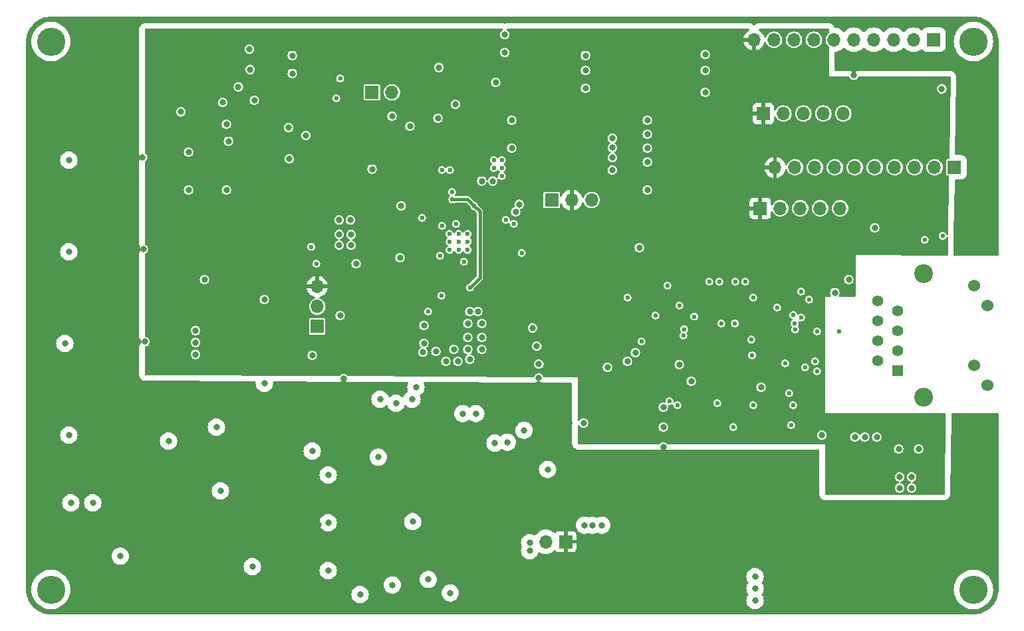
<source format=gbr>
%TF.GenerationSoftware,KiCad,Pcbnew,8.0.0*%
%TF.CreationDate,2024-03-13T17:22:47+01:00*%
%TF.ProjectId,BalloonMotherboardV3,42616c6c-6f6f-46e4-9d6f-74686572626f,rev?*%
%TF.SameCoordinates,Original*%
%TF.FileFunction,Copper,L3,Inr*%
%TF.FilePolarity,Positive*%
%FSLAX46Y46*%
G04 Gerber Fmt 4.6, Leading zero omitted, Abs format (unit mm)*
G04 Created by KiCad (PCBNEW 8.0.0) date 2024-03-13 17:22:47*
%MOMM*%
%LPD*%
G01*
G04 APERTURE LIST*
%TA.AperFunction,ComponentPad*%
%ADD10C,3.600000*%
%TD*%
%TA.AperFunction,ComponentPad*%
%ADD11R,1.700000X1.700000*%
%TD*%
%TA.AperFunction,ComponentPad*%
%ADD12O,1.700000X1.700000*%
%TD*%
%TA.AperFunction,ComponentPad*%
%ADD13R,1.400000X1.400000*%
%TD*%
%TA.AperFunction,ComponentPad*%
%ADD14C,1.400000*%
%TD*%
%TA.AperFunction,ComponentPad*%
%ADD15C,1.530000*%
%TD*%
%TA.AperFunction,ComponentPad*%
%ADD16C,2.400000*%
%TD*%
%TA.AperFunction,ViaPad*%
%ADD17C,0.800000*%
%TD*%
%TA.AperFunction,ViaPad*%
%ADD18C,0.600000*%
%TD*%
%TA.AperFunction,Conductor*%
%ADD19C,0.400000*%
%TD*%
G04 APERTURE END LIST*
D10*
%TO.N,N/C*%
%TO.C,H1*%
X49530000Y-102235000D03*
%TD*%
D11*
%TO.N,+5V*%
%TO.C,scl0*%
X140263800Y-111404400D03*
D12*
%TO.N,+3V3*%
X142803800Y-111404400D03*
%TO.N,GND*%
X145343800Y-111404400D03*
%TO.N,/scl1*%
X147883800Y-111404400D03*
%TO.N,/sda1*%
X150423800Y-111404400D03*
%TD*%
D11*
%TO.N,GND*%
%TO.C,JHVA1*%
X115067000Y-165989000D03*
D12*
%TO.N,Net-(JH1-B)*%
X112527000Y-165989000D03*
%TD*%
D11*
%TO.N,Net-(J6-Pin_1)*%
%TO.C,J6*%
X161920000Y-102006400D03*
D12*
%TO.N,Net-(J6-Pin_2)*%
X159380000Y-102006400D03*
%TO.N,Net-(J6-Pin_3)*%
X156840000Y-102006400D03*
%TO.N,Net-(J6-Pin_4)*%
X154300000Y-102006400D03*
%TO.N,Net-(J6-Pin_5)*%
X151760000Y-102006400D03*
%TO.N,Net-(J6-Pin_6)*%
X149220000Y-102006400D03*
%TO.N,Net-(J6-Pin_7)*%
X146680000Y-102006400D03*
%TO.N,Net-(J6-Pin_8)*%
X144140000Y-102006400D03*
%TO.N,GND*%
X141600000Y-102006400D03*
%TO.N,+5V*%
X139060000Y-102006400D03*
%TD*%
D10*
%TO.N,N/C*%
%TO.C,H3*%
X167005000Y-172085000D03*
%TD*%
D13*
%TO.N,/TXP*%
%TO.C,J3*%
X157380000Y-144145000D03*
D14*
%TO.N,Net-(C9-Pad2)*%
X154840000Y-142875000D03*
%TO.N,/TXN*%
X157380000Y-141605000D03*
%TO.N,/RXP*%
X154840000Y-140335000D03*
%TO.N,Net-(C53-Pad1)*%
X157380000Y-139065000D03*
%TO.N,/RXN*%
X154840000Y-137795000D03*
%TO.N,unconnected-(J3-Pad7)*%
X157380000Y-136525000D03*
%TO.N,Net-(J3-GND)*%
X154840000Y-135255000D03*
D15*
%TO.N,Net-(J3-Pad9)*%
X168810000Y-146025000D03*
%TO.N,/3.3V_LAN*%
X167110000Y-143485000D03*
%TO.N,Net-(J3-Pad11)*%
X168810000Y-135915000D03*
%TO.N,/3.3V_LAN*%
X167110000Y-133375000D03*
D16*
%TO.N,Net-(J3-GND)*%
X160680000Y-147575000D03*
X160680000Y-131825000D03*
%TD*%
D10*
%TO.N,N/C*%
%TO.C,H2*%
X49530000Y-172085000D03*
%TD*%
D11*
%TO.N,Net-(J5-Pin_1)*%
%TO.C,J5*%
X164587000Y-118262400D03*
D12*
%TO.N,Net-(J5-Pin_2)*%
X162047000Y-118262400D03*
%TO.N,Net-(J5-Pin_3)*%
X159507000Y-118262400D03*
%TO.N,Net-(J5-Pin_4)*%
X156967000Y-118262400D03*
%TO.N,Net-(J5-Pin_5)*%
X154427000Y-118262400D03*
%TO.N,Net-(J5-Pin_6)*%
X151887000Y-118262400D03*
%TO.N,Net-(J5-Pin_7)*%
X149347000Y-118262400D03*
%TO.N,Net-(J5-Pin_8)*%
X146807000Y-118262400D03*
%TO.N,GND*%
X144267000Y-118262400D03*
%TO.N,+5V*%
X141727000Y-118262400D03*
%TD*%
D11*
%TO.N,+5V*%
%TO.C,scl1*%
X139857400Y-123494800D03*
D12*
%TO.N,+3V3*%
X142397400Y-123494800D03*
%TO.N,GND*%
X144937400Y-123494800D03*
%TO.N,/scl0*%
X147477400Y-123494800D03*
%TO.N,/sda0*%
X150017400Y-123494800D03*
%TD*%
D10*
%TO.N,N/C*%
%TO.C,H4*%
X167005000Y-102235000D03*
%TD*%
D11*
%TO.N,VBUS*%
%TO.C,JB_or_U1*%
X113299000Y-122428000D03*
D12*
%TO.N,+5V*%
X115839000Y-122428000D03*
%TO.N,/Vin_reg*%
X118379000Y-122428000D03*
%TD*%
D11*
%TO.N,/~{USB_BOOT}*%
%TO.C,J4*%
X90419000Y-108712000D03*
D12*
%TO.N,GND*%
X92959000Y-108712000D03*
%TD*%
D11*
%TO.N,+28V*%
%TO.C,J5V2*%
X83439000Y-138542000D03*
D12*
%TO.N,Net-(J5V2-Pin_2)*%
X83439000Y-136002000D03*
%TO.N,+5V*%
X83439000Y-133462000D03*
%TD*%
D17*
%TO.N,GND*%
X71400000Y-110000000D03*
X77216000Y-160020000D03*
X80645000Y-151130000D03*
X117348000Y-166624000D03*
X129540000Y-165354000D03*
X104394000Y-141478000D03*
X109169200Y-122986800D03*
X69088000Y-132588000D03*
X138328400Y-156667200D03*
D18*
X136652000Y-132842000D03*
D17*
X56896000Y-103886000D03*
X117602000Y-104013000D03*
X66040000Y-173990000D03*
X149352000Y-134239000D03*
X115062000Y-168148000D03*
X129286000Y-158496000D03*
D18*
X100300000Y-128790000D03*
X134620000Y-132842000D03*
D17*
X85090000Y-173990000D03*
X104009000Y-158343600D03*
X89662000Y-173990000D03*
X54328000Y-105918000D03*
D18*
X101470000Y-128790000D03*
D17*
X91440000Y-151384000D03*
X159131000Y-157734000D03*
X161290000Y-161798000D03*
X97028000Y-140716000D03*
D18*
X144272000Y-138938000D03*
D17*
X100838000Y-141478000D03*
X107391200Y-162661600D03*
X131064000Y-170434000D03*
X86200000Y-125000000D03*
X102616000Y-141478000D03*
X138430000Y-159258000D03*
X141986000Y-164338000D03*
D18*
X129286000Y-148590000D03*
D17*
X129540000Y-169164000D03*
X67056000Y-116332000D03*
X141986000Y-165862000D03*
X101854000Y-173990000D03*
X71374000Y-165354000D03*
X136906000Y-165354000D03*
X131064000Y-166624000D03*
D18*
X101480000Y-127730000D03*
D17*
X108712000Y-123952000D03*
X139954000Y-146304000D03*
D18*
X109474000Y-129193426D03*
D17*
X98806000Y-112014000D03*
D18*
X147066000Y-144272000D03*
X85852000Y-109474000D03*
D17*
X101346000Y-143002000D03*
X131064000Y-167894000D03*
D18*
X102580000Y-126750000D03*
D17*
X132842000Y-103886000D03*
X68834000Y-173990000D03*
X162966400Y-108254800D03*
X90424000Y-118491000D03*
D18*
X138938000Y-148590000D03*
D17*
X71400000Y-166800000D03*
D18*
X97536000Y-136652000D03*
D17*
X134112000Y-166624000D03*
X125476000Y-117602000D03*
X156210000Y-161798000D03*
D18*
X124714000Y-140462000D03*
D17*
X141986000Y-161544000D03*
X127508000Y-153924000D03*
X102870000Y-136652000D03*
X143256000Y-169164000D03*
X143256000Y-172974000D03*
X74800000Y-103200000D03*
X125476000Y-121158000D03*
X111658400Y-143357600D03*
D18*
X100330000Y-118618000D03*
D17*
X98552000Y-141732000D03*
X75438000Y-109728000D03*
X107315000Y-101346000D03*
X81534000Y-161544000D03*
X108204000Y-112268000D03*
X104394000Y-120015000D03*
X86250000Y-128200000D03*
D18*
X143002000Y-143256000D03*
D17*
X104394000Y-138176000D03*
X77216000Y-162306000D03*
X87376000Y-173990000D03*
X67818000Y-156972000D03*
X105791000Y-120015000D03*
D18*
X99247000Y-134620000D03*
D17*
X135382000Y-156718000D03*
X142138400Y-157937200D03*
X67056000Y-121158000D03*
X101854000Y-162052000D03*
X147701000Y-152400000D03*
X93980000Y-173990000D03*
X132588000Y-165354000D03*
X83566000Y-163830000D03*
X111404400Y-141071600D03*
X86868000Y-170434000D03*
X91440000Y-170434000D03*
X87650000Y-125000000D03*
X151130000Y-132588000D03*
X52042000Y-108966000D03*
X104394000Y-139954000D03*
X61200000Y-117000000D03*
X136906000Y-157226000D03*
X99822000Y-143002000D03*
X111658400Y-145135600D03*
D18*
X143764000Y-151130000D03*
X128016000Y-133350000D03*
D17*
X71882000Y-121158000D03*
X103886000Y-136652000D03*
X129540000Y-156972000D03*
X74900000Y-105800000D03*
X157607000Y-159131000D03*
X129540000Y-166624000D03*
X97028000Y-138430000D03*
X125476000Y-115824000D03*
X133858000Y-156718000D03*
X139852400Y-156718000D03*
X137922000Y-157988000D03*
X132842000Y-105918000D03*
D18*
X86357620Y-106933841D03*
D17*
X61500000Y-140500000D03*
X60960000Y-152400000D03*
D18*
X100280000Y-126750000D03*
X144244000Y-138176000D03*
X126492000Y-137160000D03*
D17*
X132842000Y-108712000D03*
X151748000Y-106536000D03*
X135636000Y-165354000D03*
X134112000Y-165354000D03*
X131064000Y-169164000D03*
X94129248Y-123167752D03*
X143103600Y-159308800D03*
X79800000Y-113200000D03*
X125476000Y-112268000D03*
X130810000Y-156718000D03*
X160020000Y-154178000D03*
X132334000Y-156718000D03*
X86250000Y-126800000D03*
X80772000Y-173990000D03*
X73400000Y-108000000D03*
X132588000Y-166624000D03*
D18*
X146399998Y-159465174D03*
D17*
X98933000Y-105537000D03*
X131064000Y-145542000D03*
X80264000Y-106299000D03*
X117602000Y-105918000D03*
X99060000Y-173990000D03*
X102362000Y-151765000D03*
X63500000Y-173990000D03*
X129540000Y-167894000D03*
X95758000Y-158242000D03*
X91694000Y-173990000D03*
X88392000Y-130556000D03*
X82804000Y-142240000D03*
X102616000Y-138176000D03*
X139801600Y-157835600D03*
X102870000Y-142748000D03*
D18*
X122936000Y-134874000D03*
D17*
X82296000Y-170434000D03*
X159131000Y-159131000D03*
D18*
X99314000Y-118618000D03*
D17*
X135636000Y-166624000D03*
X96520000Y-173990000D03*
X75946000Y-173990000D03*
X127508000Y-151384000D03*
X93980000Y-129794000D03*
D18*
X133350000Y-132842000D03*
D17*
X87750000Y-128200000D03*
D18*
X167259000Y-164846000D03*
D17*
X117348000Y-167894000D03*
X141935200Y-156718000D03*
D18*
X147066000Y-139192000D03*
X102600000Y-128790000D03*
X137922000Y-132842000D03*
D17*
X157607000Y-157734000D03*
X95758000Y-160020000D03*
X61300000Y-128700000D03*
X71882000Y-112776000D03*
X80264000Y-104013000D03*
X143256000Y-171196000D03*
X107315000Y-103632000D03*
X108204000Y-115824000D03*
X81280000Y-159385000D03*
X125476000Y-114046000D03*
X66100000Y-111200000D03*
D18*
X100310000Y-127730000D03*
D17*
X157480000Y-154178000D03*
D18*
X101450000Y-126750000D03*
D17*
X73914000Y-173990000D03*
X160629600Y-104749600D03*
X65000000Y-169600000D03*
X86791600Y-145200000D03*
D18*
X102610000Y-127730000D03*
D17*
X54328000Y-112014000D03*
X102616000Y-171450000D03*
X117602000Y-108204000D03*
X87750000Y-126850000D03*
X138329812Y-160754094D03*
X83058000Y-173990000D03*
X131064000Y-165354000D03*
X105867200Y-161407512D03*
X127508000Y-148844000D03*
D18*
X129540000Y-135890000D03*
D17*
X93726000Y-160020000D03*
X141274800Y-159054800D03*
X102616000Y-139954000D03*
%TO.N,V_Batt*%
X118460220Y-163907492D03*
X119684800Y-163880800D03*
X117449600Y-163880800D03*
%TO.N,8V{slash}3A Buck Conv*%
X139192000Y-170434000D03*
X121031000Y-114554000D03*
X139192000Y-171958000D03*
X121005600Y-115773200D03*
X121005600Y-118618000D03*
X139192000Y-173482000D03*
X121005600Y-117043200D03*
%TO.N,VBUS*%
X106172000Y-107442000D03*
D18*
%TO.N,+3V3*%
X82677000Y-128397000D03*
X83312000Y-130556000D03*
D17*
X58355000Y-167827525D03*
D18*
X99314000Y-125730000D03*
X106934000Y-119380000D03*
D17*
X154432000Y-125984000D03*
X92964000Y-111758000D03*
D18*
X101092000Y-125476000D03*
D17*
X86360000Y-137160000D03*
D18*
X99060000Y-129540000D03*
X105918000Y-118364000D03*
X100584000Y-121412000D03*
D17*
X95250000Y-113030000D03*
D18*
X105918000Y-117348000D03*
D17*
X124460000Y-128524000D03*
D18*
X106934000Y-117348000D03*
D17*
X110845600Y-138734800D03*
D18*
X96774000Y-124714000D03*
D17*
X96915191Y-141844811D03*
X101027000Y-110236000D03*
D18*
X106934000Y-118364000D03*
X102108000Y-130302000D03*
D17*
X117348000Y-150876000D03*
D18*
%TO.N,+1V1*%
X102870000Y-133604000D03*
X100656574Y-122355426D03*
X103448000Y-123200000D03*
D17*
%TO.N,+5V*%
X161036000Y-157988000D03*
X117348000Y-148336000D03*
X62456000Y-111506000D03*
X163068000Y-113385600D03*
X116713000Y-120030000D03*
X162306000Y-157988000D03*
X63472000Y-111506000D03*
X98044000Y-144272000D03*
X96774000Y-112776000D03*
%TO.N,+28V*%
X103632000Y-149656800D03*
X101955600Y-149656800D03*
%TO.N,/in+2*%
X109778800Y-151790400D03*
X112776000Y-156768800D03*
%TO.N,/cs_sd*%
X72136000Y-114935000D03*
X82000000Y-114200000D03*
X79900000Y-117200000D03*
%TO.N,/H:7*%
X96012000Y-146304000D03*
%TO.N,/Vs_Heat*%
X84836000Y-157480000D03*
X95589822Y-163447360D03*
X84836000Y-169672000D03*
X71120000Y-159512000D03*
X110490000Y-166116000D03*
X110490000Y-167132000D03*
X82804000Y-154432000D03*
X75184000Y-169164000D03*
X70612000Y-151384000D03*
%TO.N,/3.3V_LAN*%
X153162000Y-152654000D03*
D18*
X134366000Y-148336000D03*
X146050000Y-135128000D03*
X138696000Y-140220000D03*
X145034000Y-134112000D03*
X141986000Y-136144000D03*
X130048000Y-139700000D03*
X138938000Y-134874000D03*
D17*
X154686000Y-152654000D03*
D18*
X128270000Y-148082000D03*
X144018000Y-148590000D03*
X138812397Y-142240000D03*
X136398000Y-151384000D03*
X136640000Y-138176000D03*
X134874000Y-138176000D03*
D17*
X151892000Y-152654000D03*
%TO.N,/mosi_lan*%
X129540000Y-143395000D03*
X122936000Y-143002000D03*
D18*
%TO.N,/LED_LAN_A*%
X160782000Y-127508000D03*
X130143892Y-138905765D03*
%TO.N,/LED_LAN_B*%
X163068000Y-127000000D03*
X131445000Y-137287000D03*
D17*
%TO.N,/cs_lan*%
X123952000Y-141906000D03*
X120396000Y-143764000D03*
D18*
%TO.N,/cur_mess*%
X108458000Y-125476000D03*
D17*
X107645200Y-153314400D03*
%TO.N,/in-2*%
X106070400Y-153416000D03*
D18*
X107442000Y-124968000D03*
D17*
%TO.N,/H_3*%
X84836000Y-163576000D03*
X91200000Y-155200000D03*
%TO.N,/H_4*%
X88900000Y-172720000D03*
%TO.N,/H_5*%
X93010000Y-171500000D03*
%TO.N,/H_6*%
X97600000Y-170800000D03*
%TO.N,/H_7*%
X100382000Y-172518000D03*
%TO.N,/Vox*%
X67945000Y-140589000D03*
X51816000Y-117348000D03*
X76708000Y-135128000D03*
X51816000Y-129032000D03*
X67945000Y-139065000D03*
X67945000Y-142113000D03*
X52070000Y-161036000D03*
X76708000Y-145796000D03*
X51308000Y-140716000D03*
X51816000Y-152400000D03*
%TO.N,/H:6*%
X95504000Y-147828000D03*
%TO.N,/H:4*%
X91440000Y-147828000D03*
%TO.N,/H:5*%
X93472000Y-148336000D03*
%TO.N,/A*%
X64516000Y-153162000D03*
X54864000Y-161036000D03*
D18*
%TO.N,Net-(FB1-Pad1)*%
X144056090Y-137096430D03*
X145542000Y-143764000D03*
X143510000Y-147066000D03*
X145034000Y-137414000D03*
X146812000Y-143002000D03*
%TO.N,Net-(C53-Pad1)*%
X149860000Y-139192000D03*
%TD*%
D19*
%TO.N,+1V1*%
X103448000Y-123200000D02*
X104140000Y-123892000D01*
X102603426Y-122355426D02*
X103448000Y-123200000D01*
X104140000Y-123892000D02*
X104140000Y-132334000D01*
X104140000Y-132334000D02*
X102870000Y-133604000D01*
X100656574Y-122355426D02*
X102603426Y-122355426D01*
%TD*%
%TA.AperFunction,Conductor*%
%TO.N,+5V*%
G36*
X107029097Y-100603685D02*
G01*
X107074852Y-100656489D01*
X107084796Y-100725647D01*
X107055771Y-100789203D01*
X107018452Y-100816113D01*
X107019196Y-100817401D01*
X107012163Y-100821460D01*
X106886718Y-100917718D01*
X106790463Y-101043160D01*
X106729956Y-101189237D01*
X106729955Y-101189239D01*
X106709318Y-101345998D01*
X106709318Y-101346001D01*
X106729955Y-101502760D01*
X106729956Y-101502762D01*
X106771246Y-101602446D01*
X106790464Y-101648841D01*
X106886718Y-101774282D01*
X107012159Y-101870536D01*
X107158238Y-101931044D01*
X107230626Y-101940574D01*
X107314999Y-101951682D01*
X107315000Y-101951682D01*
X107315001Y-101951682D01*
X107367254Y-101944802D01*
X107471762Y-101931044D01*
X107617841Y-101870536D01*
X107743282Y-101774282D01*
X107839536Y-101648841D01*
X107900044Y-101502762D01*
X107920682Y-101346000D01*
X107918420Y-101328822D01*
X107900044Y-101189239D01*
X107900044Y-101189238D01*
X107839536Y-101043159D01*
X107743282Y-100917718D01*
X107617841Y-100821464D01*
X107617836Y-100821460D01*
X107610804Y-100817401D01*
X107611846Y-100815595D01*
X107566087Y-100778721D01*
X107544021Y-100712428D01*
X107561299Y-100644728D01*
X107612436Y-100597117D01*
X107667942Y-100584000D01*
X138356647Y-100584000D01*
X138423686Y-100603685D01*
X138469441Y-100656489D01*
X138479385Y-100725647D01*
X138450360Y-100789203D01*
X138409052Y-100820382D01*
X138382422Y-100832799D01*
X138382420Y-100832800D01*
X138188926Y-100968286D01*
X138188920Y-100968291D01*
X138021891Y-101135320D01*
X138021886Y-101135326D01*
X137886400Y-101328820D01*
X137886399Y-101328822D01*
X137786570Y-101542907D01*
X137786567Y-101542913D01*
X137729364Y-101756399D01*
X137729364Y-101756400D01*
X138626988Y-101756400D01*
X138594075Y-101813407D01*
X138560000Y-101940574D01*
X138560000Y-102072226D01*
X138594075Y-102199393D01*
X138626988Y-102256400D01*
X137729364Y-102256400D01*
X137786567Y-102469886D01*
X137786570Y-102469892D01*
X137886399Y-102683978D01*
X138021894Y-102877482D01*
X138188917Y-103044505D01*
X138382421Y-103180000D01*
X138596507Y-103279829D01*
X138596516Y-103279833D01*
X138810000Y-103337034D01*
X138810000Y-102439412D01*
X138867007Y-102472325D01*
X138994174Y-102506400D01*
X139125826Y-102506400D01*
X139252993Y-102472325D01*
X139310000Y-102439412D01*
X139310000Y-103337033D01*
X139523483Y-103279833D01*
X139523492Y-103279829D01*
X139737578Y-103180000D01*
X139931082Y-103044505D01*
X140098105Y-102877482D01*
X140233600Y-102683978D01*
X140333429Y-102469892D01*
X140333433Y-102469883D01*
X140366158Y-102347750D01*
X140402522Y-102288090D01*
X140465369Y-102257560D01*
X140534745Y-102265854D01*
X140588623Y-102310339D01*
X140604593Y-102343847D01*
X140624768Y-102410354D01*
X140722315Y-102592850D01*
X140722317Y-102592852D01*
X140853589Y-102752810D01*
X140924663Y-102811138D01*
X141013550Y-102884085D01*
X141196046Y-102981632D01*
X141394066Y-103041700D01*
X141394065Y-103041700D01*
X141412529Y-103043518D01*
X141600000Y-103061983D01*
X141805934Y-103041700D01*
X142003954Y-102981632D01*
X142186450Y-102884085D01*
X142346410Y-102752810D01*
X142477685Y-102592850D01*
X142575232Y-102410354D01*
X142635300Y-102212334D01*
X142655583Y-102006400D01*
X143084417Y-102006400D01*
X143104699Y-102212332D01*
X143104700Y-102212334D01*
X143164768Y-102410354D01*
X143262315Y-102592850D01*
X143262317Y-102592852D01*
X143393589Y-102752810D01*
X143464663Y-102811138D01*
X143553550Y-102884085D01*
X143736046Y-102981632D01*
X143934066Y-103041700D01*
X143934065Y-103041700D01*
X143952529Y-103043518D01*
X144140000Y-103061983D01*
X144345934Y-103041700D01*
X144543954Y-102981632D01*
X144726450Y-102884085D01*
X144886410Y-102752810D01*
X145017685Y-102592850D01*
X145115232Y-102410354D01*
X145175300Y-102212334D01*
X145195583Y-102006400D01*
X145624417Y-102006400D01*
X145644699Y-102212332D01*
X145644700Y-102212334D01*
X145704768Y-102410354D01*
X145802315Y-102592850D01*
X145802317Y-102592852D01*
X145933589Y-102752810D01*
X146004663Y-102811138D01*
X146093550Y-102884085D01*
X146276046Y-102981632D01*
X146474066Y-103041700D01*
X146474065Y-103041700D01*
X146492529Y-103043518D01*
X146680000Y-103061983D01*
X146885934Y-103041700D01*
X147083954Y-102981632D01*
X147266450Y-102884085D01*
X147426410Y-102752810D01*
X147557685Y-102592850D01*
X147655232Y-102410354D01*
X147715300Y-102212334D01*
X147735583Y-102006400D01*
X147715300Y-101800466D01*
X147655232Y-101602446D01*
X147557685Y-101419950D01*
X147482897Y-101328820D01*
X147426410Y-101259989D01*
X147276121Y-101136652D01*
X147266450Y-101128715D01*
X147083954Y-101031168D01*
X146885934Y-100971100D01*
X146885932Y-100971099D01*
X146885934Y-100971099D01*
X146680000Y-100950817D01*
X146474067Y-100971099D01*
X146276043Y-101031169D01*
X146188114Y-101078169D01*
X146093550Y-101128715D01*
X146093548Y-101128716D01*
X146093547Y-101128717D01*
X145933589Y-101259989D01*
X145802317Y-101419947D01*
X145704769Y-101602443D01*
X145644699Y-101800467D01*
X145624417Y-102006400D01*
X145195583Y-102006400D01*
X145175300Y-101800466D01*
X145115232Y-101602446D01*
X145017685Y-101419950D01*
X144942897Y-101328820D01*
X144886410Y-101259989D01*
X144736121Y-101136652D01*
X144726450Y-101128715D01*
X144543954Y-101031168D01*
X144345934Y-100971100D01*
X144345932Y-100971099D01*
X144345934Y-100971099D01*
X144140000Y-100950817D01*
X143934067Y-100971099D01*
X143736043Y-101031169D01*
X143648114Y-101078169D01*
X143553550Y-101128715D01*
X143553548Y-101128716D01*
X143553547Y-101128717D01*
X143393589Y-101259989D01*
X143262317Y-101419947D01*
X143164769Y-101602443D01*
X143104699Y-101800467D01*
X143084417Y-102006400D01*
X142655583Y-102006400D01*
X142635300Y-101800466D01*
X142575232Y-101602446D01*
X142477685Y-101419950D01*
X142402897Y-101328820D01*
X142346410Y-101259989D01*
X142196121Y-101136652D01*
X142186450Y-101128715D01*
X142003954Y-101031168D01*
X141805934Y-100971100D01*
X141805932Y-100971099D01*
X141805934Y-100971099D01*
X141600000Y-100950817D01*
X141394067Y-100971099D01*
X141196043Y-101031169D01*
X141108114Y-101078169D01*
X141013550Y-101128715D01*
X141013548Y-101128716D01*
X141013547Y-101128717D01*
X140853589Y-101259989D01*
X140722317Y-101419947D01*
X140624767Y-101602446D01*
X140604593Y-101668952D01*
X140566296Y-101727390D01*
X140502483Y-101755847D01*
X140433416Y-101745286D01*
X140381023Y-101699061D01*
X140366158Y-101665049D01*
X140333433Y-101542916D01*
X140333429Y-101542907D01*
X140233600Y-101328822D01*
X140233599Y-101328820D01*
X140098113Y-101135326D01*
X140098108Y-101135320D01*
X139931082Y-100968294D01*
X139737578Y-100832799D01*
X139710948Y-100820382D01*
X139658509Y-100774210D01*
X139639357Y-100707016D01*
X139659573Y-100640135D01*
X139712738Y-100594800D01*
X139763353Y-100584000D01*
X148466000Y-100584000D01*
X148533039Y-100603685D01*
X148578794Y-100656489D01*
X148590000Y-100708000D01*
X148590000Y-101105807D01*
X148570315Y-101172846D01*
X148544665Y-101201660D01*
X148473590Y-101259989D01*
X148342317Y-101419947D01*
X148244769Y-101602443D01*
X148184699Y-101800467D01*
X148164417Y-102006400D01*
X148184699Y-102212332D01*
X148184700Y-102212334D01*
X148244768Y-102410354D01*
X148342315Y-102592850D01*
X148342317Y-102592852D01*
X148473587Y-102752807D01*
X148473588Y-102752808D01*
X148473590Y-102752810D01*
X148544664Y-102811139D01*
X148583999Y-102868884D01*
X148590000Y-102906992D01*
X148590000Y-106680000D01*
X151074816Y-106680000D01*
X151141855Y-106699685D01*
X151187610Y-106752489D01*
X151189369Y-106756530D01*
X151223464Y-106838841D01*
X151319718Y-106964282D01*
X151445159Y-107060536D01*
X151591238Y-107121044D01*
X151669619Y-107131363D01*
X151747999Y-107141682D01*
X151748000Y-107141682D01*
X151748001Y-107141682D01*
X151800254Y-107134802D01*
X151904762Y-107121044D01*
X152050841Y-107060536D01*
X152176282Y-106964282D01*
X152272536Y-106838841D01*
X152306623Y-106756546D01*
X152350464Y-106702144D01*
X152416758Y-106680079D01*
X152421184Y-106680000D01*
X163958216Y-106680000D01*
X164025255Y-106699685D01*
X164071010Y-106752489D01*
X164082203Y-106805771D01*
X163935290Y-117089671D01*
X163914650Y-117156423D01*
X163861198Y-117201419D01*
X163811303Y-117211900D01*
X163717247Y-117211900D01*
X163658770Y-117223531D01*
X163658769Y-117223532D01*
X163592447Y-117267847D01*
X163548132Y-117334169D01*
X163548131Y-117334170D01*
X163536500Y-117392647D01*
X163536500Y-119132152D01*
X163548131Y-119190629D01*
X163548132Y-119190630D01*
X163592447Y-119256952D01*
X163658769Y-119301267D01*
X163658770Y-119301268D01*
X163717247Y-119312899D01*
X163717250Y-119312900D01*
X163777746Y-119312900D01*
X163844785Y-119332585D01*
X163890540Y-119385389D01*
X163901733Y-119438671D01*
X163796218Y-126824682D01*
X163775578Y-126891434D01*
X163722126Y-126936430D01*
X163652833Y-126945384D01*
X163589698Y-126915454D01*
X163557869Y-126865143D01*
X163556849Y-126865610D01*
X163553433Y-126858131D01*
X163553255Y-126857849D01*
X163553165Y-126857544D01*
X163549721Y-126850001D01*
X163493377Y-126726627D01*
X163399128Y-126617857D01*
X163278053Y-126540047D01*
X163278051Y-126540046D01*
X163278049Y-126540045D01*
X163278050Y-126540045D01*
X163139963Y-126499500D01*
X163139961Y-126499500D01*
X162996039Y-126499500D01*
X162996036Y-126499500D01*
X162857949Y-126540045D01*
X162736873Y-126617856D01*
X162642623Y-126726626D01*
X162642622Y-126726628D01*
X162582834Y-126857543D01*
X162562353Y-127000000D01*
X162582834Y-127142456D01*
X162625370Y-127235595D01*
X162642623Y-127273373D01*
X162736872Y-127382143D01*
X162857947Y-127459953D01*
X162857950Y-127459954D01*
X162857949Y-127459954D01*
X162965107Y-127491417D01*
X162979262Y-127495574D01*
X162996036Y-127500499D01*
X162996038Y-127500500D01*
X162996039Y-127500500D01*
X163139962Y-127500500D01*
X163139962Y-127500499D01*
X163247121Y-127469035D01*
X163278050Y-127459954D01*
X163278050Y-127459953D01*
X163278053Y-127459953D01*
X163399128Y-127382143D01*
X163493377Y-127273373D01*
X163553165Y-127142457D01*
X163553165Y-127142455D01*
X163554167Y-127140262D01*
X163599921Y-127087458D01*
X163666961Y-127067773D01*
X163734000Y-127087457D01*
X163779755Y-127140261D01*
X163790948Y-127193544D01*
X163759409Y-129401275D01*
X163738769Y-129468027D01*
X163685317Y-129513023D01*
X163635109Y-129523504D01*
X152018468Y-129494227D01*
X152018987Y-134622987D01*
X151999309Y-134690029D01*
X151946510Y-134735789D01*
X151894987Y-134747000D01*
X149970559Y-134747000D01*
X149903520Y-134727315D01*
X149857765Y-134674511D01*
X149847821Y-134605353D01*
X149872183Y-134547513D01*
X149876536Y-134541841D01*
X149937044Y-134395762D01*
X149957682Y-134239000D01*
X149957531Y-134237856D01*
X149937044Y-134082239D01*
X149937044Y-134082238D01*
X149876536Y-133936159D01*
X149780282Y-133810718D01*
X149654841Y-133714464D01*
X149648892Y-133712000D01*
X149508762Y-133653956D01*
X149508760Y-133653955D01*
X149352001Y-133633318D01*
X149351999Y-133633318D01*
X149195239Y-133653955D01*
X149195237Y-133653956D01*
X149049160Y-133714463D01*
X148923718Y-133810718D01*
X148827463Y-133936160D01*
X148766956Y-134082237D01*
X148766955Y-134082239D01*
X148746318Y-134238998D01*
X148746318Y-134239001D01*
X148766955Y-134395760D01*
X148766956Y-134395762D01*
X148827463Y-134541840D01*
X148828844Y-134543639D01*
X148831816Y-134547513D01*
X148857011Y-134612681D01*
X148842973Y-134681126D01*
X148794160Y-134731117D01*
X148733441Y-134747000D01*
X148082000Y-134747000D01*
X148082000Y-149606000D01*
X163344987Y-149606000D01*
X163412026Y-149625685D01*
X163457781Y-149678489D01*
X163468974Y-149731771D01*
X163323746Y-159897771D01*
X163303106Y-159964523D01*
X163249654Y-160009519D01*
X163199759Y-160020000D01*
X148206000Y-160020000D01*
X148138961Y-160000315D01*
X148093206Y-159947511D01*
X148082000Y-159896000D01*
X148082000Y-159131001D01*
X157001318Y-159131001D01*
X157021955Y-159287760D01*
X157021956Y-159287762D01*
X157049905Y-159355238D01*
X157082464Y-159433841D01*
X157178718Y-159559282D01*
X157304159Y-159655536D01*
X157450238Y-159716044D01*
X157528619Y-159726363D01*
X157606999Y-159736682D01*
X157607000Y-159736682D01*
X157607001Y-159736682D01*
X157659254Y-159729802D01*
X157763762Y-159716044D01*
X157909841Y-159655536D01*
X158035282Y-159559282D01*
X158131536Y-159433841D01*
X158192044Y-159287762D01*
X158212682Y-159131001D01*
X158525318Y-159131001D01*
X158545955Y-159287760D01*
X158545956Y-159287762D01*
X158573905Y-159355238D01*
X158606464Y-159433841D01*
X158702718Y-159559282D01*
X158828159Y-159655536D01*
X158974238Y-159716044D01*
X159052619Y-159726363D01*
X159130999Y-159736682D01*
X159131000Y-159736682D01*
X159131001Y-159736682D01*
X159183254Y-159729802D01*
X159287762Y-159716044D01*
X159433841Y-159655536D01*
X159559282Y-159559282D01*
X159655536Y-159433841D01*
X159716044Y-159287762D01*
X159736682Y-159131000D01*
X159716044Y-158974238D01*
X159655536Y-158828159D01*
X159559282Y-158702718D01*
X159433841Y-158606464D01*
X159433840Y-158606463D01*
X159433838Y-158606462D01*
X159330202Y-158563535D01*
X159290428Y-158547060D01*
X159236025Y-158503220D01*
X159213960Y-158436926D01*
X159231239Y-158369227D01*
X159282376Y-158321616D01*
X159290422Y-158317942D01*
X159433841Y-158258536D01*
X159559282Y-158162282D01*
X159655536Y-158036841D01*
X159716044Y-157890762D01*
X159736682Y-157734000D01*
X159716044Y-157577238D01*
X159655536Y-157431159D01*
X159559282Y-157305718D01*
X159433841Y-157209464D01*
X159403948Y-157197082D01*
X159287762Y-157148956D01*
X159287760Y-157148955D01*
X159131001Y-157128318D01*
X159130999Y-157128318D01*
X158974239Y-157148955D01*
X158974237Y-157148956D01*
X158828160Y-157209463D01*
X158702718Y-157305718D01*
X158606463Y-157431160D01*
X158545956Y-157577237D01*
X158545955Y-157577239D01*
X158525318Y-157733998D01*
X158525318Y-157734001D01*
X158545955Y-157890760D01*
X158545956Y-157890762D01*
X158606464Y-158036841D01*
X158702718Y-158162282D01*
X158828159Y-158258536D01*
X158971571Y-158317939D01*
X159025974Y-158361780D01*
X159048039Y-158428074D01*
X159030760Y-158495773D01*
X158979623Y-158543384D01*
X158971577Y-158547057D01*
X158924011Y-158566760D01*
X158828160Y-158606463D01*
X158702718Y-158702718D01*
X158606463Y-158828160D01*
X158545956Y-158974237D01*
X158545955Y-158974239D01*
X158525318Y-159130998D01*
X158525318Y-159131001D01*
X158212682Y-159131001D01*
X158212682Y-159131000D01*
X158192044Y-158974238D01*
X158131536Y-158828159D01*
X158035282Y-158702718D01*
X157909841Y-158606464D01*
X157909840Y-158606463D01*
X157909838Y-158606462D01*
X157806202Y-158563535D01*
X157766428Y-158547060D01*
X157712025Y-158503220D01*
X157689960Y-158436926D01*
X157707239Y-158369227D01*
X157758376Y-158321616D01*
X157766422Y-158317942D01*
X157909841Y-158258536D01*
X158035282Y-158162282D01*
X158131536Y-158036841D01*
X158192044Y-157890762D01*
X158212682Y-157734000D01*
X158192044Y-157577238D01*
X158131536Y-157431159D01*
X158035282Y-157305718D01*
X157909841Y-157209464D01*
X157879948Y-157197082D01*
X157763762Y-157148956D01*
X157763760Y-157148955D01*
X157607001Y-157128318D01*
X157606999Y-157128318D01*
X157450239Y-157148955D01*
X157450237Y-157148956D01*
X157304160Y-157209463D01*
X157178718Y-157305718D01*
X157082463Y-157431160D01*
X157021956Y-157577237D01*
X157021955Y-157577239D01*
X157001318Y-157733998D01*
X157001318Y-157734001D01*
X157021955Y-157890760D01*
X157021956Y-157890762D01*
X157082464Y-158036841D01*
X157178718Y-158162282D01*
X157304159Y-158258536D01*
X157447571Y-158317939D01*
X157501974Y-158361780D01*
X157524039Y-158428074D01*
X157506760Y-158495773D01*
X157455623Y-158543384D01*
X157447577Y-158547057D01*
X157400011Y-158566760D01*
X157304160Y-158606463D01*
X157178718Y-158702718D01*
X157082463Y-158828160D01*
X157021956Y-158974237D01*
X157021955Y-158974239D01*
X157001318Y-159130998D01*
X157001318Y-159131001D01*
X148082000Y-159131001D01*
X148082000Y-154178001D01*
X156874318Y-154178001D01*
X156894955Y-154334760D01*
X156894956Y-154334762D01*
X156955464Y-154480841D01*
X157051718Y-154606282D01*
X157177159Y-154702536D01*
X157323238Y-154763044D01*
X157389124Y-154771718D01*
X157479999Y-154783682D01*
X157480000Y-154783682D01*
X157480001Y-154783682D01*
X157532254Y-154776802D01*
X157636762Y-154763044D01*
X157782841Y-154702536D01*
X157908282Y-154606282D01*
X158004536Y-154480841D01*
X158065044Y-154334762D01*
X158085682Y-154178001D01*
X159414318Y-154178001D01*
X159434955Y-154334760D01*
X159434956Y-154334762D01*
X159495464Y-154480841D01*
X159591718Y-154606282D01*
X159717159Y-154702536D01*
X159863238Y-154763044D01*
X159929124Y-154771718D01*
X160019999Y-154783682D01*
X160020000Y-154783682D01*
X160020001Y-154783682D01*
X160072254Y-154776802D01*
X160176762Y-154763044D01*
X160322841Y-154702536D01*
X160448282Y-154606282D01*
X160544536Y-154480841D01*
X160605044Y-154334762D01*
X160625682Y-154178000D01*
X160605044Y-154021238D01*
X160544536Y-153875159D01*
X160448282Y-153749718D01*
X160322841Y-153653464D01*
X160176762Y-153592956D01*
X160176760Y-153592955D01*
X160020001Y-153572318D01*
X160019999Y-153572318D01*
X159863239Y-153592955D01*
X159863237Y-153592956D01*
X159717160Y-153653463D01*
X159591718Y-153749718D01*
X159495463Y-153875160D01*
X159434956Y-154021237D01*
X159434955Y-154021239D01*
X159414318Y-154177998D01*
X159414318Y-154178001D01*
X158085682Y-154178001D01*
X158085682Y-154178000D01*
X158065044Y-154021238D01*
X158004536Y-153875159D01*
X157908282Y-153749718D01*
X157782841Y-153653464D01*
X157636762Y-153592956D01*
X157636760Y-153592955D01*
X157480001Y-153572318D01*
X157479999Y-153572318D01*
X157323239Y-153592955D01*
X157323237Y-153592956D01*
X157177160Y-153653463D01*
X157051718Y-153749718D01*
X156955463Y-153875160D01*
X156894956Y-154021237D01*
X156894955Y-154021239D01*
X156874318Y-154177998D01*
X156874318Y-154178001D01*
X148082000Y-154178001D01*
X148082000Y-153543000D01*
X128033713Y-153543000D01*
X127966674Y-153523315D01*
X127942461Y-153501039D01*
X127942033Y-153501468D01*
X127936288Y-153495724D01*
X127936284Y-153495721D01*
X127936282Y-153495718D01*
X127810841Y-153399464D01*
X127664762Y-153338956D01*
X127664760Y-153338955D01*
X127508001Y-153318318D01*
X127507999Y-153318318D01*
X127351239Y-153338955D01*
X127351237Y-153338956D01*
X127205160Y-153399463D01*
X127205159Y-153399464D01*
X127079718Y-153495718D01*
X127079716Y-153495719D01*
X127079711Y-153495724D01*
X127073967Y-153501468D01*
X127072757Y-153500258D01*
X127024237Y-153535688D01*
X126982287Y-153543000D01*
X116710000Y-153543000D01*
X116642961Y-153523315D01*
X116597206Y-153470511D01*
X116586000Y-153419000D01*
X116586000Y-152400001D01*
X147095318Y-152400001D01*
X147115955Y-152556760D01*
X147115956Y-152556762D01*
X147156232Y-152653998D01*
X147176464Y-152702841D01*
X147272718Y-152828282D01*
X147398159Y-152924536D01*
X147544238Y-152985044D01*
X147622619Y-152995363D01*
X147700999Y-153005682D01*
X147701000Y-153005682D01*
X147701001Y-153005682D01*
X147753254Y-152998802D01*
X147857762Y-152985044D01*
X148003841Y-152924536D01*
X148129282Y-152828282D01*
X148225536Y-152702841D01*
X148245766Y-152654001D01*
X151286318Y-152654001D01*
X151306955Y-152810760D01*
X151306956Y-152810762D01*
X151338169Y-152886118D01*
X151367464Y-152956841D01*
X151463718Y-153082282D01*
X151589159Y-153178536D01*
X151735238Y-153239044D01*
X151813619Y-153249363D01*
X151891999Y-153259682D01*
X151892000Y-153259682D01*
X151892001Y-153259682D01*
X151944254Y-153252802D01*
X152048762Y-153239044D01*
X152194841Y-153178536D01*
X152320282Y-153082282D01*
X152416536Y-152956841D01*
X152416541Y-152956828D01*
X152419610Y-152951515D01*
X152470175Y-152903298D01*
X152538782Y-152890072D01*
X152603648Y-152916037D01*
X152634390Y-152951515D01*
X152637461Y-152956834D01*
X152637464Y-152956841D01*
X152733718Y-153082282D01*
X152859159Y-153178536D01*
X153005238Y-153239044D01*
X153083619Y-153249363D01*
X153161999Y-153259682D01*
X153162000Y-153259682D01*
X153162001Y-153259682D01*
X153214254Y-153252802D01*
X153318762Y-153239044D01*
X153464841Y-153178536D01*
X153590282Y-153082282D01*
X153686536Y-152956841D01*
X153747044Y-152810762D01*
X153767682Y-152654001D01*
X154080318Y-152654001D01*
X154100955Y-152810760D01*
X154100956Y-152810762D01*
X154132169Y-152886118D01*
X154161464Y-152956841D01*
X154257718Y-153082282D01*
X154383159Y-153178536D01*
X154529238Y-153239044D01*
X154607619Y-153249363D01*
X154685999Y-153259682D01*
X154686000Y-153259682D01*
X154686001Y-153259682D01*
X154738254Y-153252802D01*
X154842762Y-153239044D01*
X154988841Y-153178536D01*
X155114282Y-153082282D01*
X155210536Y-152956841D01*
X155271044Y-152810762D01*
X155291682Y-152654000D01*
X155271044Y-152497238D01*
X155210536Y-152351159D01*
X155114282Y-152225718D01*
X154988841Y-152129464D01*
X154910852Y-152097160D01*
X154842762Y-152068956D01*
X154842760Y-152068955D01*
X154686001Y-152048318D01*
X154685999Y-152048318D01*
X154529239Y-152068955D01*
X154529237Y-152068956D01*
X154383160Y-152129463D01*
X154257718Y-152225718D01*
X154161463Y-152351160D01*
X154100956Y-152497237D01*
X154100955Y-152497239D01*
X154080318Y-152653998D01*
X154080318Y-152654001D01*
X153767682Y-152654001D01*
X153767682Y-152654000D01*
X153747044Y-152497238D01*
X153686536Y-152351159D01*
X153590282Y-152225718D01*
X153464841Y-152129464D01*
X153386852Y-152097160D01*
X153318762Y-152068956D01*
X153318760Y-152068955D01*
X153162001Y-152048318D01*
X153161999Y-152048318D01*
X153005239Y-152068955D01*
X153005237Y-152068956D01*
X152859160Y-152129463D01*
X152733718Y-152225718D01*
X152637458Y-152351166D01*
X152634387Y-152356487D01*
X152583821Y-152404703D01*
X152515214Y-152417927D01*
X152450349Y-152391959D01*
X152419613Y-152356487D01*
X152416541Y-152351166D01*
X152388741Y-152314936D01*
X152320282Y-152225718D01*
X152194841Y-152129464D01*
X152116852Y-152097160D01*
X152048762Y-152068956D01*
X152048760Y-152068955D01*
X151892001Y-152048318D01*
X151891999Y-152048318D01*
X151735239Y-152068955D01*
X151735237Y-152068956D01*
X151589160Y-152129463D01*
X151463718Y-152225718D01*
X151367463Y-152351160D01*
X151306956Y-152497237D01*
X151306955Y-152497239D01*
X151286318Y-152653998D01*
X151286318Y-152654001D01*
X148245766Y-152654001D01*
X148286044Y-152556762D01*
X148306682Y-152400000D01*
X148305623Y-152391959D01*
X148286044Y-152243239D01*
X148286044Y-152243238D01*
X148225536Y-152097159D01*
X148129282Y-151971718D01*
X148003841Y-151875464D01*
X147857762Y-151814956D01*
X147857760Y-151814955D01*
X147701001Y-151794318D01*
X147700999Y-151794318D01*
X147544239Y-151814955D01*
X147544237Y-151814956D01*
X147398160Y-151875463D01*
X147272718Y-151971718D01*
X147176463Y-152097160D01*
X147115956Y-152243237D01*
X147115955Y-152243239D01*
X147095318Y-152399998D01*
X147095318Y-152400001D01*
X116586000Y-152400001D01*
X116586000Y-151228942D01*
X116605685Y-151161903D01*
X116658489Y-151116148D01*
X116727647Y-151106204D01*
X116791203Y-151135229D01*
X116818113Y-151172547D01*
X116819401Y-151171804D01*
X116823460Y-151178836D01*
X116840357Y-151200856D01*
X116919718Y-151304282D01*
X117045159Y-151400536D01*
X117191238Y-151461044D01*
X117269619Y-151471363D01*
X117347999Y-151481682D01*
X117348000Y-151481682D01*
X117348001Y-151481682D01*
X117400254Y-151474802D01*
X117504762Y-151461044D01*
X117650841Y-151400536D01*
X117672390Y-151384001D01*
X126902318Y-151384001D01*
X126922955Y-151540760D01*
X126922956Y-151540762D01*
X126961426Y-151633638D01*
X126983464Y-151686841D01*
X127079718Y-151812282D01*
X127205159Y-151908536D01*
X127351238Y-151969044D01*
X127429619Y-151979363D01*
X127507999Y-151989682D01*
X127508000Y-151989682D01*
X127508001Y-151989682D01*
X127560254Y-151982802D01*
X127664762Y-151969044D01*
X127810841Y-151908536D01*
X127936282Y-151812282D01*
X128032536Y-151686841D01*
X128093044Y-151540762D01*
X128113682Y-151384000D01*
X135892353Y-151384000D01*
X135912834Y-151526456D01*
X135960350Y-151630499D01*
X135972623Y-151657373D01*
X136066872Y-151766143D01*
X136187947Y-151843953D01*
X136187950Y-151843954D01*
X136187949Y-151843954D01*
X136326036Y-151884499D01*
X136326038Y-151884500D01*
X136326039Y-151884500D01*
X136469962Y-151884500D01*
X136469962Y-151884499D01*
X136608053Y-151843953D01*
X136729128Y-151766143D01*
X136823377Y-151657373D01*
X136883165Y-151526457D01*
X136903647Y-151384000D01*
X136883165Y-151241543D01*
X136832224Y-151130000D01*
X143258353Y-151130000D01*
X143278834Y-151272456D01*
X143329776Y-151384001D01*
X143338623Y-151403373D01*
X143432872Y-151512143D01*
X143553947Y-151589953D01*
X143553950Y-151589954D01*
X143553949Y-151589954D01*
X143692036Y-151630499D01*
X143692038Y-151630500D01*
X143692039Y-151630500D01*
X143835962Y-151630500D01*
X143835962Y-151630499D01*
X143974053Y-151589953D01*
X144095128Y-151512143D01*
X144189377Y-151403373D01*
X144249165Y-151272457D01*
X144269647Y-151130000D01*
X144249165Y-150987543D01*
X144189377Y-150856627D01*
X144095128Y-150747857D01*
X143974053Y-150670047D01*
X143974051Y-150670046D01*
X143974049Y-150670045D01*
X143974050Y-150670045D01*
X143835963Y-150629500D01*
X143835961Y-150629500D01*
X143692039Y-150629500D01*
X143692036Y-150629500D01*
X143553949Y-150670045D01*
X143432873Y-150747856D01*
X143338623Y-150856626D01*
X143338622Y-150856628D01*
X143278834Y-150987543D01*
X143258353Y-151130000D01*
X136832224Y-151130000D01*
X136823377Y-151110627D01*
X136729128Y-151001857D01*
X136608053Y-150924047D01*
X136608051Y-150924046D01*
X136608049Y-150924045D01*
X136608050Y-150924045D01*
X136469963Y-150883500D01*
X136469961Y-150883500D01*
X136326039Y-150883500D01*
X136326036Y-150883500D01*
X136187949Y-150924045D01*
X136066873Y-151001856D01*
X135972623Y-151110626D01*
X135972622Y-151110628D01*
X135912834Y-151241543D01*
X135892353Y-151384000D01*
X128113682Y-151384000D01*
X128093044Y-151227238D01*
X128032536Y-151081159D01*
X127936282Y-150955718D01*
X127810841Y-150859464D01*
X127803994Y-150856628D01*
X127664762Y-150798956D01*
X127664760Y-150798955D01*
X127508001Y-150778318D01*
X127507999Y-150778318D01*
X127351239Y-150798955D01*
X127351237Y-150798956D01*
X127205160Y-150859463D01*
X127079718Y-150955718D01*
X126983463Y-151081160D01*
X126922956Y-151227237D01*
X126922955Y-151227239D01*
X126902318Y-151383998D01*
X126902318Y-151384001D01*
X117672390Y-151384001D01*
X117776282Y-151304282D01*
X117872536Y-151178841D01*
X117933044Y-151032762D01*
X117953682Y-150876000D01*
X117951131Y-150856626D01*
X117933044Y-150719239D01*
X117933044Y-150719238D01*
X117872536Y-150573159D01*
X117776282Y-150447718D01*
X117650841Y-150351464D01*
X117504762Y-150290956D01*
X117504760Y-150290955D01*
X117348001Y-150270318D01*
X117347999Y-150270318D01*
X117191239Y-150290955D01*
X117191237Y-150290956D01*
X117045160Y-150351463D01*
X116919718Y-150447718D01*
X116823460Y-150573163D01*
X116819401Y-150580196D01*
X116817596Y-150579154D01*
X116780714Y-150624917D01*
X116714419Y-150646978D01*
X116646720Y-150629695D01*
X116599113Y-150578555D01*
X116586000Y-150523057D01*
X116586000Y-148844001D01*
X126902318Y-148844001D01*
X126922955Y-149000760D01*
X126922956Y-149000762D01*
X126983464Y-149146841D01*
X127079718Y-149272282D01*
X127205159Y-149368536D01*
X127351238Y-149429044D01*
X127429619Y-149439363D01*
X127507999Y-149449682D01*
X127508000Y-149449682D01*
X127508001Y-149449682D01*
X127560254Y-149442802D01*
X127664762Y-149429044D01*
X127810841Y-149368536D01*
X127936282Y-149272282D01*
X128032536Y-149146841D01*
X128093044Y-149000762D01*
X128113682Y-148844000D01*
X128112695Y-148836500D01*
X128097711Y-148722685D01*
X128108477Y-148653650D01*
X128154857Y-148601394D01*
X128220650Y-148582500D01*
X128341962Y-148582500D01*
X128341962Y-148582499D01*
X128480050Y-148541954D01*
X128480051Y-148541954D01*
X128480053Y-148541953D01*
X128590117Y-148471218D01*
X128657157Y-148451534D01*
X128724196Y-148471218D01*
X128769951Y-148524022D01*
X128778166Y-148581131D01*
X128780353Y-148581131D01*
X128780353Y-148589999D01*
X128800834Y-148732456D01*
X128851776Y-148844001D01*
X128860623Y-148863373D01*
X128954872Y-148972143D01*
X129075947Y-149049953D01*
X129075950Y-149049954D01*
X129075949Y-149049954D01*
X129214036Y-149090499D01*
X129214038Y-149090500D01*
X129214039Y-149090500D01*
X129357962Y-149090500D01*
X129357962Y-149090499D01*
X129465121Y-149059035D01*
X129496050Y-149049954D01*
X129496050Y-149049953D01*
X129496053Y-149049953D01*
X129617128Y-148972143D01*
X129711377Y-148863373D01*
X129771165Y-148732457D01*
X129791647Y-148590000D01*
X129771165Y-148447543D01*
X129720224Y-148336000D01*
X133860353Y-148336000D01*
X133880834Y-148478456D01*
X133936979Y-148601394D01*
X133940623Y-148609373D01*
X134034872Y-148718143D01*
X134155947Y-148795953D01*
X134155950Y-148795954D01*
X134155949Y-148795954D01*
X134294036Y-148836499D01*
X134294038Y-148836500D01*
X134294039Y-148836500D01*
X134437962Y-148836500D01*
X134437962Y-148836499D01*
X134576053Y-148795953D01*
X134697128Y-148718143D01*
X134791377Y-148609373D01*
X134800224Y-148590000D01*
X138432353Y-148590000D01*
X138452834Y-148732456D01*
X138503776Y-148844001D01*
X138512623Y-148863373D01*
X138606872Y-148972143D01*
X138727947Y-149049953D01*
X138727950Y-149049954D01*
X138727949Y-149049954D01*
X138866036Y-149090499D01*
X138866038Y-149090500D01*
X138866039Y-149090500D01*
X139009962Y-149090500D01*
X139009962Y-149090499D01*
X139117121Y-149059035D01*
X139148050Y-149049954D01*
X139148050Y-149049953D01*
X139148053Y-149049953D01*
X139269128Y-148972143D01*
X139363377Y-148863373D01*
X139423165Y-148732457D01*
X139443647Y-148590000D01*
X143512353Y-148590000D01*
X143532834Y-148732456D01*
X143583776Y-148844001D01*
X143592623Y-148863373D01*
X143686872Y-148972143D01*
X143807947Y-149049953D01*
X143807950Y-149049954D01*
X143807949Y-149049954D01*
X143946036Y-149090499D01*
X143946038Y-149090500D01*
X143946039Y-149090500D01*
X144089962Y-149090500D01*
X144089962Y-149090499D01*
X144197121Y-149059035D01*
X144228050Y-149049954D01*
X144228050Y-149049953D01*
X144228053Y-149049953D01*
X144349128Y-148972143D01*
X144443377Y-148863373D01*
X144503165Y-148732457D01*
X144523647Y-148590000D01*
X144503165Y-148447543D01*
X144443377Y-148316627D01*
X144349128Y-148207857D01*
X144228053Y-148130047D01*
X144228051Y-148130046D01*
X144228049Y-148130045D01*
X144228050Y-148130045D01*
X144089963Y-148089500D01*
X144089961Y-148089500D01*
X143946039Y-148089500D01*
X143946036Y-148089500D01*
X143807949Y-148130045D01*
X143686873Y-148207856D01*
X143592623Y-148316626D01*
X143592622Y-148316628D01*
X143532834Y-148447543D01*
X143512353Y-148590000D01*
X139443647Y-148590000D01*
X139423165Y-148447543D01*
X139363377Y-148316627D01*
X139269128Y-148207857D01*
X139148053Y-148130047D01*
X139148051Y-148130046D01*
X139148049Y-148130045D01*
X139148050Y-148130045D01*
X139009963Y-148089500D01*
X139009961Y-148089500D01*
X138866039Y-148089500D01*
X138866036Y-148089500D01*
X138727949Y-148130045D01*
X138606873Y-148207856D01*
X138512623Y-148316626D01*
X138512622Y-148316628D01*
X138452834Y-148447543D01*
X138432353Y-148590000D01*
X134800224Y-148590000D01*
X134851165Y-148478457D01*
X134871647Y-148336000D01*
X134851165Y-148193543D01*
X134791377Y-148062627D01*
X134697128Y-147953857D01*
X134576053Y-147876047D01*
X134576051Y-147876046D01*
X134576049Y-147876045D01*
X134576050Y-147876045D01*
X134437963Y-147835500D01*
X134437961Y-147835500D01*
X134294039Y-147835500D01*
X134294036Y-147835500D01*
X134155949Y-147876045D01*
X134034873Y-147953856D01*
X133940623Y-148062626D01*
X133940622Y-148062628D01*
X133880834Y-148193543D01*
X133860353Y-148336000D01*
X129720224Y-148336000D01*
X129711377Y-148316627D01*
X129617128Y-148207857D01*
X129496053Y-148130047D01*
X129496051Y-148130046D01*
X129496049Y-148130045D01*
X129496050Y-148130045D01*
X129357963Y-148089500D01*
X129357961Y-148089500D01*
X129214039Y-148089500D01*
X129214036Y-148089500D01*
X129075949Y-148130045D01*
X128965881Y-148200781D01*
X128898841Y-148220465D01*
X128831802Y-148200780D01*
X128786047Y-148147976D01*
X128777837Y-148090869D01*
X128775647Y-148090869D01*
X128775647Y-148082000D01*
X128755165Y-147939543D01*
X128726166Y-147876045D01*
X128695377Y-147808627D01*
X128601128Y-147699857D01*
X128480053Y-147622047D01*
X128480051Y-147622046D01*
X128480049Y-147622045D01*
X128480050Y-147622045D01*
X128341963Y-147581500D01*
X128341961Y-147581500D01*
X128198039Y-147581500D01*
X128198036Y-147581500D01*
X128059949Y-147622045D01*
X127938873Y-147699856D01*
X127844623Y-147808626D01*
X127844622Y-147808628D01*
X127784834Y-147939543D01*
X127764353Y-148082000D01*
X127768924Y-148113794D01*
X127758980Y-148182952D01*
X127713225Y-148235756D01*
X127646185Y-148255440D01*
X127630001Y-148254379D01*
X127508001Y-148238318D01*
X127507999Y-148238318D01*
X127351239Y-148258955D01*
X127351237Y-148258956D01*
X127205160Y-148319463D01*
X127079718Y-148415718D01*
X126983463Y-148541160D01*
X126922956Y-148687237D01*
X126922955Y-148687239D01*
X126902318Y-148843998D01*
X126902318Y-148844001D01*
X116586000Y-148844001D01*
X116586000Y-147066000D01*
X143004353Y-147066000D01*
X143024834Y-147208456D01*
X143031165Y-147222318D01*
X143084623Y-147339373D01*
X143178872Y-147448143D01*
X143299947Y-147525953D01*
X143299950Y-147525954D01*
X143299949Y-147525954D01*
X143438036Y-147566499D01*
X143438038Y-147566500D01*
X143438039Y-147566500D01*
X143581962Y-147566500D01*
X143581962Y-147566499D01*
X143720053Y-147525953D01*
X143841128Y-147448143D01*
X143935377Y-147339373D01*
X143995165Y-147208457D01*
X144015647Y-147066000D01*
X143995165Y-146923543D01*
X143935377Y-146792627D01*
X143841128Y-146683857D01*
X143720053Y-146606047D01*
X143720051Y-146606046D01*
X143720049Y-146606045D01*
X143720050Y-146606045D01*
X143581963Y-146565500D01*
X143581961Y-146565500D01*
X143438039Y-146565500D01*
X143438036Y-146565500D01*
X143299949Y-146606045D01*
X143178873Y-146683856D01*
X143084623Y-146792626D01*
X143084622Y-146792628D01*
X143024834Y-146923543D01*
X143004353Y-147066000D01*
X116586000Y-147066000D01*
X116586000Y-146304001D01*
X139348318Y-146304001D01*
X139368955Y-146460760D01*
X139368956Y-146460762D01*
X139429464Y-146606841D01*
X139525718Y-146732282D01*
X139651159Y-146828536D01*
X139797238Y-146889044D01*
X139875619Y-146899363D01*
X139953999Y-146909682D01*
X139954000Y-146909682D01*
X139954001Y-146909682D01*
X140006254Y-146902802D01*
X140110762Y-146889044D01*
X140256841Y-146828536D01*
X140382282Y-146732282D01*
X140478536Y-146606841D01*
X140539044Y-146460762D01*
X140559682Y-146304000D01*
X140539044Y-146147238D01*
X140478536Y-146001159D01*
X140382282Y-145875718D01*
X140256841Y-145779464D01*
X140110762Y-145718956D01*
X140110760Y-145718955D01*
X139954001Y-145698318D01*
X139953999Y-145698318D01*
X139797239Y-145718955D01*
X139797237Y-145718956D01*
X139651160Y-145779463D01*
X139525718Y-145875718D01*
X139429463Y-146001160D01*
X139368956Y-146147237D01*
X139368955Y-146147239D01*
X139348318Y-146303998D01*
X139348318Y-146304001D01*
X116586000Y-146304001D01*
X116586000Y-145542001D01*
X130458318Y-145542001D01*
X130478955Y-145698760D01*
X130478956Y-145698762D01*
X130512383Y-145779463D01*
X130539464Y-145844841D01*
X130635718Y-145970282D01*
X130761159Y-146066536D01*
X130907238Y-146127044D01*
X130985619Y-146137363D01*
X131063999Y-146147682D01*
X131064000Y-146147682D01*
X131064001Y-146147682D01*
X131116254Y-146140802D01*
X131220762Y-146127044D01*
X131366841Y-146066536D01*
X131492282Y-145970282D01*
X131588536Y-145844841D01*
X131649044Y-145698762D01*
X131669682Y-145542000D01*
X131649044Y-145385238D01*
X131588536Y-145239159D01*
X131492282Y-145113718D01*
X131366841Y-145017464D01*
X131220762Y-144956956D01*
X131220760Y-144956955D01*
X131064001Y-144936318D01*
X131063999Y-144936318D01*
X130907239Y-144956955D01*
X130907237Y-144956956D01*
X130761160Y-145017463D01*
X130635718Y-145113718D01*
X130539463Y-145239160D01*
X130478956Y-145385237D01*
X130478955Y-145385239D01*
X130458318Y-145541998D01*
X130458318Y-145542001D01*
X116586000Y-145542001D01*
X116586000Y-145034000D01*
X112340472Y-145014434D01*
X112273524Y-144994440D01*
X112228012Y-144941426D01*
X112226482Y-144937888D01*
X112205278Y-144886698D01*
X112182936Y-144832759D01*
X112086682Y-144707318D01*
X111961241Y-144611064D01*
X111815162Y-144550556D01*
X111815160Y-144550555D01*
X111658401Y-144529918D01*
X111658399Y-144529918D01*
X111501639Y-144550555D01*
X111501637Y-144550556D01*
X111355560Y-144611063D01*
X111230118Y-144707318D01*
X111133864Y-144832759D01*
X111092918Y-144931610D01*
X111049076Y-144986013D01*
X110982782Y-145008077D01*
X110977786Y-145008155D01*
X87378436Y-144899402D01*
X87311488Y-144879408D01*
X87280634Y-144850891D01*
X87220482Y-144772500D01*
X87219883Y-144771719D01*
X87219882Y-144771718D01*
X87094441Y-144675464D01*
X86948362Y-144614956D01*
X86948360Y-144614955D01*
X86791601Y-144594318D01*
X86791599Y-144594318D01*
X86634839Y-144614955D01*
X86634837Y-144614956D01*
X86488760Y-144675463D01*
X86363317Y-144771719D01*
X86306705Y-144845496D01*
X86250276Y-144886698D01*
X86207759Y-144894007D01*
X61591429Y-144780568D01*
X61524481Y-144760574D01*
X61478969Y-144707560D01*
X61468000Y-144656569D01*
X61468000Y-143002001D01*
X99216318Y-143002001D01*
X99236955Y-143158760D01*
X99236956Y-143158762D01*
X99270383Y-143239463D01*
X99297464Y-143304841D01*
X99393718Y-143430282D01*
X99519159Y-143526536D01*
X99665238Y-143587044D01*
X99743619Y-143597363D01*
X99821999Y-143607682D01*
X99822000Y-143607682D01*
X99822001Y-143607682D01*
X99874254Y-143600802D01*
X99978762Y-143587044D01*
X100124841Y-143526536D01*
X100250282Y-143430282D01*
X100346536Y-143304841D01*
X100407044Y-143158762D01*
X100427682Y-143002001D01*
X100740318Y-143002001D01*
X100760955Y-143158760D01*
X100760956Y-143158762D01*
X100794383Y-143239463D01*
X100821464Y-143304841D01*
X100917718Y-143430282D01*
X101043159Y-143526536D01*
X101189238Y-143587044D01*
X101267619Y-143597363D01*
X101345999Y-143607682D01*
X101346000Y-143607682D01*
X101346001Y-143607682D01*
X101398254Y-143600802D01*
X101502762Y-143587044D01*
X101648841Y-143526536D01*
X101774282Y-143430282D01*
X101830052Y-143357601D01*
X111052718Y-143357601D01*
X111073355Y-143514360D01*
X111073356Y-143514362D01*
X111111826Y-143607238D01*
X111133864Y-143660441D01*
X111230118Y-143785882D01*
X111355559Y-143882136D01*
X111501638Y-143942644D01*
X111580019Y-143952963D01*
X111658399Y-143963282D01*
X111658400Y-143963282D01*
X111658401Y-143963282D01*
X111710654Y-143956402D01*
X111815162Y-143942644D01*
X111961241Y-143882136D01*
X112086682Y-143785882D01*
X112103472Y-143764001D01*
X119790318Y-143764001D01*
X119810955Y-143920760D01*
X119810956Y-143920762D01*
X119871464Y-144066841D01*
X119967718Y-144192282D01*
X120093159Y-144288536D01*
X120239238Y-144349044D01*
X120317619Y-144359363D01*
X120395999Y-144369682D01*
X120396000Y-144369682D01*
X120396001Y-144369682D01*
X120448254Y-144362802D01*
X120552762Y-144349044D01*
X120698841Y-144288536D01*
X120720391Y-144272000D01*
X146560353Y-144272000D01*
X146580834Y-144414456D01*
X146633565Y-144529918D01*
X146640623Y-144545373D01*
X146734872Y-144654143D01*
X146855947Y-144731953D01*
X146855950Y-144731954D01*
X146855949Y-144731954D01*
X146994036Y-144772499D01*
X146994038Y-144772500D01*
X146994039Y-144772500D01*
X147137962Y-144772500D01*
X147137962Y-144772499D01*
X147276053Y-144731953D01*
X147397128Y-144654143D01*
X147491377Y-144545373D01*
X147551165Y-144414457D01*
X147571647Y-144272000D01*
X147551165Y-144129543D01*
X147491377Y-143998627D01*
X147397128Y-143889857D01*
X147276053Y-143812047D01*
X147276051Y-143812046D01*
X147276049Y-143812045D01*
X147276050Y-143812045D01*
X147137963Y-143771500D01*
X147137961Y-143771500D01*
X146994039Y-143771500D01*
X146994036Y-143771500D01*
X146855949Y-143812045D01*
X146734873Y-143889856D01*
X146640623Y-143998626D01*
X146640622Y-143998628D01*
X146580834Y-144129543D01*
X146560353Y-144272000D01*
X120720391Y-144272000D01*
X120824282Y-144192282D01*
X120920536Y-144066841D01*
X120981044Y-143920762D01*
X121001682Y-143764000D01*
X121000694Y-143756499D01*
X120981044Y-143607239D01*
X120981044Y-143607238D01*
X120920536Y-143461159D01*
X120824282Y-143335718D01*
X120698841Y-143239464D01*
X120695881Y-143238238D01*
X120552762Y-143178956D01*
X120552760Y-143178955D01*
X120396001Y-143158318D01*
X120395999Y-143158318D01*
X120239239Y-143178955D01*
X120239237Y-143178956D01*
X120093160Y-143239463D01*
X119967718Y-143335718D01*
X119871463Y-143461160D01*
X119810956Y-143607237D01*
X119810955Y-143607239D01*
X119790318Y-143763998D01*
X119790318Y-143764001D01*
X112103472Y-143764001D01*
X112182936Y-143660441D01*
X112243444Y-143514362D01*
X112259158Y-143395000D01*
X112264082Y-143357601D01*
X112264082Y-143357598D01*
X112243444Y-143200839D01*
X112243444Y-143200838D01*
X112182936Y-143054759D01*
X112142453Y-143002001D01*
X122330318Y-143002001D01*
X122350955Y-143158760D01*
X122350956Y-143158762D01*
X122384383Y-143239463D01*
X122411464Y-143304841D01*
X122507718Y-143430282D01*
X122633159Y-143526536D01*
X122779238Y-143587044D01*
X122857619Y-143597363D01*
X122935999Y-143607682D01*
X122936000Y-143607682D01*
X122936001Y-143607682D01*
X122988254Y-143600802D01*
X123092762Y-143587044D01*
X123238841Y-143526536D01*
X123364282Y-143430282D01*
X123391354Y-143395001D01*
X128934318Y-143395001D01*
X128954955Y-143551760D01*
X128954956Y-143551762D01*
X128999971Y-143660439D01*
X129015464Y-143697841D01*
X129111718Y-143823282D01*
X129237159Y-143919536D01*
X129383238Y-143980044D01*
X129461619Y-143990363D01*
X129539999Y-144000682D01*
X129540000Y-144000682D01*
X129540001Y-144000682D01*
X129592254Y-143993802D01*
X129696762Y-143980044D01*
X129842841Y-143919536D01*
X129968282Y-143823282D01*
X130013771Y-143764000D01*
X145036353Y-143764000D01*
X145056834Y-143906456D01*
X145116622Y-144037371D01*
X145116623Y-144037373D01*
X145210872Y-144146143D01*
X145331947Y-144223953D01*
X145331950Y-144223954D01*
X145331949Y-144223954D01*
X145470036Y-144264499D01*
X145470038Y-144264500D01*
X145470039Y-144264500D01*
X145613962Y-144264500D01*
X145613962Y-144264499D01*
X145752053Y-144223953D01*
X145873128Y-144146143D01*
X145967377Y-144037373D01*
X146027165Y-143906457D01*
X146047647Y-143764000D01*
X146027165Y-143621543D01*
X145967377Y-143490627D01*
X145873128Y-143381857D01*
X145752053Y-143304047D01*
X145752051Y-143304046D01*
X145752049Y-143304045D01*
X145752050Y-143304045D01*
X145613963Y-143263500D01*
X145613961Y-143263500D01*
X145470039Y-143263500D01*
X145470036Y-143263500D01*
X145331949Y-143304045D01*
X145210873Y-143381856D01*
X145116623Y-143490626D01*
X145116622Y-143490628D01*
X145056834Y-143621543D01*
X145036353Y-143764000D01*
X130013771Y-143764000D01*
X130064536Y-143697841D01*
X130125044Y-143551762D01*
X130145682Y-143395000D01*
X130140758Y-143357601D01*
X130127382Y-143256000D01*
X142496353Y-143256000D01*
X142516834Y-143398456D01*
X142575327Y-143526536D01*
X142576623Y-143529373D01*
X142670872Y-143638143D01*
X142791947Y-143715953D01*
X142791950Y-143715954D01*
X142791949Y-143715954D01*
X142930036Y-143756499D01*
X142930038Y-143756500D01*
X142930039Y-143756500D01*
X143073962Y-143756500D01*
X143073962Y-143756499D01*
X143212053Y-143715953D01*
X143333128Y-143638143D01*
X143427377Y-143529373D01*
X143487165Y-143398457D01*
X143507647Y-143256000D01*
X143487165Y-143113543D01*
X143436224Y-143002000D01*
X146306353Y-143002000D01*
X146326834Y-143144456D01*
X146381201Y-143263500D01*
X146386623Y-143275373D01*
X146480872Y-143384143D01*
X146601947Y-143461953D01*
X146601950Y-143461954D01*
X146601949Y-143461954D01*
X146740036Y-143502499D01*
X146740038Y-143502500D01*
X146740039Y-143502500D01*
X146883962Y-143502500D01*
X146883962Y-143502499D01*
X147022053Y-143461953D01*
X147143128Y-143384143D01*
X147237377Y-143275373D01*
X147297165Y-143144457D01*
X147317647Y-143002000D01*
X147297165Y-142859543D01*
X147237377Y-142728627D01*
X147143128Y-142619857D01*
X147022053Y-142542047D01*
X147022051Y-142542046D01*
X147022049Y-142542045D01*
X147022050Y-142542045D01*
X146883963Y-142501500D01*
X146883961Y-142501500D01*
X146740039Y-142501500D01*
X146740036Y-142501500D01*
X146601949Y-142542045D01*
X146480873Y-142619856D01*
X146386623Y-142728626D01*
X146386622Y-142728628D01*
X146326834Y-142859543D01*
X146306353Y-143002000D01*
X143436224Y-143002000D01*
X143427377Y-142982627D01*
X143333128Y-142873857D01*
X143212053Y-142796047D01*
X143212051Y-142796046D01*
X143212049Y-142796045D01*
X143212050Y-142796045D01*
X143073963Y-142755500D01*
X143073961Y-142755500D01*
X142930039Y-142755500D01*
X142930036Y-142755500D01*
X142791949Y-142796045D01*
X142670873Y-142873856D01*
X142576623Y-142982626D01*
X142576622Y-142982628D01*
X142516834Y-143113543D01*
X142496353Y-143256000D01*
X130127382Y-143256000D01*
X130125044Y-143238239D01*
X130125044Y-143238238D01*
X130064536Y-143092159D01*
X129968282Y-142966718D01*
X129842841Y-142870464D01*
X129816475Y-142859543D01*
X129696762Y-142809956D01*
X129696760Y-142809955D01*
X129540001Y-142789318D01*
X129539999Y-142789318D01*
X129383239Y-142809955D01*
X129383237Y-142809956D01*
X129237160Y-142870463D01*
X129111718Y-142966718D01*
X129015463Y-143092160D01*
X128954956Y-143238237D01*
X128954955Y-143238239D01*
X128934318Y-143394998D01*
X128934318Y-143395001D01*
X123391354Y-143395001D01*
X123460536Y-143304841D01*
X123521044Y-143158762D01*
X123541682Y-143002000D01*
X123539131Y-142982626D01*
X123521044Y-142845239D01*
X123521044Y-142845238D01*
X123460536Y-142699159D01*
X123364282Y-142573718D01*
X123238841Y-142477464D01*
X123173727Y-142450493D01*
X123092762Y-142416956D01*
X123092760Y-142416955D01*
X122936001Y-142396318D01*
X122935999Y-142396318D01*
X122779239Y-142416955D01*
X122779237Y-142416956D01*
X122633160Y-142477463D01*
X122507718Y-142573718D01*
X122411463Y-142699160D01*
X122350956Y-142845237D01*
X122350955Y-142845239D01*
X122330318Y-143001998D01*
X122330318Y-143002001D01*
X112142453Y-143002001D01*
X112086682Y-142929318D01*
X111961241Y-142833064D01*
X111905453Y-142809956D01*
X111815162Y-142772556D01*
X111815160Y-142772555D01*
X111658401Y-142751918D01*
X111658399Y-142751918D01*
X111501639Y-142772555D01*
X111501637Y-142772556D01*
X111355560Y-142833063D01*
X111230118Y-142929318D01*
X111133863Y-143054760D01*
X111073356Y-143200837D01*
X111073355Y-143200839D01*
X111052718Y-143357598D01*
X111052718Y-143357601D01*
X101830052Y-143357601D01*
X101870536Y-143304841D01*
X101931044Y-143158762D01*
X101951682Y-143002000D01*
X101949131Y-142982626D01*
X101931044Y-142845239D01*
X101931044Y-142845238D01*
X101870536Y-142699159D01*
X101774282Y-142573718D01*
X101648841Y-142477464D01*
X101583727Y-142450493D01*
X101502762Y-142416956D01*
X101502760Y-142416955D01*
X101346001Y-142396318D01*
X101345999Y-142396318D01*
X101189239Y-142416955D01*
X101189237Y-142416956D01*
X101043160Y-142477463D01*
X100917718Y-142573718D01*
X100821463Y-142699160D01*
X100760956Y-142845237D01*
X100760955Y-142845239D01*
X100740318Y-143001998D01*
X100740318Y-143002001D01*
X100427682Y-143002001D01*
X100427682Y-143002000D01*
X100425131Y-142982626D01*
X100407044Y-142845239D01*
X100407044Y-142845238D01*
X100346536Y-142699159D01*
X100250282Y-142573718D01*
X100124841Y-142477464D01*
X100059727Y-142450493D01*
X99978762Y-142416956D01*
X99978760Y-142416955D01*
X99822001Y-142396318D01*
X99821999Y-142396318D01*
X99665239Y-142416955D01*
X99665237Y-142416956D01*
X99519160Y-142477463D01*
X99393718Y-142573718D01*
X99297463Y-142699160D01*
X99236956Y-142845237D01*
X99236955Y-142845239D01*
X99216318Y-143001998D01*
X99216318Y-143002001D01*
X61468000Y-143002001D01*
X61468000Y-142113001D01*
X67339318Y-142113001D01*
X67359955Y-142269760D01*
X67359956Y-142269762D01*
X67401205Y-142369347D01*
X67420464Y-142415841D01*
X67516718Y-142541282D01*
X67642159Y-142637536D01*
X67788238Y-142698044D01*
X67866619Y-142708363D01*
X67944999Y-142718682D01*
X67945000Y-142718682D01*
X67945001Y-142718682D01*
X67997254Y-142711802D01*
X68101762Y-142698044D01*
X68247841Y-142637536D01*
X68373282Y-142541282D01*
X68469536Y-142415841D01*
X68530044Y-142269762D01*
X68533962Y-142240001D01*
X82198318Y-142240001D01*
X82218955Y-142396760D01*
X82218956Y-142396762D01*
X82258008Y-142491043D01*
X82279464Y-142542841D01*
X82375718Y-142668282D01*
X82501159Y-142764536D01*
X82647238Y-142825044D01*
X82708149Y-142833063D01*
X82803999Y-142845682D01*
X82804000Y-142845682D01*
X82804001Y-142845682D01*
X82856254Y-142838802D01*
X82960762Y-142825044D01*
X83106841Y-142764536D01*
X83232282Y-142668282D01*
X83328536Y-142542841D01*
X83389044Y-142396762D01*
X83409682Y-142240000D01*
X83389044Y-142083238D01*
X83328536Y-141937159D01*
X83257676Y-141844812D01*
X96309509Y-141844812D01*
X96330146Y-142001571D01*
X96330147Y-142001573D01*
X96388445Y-142142318D01*
X96390655Y-142147652D01*
X96486909Y-142273093D01*
X96612350Y-142369347D01*
X96758429Y-142429855D01*
X96836810Y-142440174D01*
X96915190Y-142450493D01*
X96915191Y-142450493D01*
X96915192Y-142450493D01*
X96967445Y-142443613D01*
X97071953Y-142429855D01*
X97218032Y-142369347D01*
X97343473Y-142273093D01*
X97439727Y-142147652D01*
X97500235Y-142001573D01*
X97515087Y-141888760D01*
X97520873Y-141844812D01*
X97520873Y-141844809D01*
X97506021Y-141732001D01*
X97946318Y-141732001D01*
X97966955Y-141888760D01*
X97966956Y-141888762D01*
X97994905Y-141956238D01*
X98027464Y-142034841D01*
X98123718Y-142160282D01*
X98249159Y-142256536D01*
X98395238Y-142317044D01*
X98473619Y-142327363D01*
X98551999Y-142337682D01*
X98552000Y-142337682D01*
X98552001Y-142337682D01*
X98604254Y-142330802D01*
X98708762Y-142317044D01*
X98854841Y-142256536D01*
X98980282Y-142160282D01*
X99076536Y-142034841D01*
X99137044Y-141888762D01*
X99151357Y-141780045D01*
X99157682Y-141732001D01*
X99157682Y-141731998D01*
X99137044Y-141575239D01*
X99137044Y-141575238D01*
X99096767Y-141478001D01*
X100232318Y-141478001D01*
X100252955Y-141634760D01*
X100252956Y-141634762D01*
X100300373Y-141749238D01*
X100313464Y-141780841D01*
X100409718Y-141906282D01*
X100535159Y-142002536D01*
X100681238Y-142063044D01*
X100759619Y-142073363D01*
X100837999Y-142083682D01*
X100838000Y-142083682D01*
X100838001Y-142083682D01*
X100890254Y-142076802D01*
X100994762Y-142063044D01*
X101140841Y-142002536D01*
X101266282Y-141906282D01*
X101362536Y-141780841D01*
X101423044Y-141634762D01*
X101443682Y-141478001D01*
X102010318Y-141478001D01*
X102030955Y-141634760D01*
X102030956Y-141634762D01*
X102078373Y-141749238D01*
X102091464Y-141780841D01*
X102187718Y-141906282D01*
X102313159Y-142002536D01*
X102459238Y-142063044D01*
X102459239Y-142063044D01*
X102466670Y-142066122D01*
X102521074Y-142109963D01*
X102543139Y-142176257D01*
X102525860Y-142243956D01*
X102494706Y-142279057D01*
X102441721Y-142319715D01*
X102441719Y-142319716D01*
X102441718Y-142319718D01*
X102393578Y-142382456D01*
X102345463Y-142445160D01*
X102284956Y-142591237D01*
X102284955Y-142591239D01*
X102264318Y-142747998D01*
X102264318Y-142748001D01*
X102284955Y-142904760D01*
X102284956Y-142904762D01*
X102325232Y-143001998D01*
X102345464Y-143050841D01*
X102441718Y-143176282D01*
X102567159Y-143272536D01*
X102713238Y-143333044D01*
X102791619Y-143343363D01*
X102869999Y-143353682D01*
X102870000Y-143353682D01*
X102870001Y-143353682D01*
X102922254Y-143346802D01*
X103026762Y-143333044D01*
X103172841Y-143272536D01*
X103298282Y-143176282D01*
X103394536Y-143050841D01*
X103455044Y-142904762D01*
X103475682Y-142748000D01*
X103474694Y-142740499D01*
X103455044Y-142591239D01*
X103455044Y-142591238D01*
X103394536Y-142445159D01*
X103298282Y-142319718D01*
X103172841Y-142223464D01*
X103026762Y-142162956D01*
X103026761Y-142162955D01*
X103019328Y-142159877D01*
X102964925Y-142116036D01*
X102942860Y-142049742D01*
X102960139Y-141982043D01*
X102991295Y-141946940D01*
X103044282Y-141906282D01*
X103140536Y-141780841D01*
X103201044Y-141634762D01*
X103221682Y-141478001D01*
X103788318Y-141478001D01*
X103808955Y-141634760D01*
X103808956Y-141634762D01*
X103856373Y-141749238D01*
X103869464Y-141780841D01*
X103965718Y-141906282D01*
X104091159Y-142002536D01*
X104237238Y-142063044D01*
X104315619Y-142073363D01*
X104393999Y-142083682D01*
X104394000Y-142083682D01*
X104394001Y-142083682D01*
X104446254Y-142076802D01*
X104550762Y-142063044D01*
X104696841Y-142002536D01*
X104822282Y-141906282D01*
X104822498Y-141906001D01*
X123346318Y-141906001D01*
X123366955Y-142062760D01*
X123366956Y-142062762D01*
X123427464Y-142208841D01*
X123523718Y-142334282D01*
X123649159Y-142430536D01*
X123795238Y-142491044D01*
X123873619Y-142501363D01*
X123951999Y-142511682D01*
X123952000Y-142511682D01*
X123952001Y-142511682D01*
X124029340Y-142501500D01*
X124108762Y-142491044D01*
X124254841Y-142430536D01*
X124380282Y-142334282D01*
X124452627Y-142240000D01*
X138306750Y-142240000D01*
X138327231Y-142382456D01*
X138381598Y-142501500D01*
X138387020Y-142513373D01*
X138481269Y-142622143D01*
X138602344Y-142699953D01*
X138602347Y-142699954D01*
X138602346Y-142699954D01*
X138740433Y-142740499D01*
X138740435Y-142740500D01*
X138740436Y-142740500D01*
X138884359Y-142740500D01*
X138884359Y-142740499D01*
X139022450Y-142699953D01*
X139143525Y-142622143D01*
X139237774Y-142513373D01*
X139297562Y-142382457D01*
X139318044Y-142240000D01*
X139297562Y-142097543D01*
X139237774Y-141966627D01*
X139143525Y-141857857D01*
X139022450Y-141780047D01*
X139022448Y-141780046D01*
X139022446Y-141780045D01*
X139022447Y-141780045D01*
X138884360Y-141739500D01*
X138884358Y-141739500D01*
X138740436Y-141739500D01*
X138740433Y-141739500D01*
X138602346Y-141780045D01*
X138481270Y-141857856D01*
X138387020Y-141966626D01*
X138387019Y-141966628D01*
X138327231Y-142097543D01*
X138306750Y-142240000D01*
X124452627Y-142240000D01*
X124476536Y-142208841D01*
X124537044Y-142062762D01*
X124557682Y-141906000D01*
X124555412Y-141888760D01*
X124537044Y-141749239D01*
X124537044Y-141749238D01*
X124476536Y-141603159D01*
X124380282Y-141477718D01*
X124254841Y-141381464D01*
X124237881Y-141374439D01*
X124108762Y-141320956D01*
X124108760Y-141320955D01*
X123952001Y-141300318D01*
X123951999Y-141300318D01*
X123795239Y-141320955D01*
X123795237Y-141320956D01*
X123649160Y-141381463D01*
X123523718Y-141477718D01*
X123427463Y-141603160D01*
X123366956Y-141749237D01*
X123366955Y-141749239D01*
X123346318Y-141905998D01*
X123346318Y-141906001D01*
X104822498Y-141906001D01*
X104918536Y-141780841D01*
X104979044Y-141634762D01*
X104999682Y-141478000D01*
X104979044Y-141321238D01*
X104918536Y-141175159D01*
X104839073Y-141071601D01*
X110798718Y-141071601D01*
X110819355Y-141228360D01*
X110819356Y-141228362D01*
X110857826Y-141321238D01*
X110879864Y-141374441D01*
X110976118Y-141499882D01*
X111101559Y-141596136D01*
X111247638Y-141656644D01*
X111326019Y-141666963D01*
X111404399Y-141677282D01*
X111404400Y-141677282D01*
X111404401Y-141677282D01*
X111456654Y-141670402D01*
X111561162Y-141656644D01*
X111707241Y-141596136D01*
X111832682Y-141499882D01*
X111928936Y-141374441D01*
X111989444Y-141228362D01*
X112010082Y-141071600D01*
X111989444Y-140914838D01*
X111928936Y-140768759D01*
X111832682Y-140643318D01*
X111707241Y-140547064D01*
X111561162Y-140486556D01*
X111561160Y-140486555D01*
X111404401Y-140465918D01*
X111404399Y-140465918D01*
X111247639Y-140486555D01*
X111247637Y-140486556D01*
X111101560Y-140547063D01*
X110976118Y-140643318D01*
X110879863Y-140768760D01*
X110819356Y-140914837D01*
X110819355Y-140914839D01*
X110798718Y-141071598D01*
X110798718Y-141071601D01*
X104839073Y-141071601D01*
X104822282Y-141049718D01*
X104696841Y-140953464D01*
X104636046Y-140928282D01*
X104550762Y-140892956D01*
X104550760Y-140892955D01*
X104394001Y-140872318D01*
X104393999Y-140872318D01*
X104237239Y-140892955D01*
X104237237Y-140892956D01*
X104091160Y-140953463D01*
X103965718Y-141049718D01*
X103869463Y-141175160D01*
X103808956Y-141321237D01*
X103808955Y-141321239D01*
X103788318Y-141477998D01*
X103788318Y-141478001D01*
X103221682Y-141478001D01*
X103221682Y-141478000D01*
X103201044Y-141321238D01*
X103140536Y-141175159D01*
X103044282Y-141049718D01*
X102918841Y-140953464D01*
X102858046Y-140928282D01*
X102772762Y-140892956D01*
X102772760Y-140892955D01*
X102616001Y-140872318D01*
X102615999Y-140872318D01*
X102459239Y-140892955D01*
X102459237Y-140892956D01*
X102313160Y-140953463D01*
X102187718Y-141049718D01*
X102091463Y-141175160D01*
X102030956Y-141321237D01*
X102030955Y-141321239D01*
X102010318Y-141477998D01*
X102010318Y-141478001D01*
X101443682Y-141478001D01*
X101443682Y-141478000D01*
X101423044Y-141321238D01*
X101362536Y-141175159D01*
X101266282Y-141049718D01*
X101140841Y-140953464D01*
X101080046Y-140928282D01*
X100994762Y-140892956D01*
X100994760Y-140892955D01*
X100838001Y-140872318D01*
X100837999Y-140872318D01*
X100681239Y-140892955D01*
X100681237Y-140892956D01*
X100535160Y-140953463D01*
X100409718Y-141049718D01*
X100313463Y-141175160D01*
X100252956Y-141321237D01*
X100252955Y-141321239D01*
X100232318Y-141477998D01*
X100232318Y-141478001D01*
X99096767Y-141478001D01*
X99076536Y-141429159D01*
X98980282Y-141303718D01*
X98854841Y-141207464D01*
X98776852Y-141175160D01*
X98708762Y-141146956D01*
X98708760Y-141146955D01*
X98552001Y-141126318D01*
X98551999Y-141126318D01*
X98395239Y-141146955D01*
X98395237Y-141146956D01*
X98249160Y-141207463D01*
X98123718Y-141303718D01*
X98027463Y-141429160D01*
X97966956Y-141575237D01*
X97966955Y-141575239D01*
X97946318Y-141731998D01*
X97946318Y-141732001D01*
X97506021Y-141732001D01*
X97500235Y-141688050D01*
X97500235Y-141688049D01*
X97439727Y-141541970D01*
X97343473Y-141416529D01*
X97343470Y-141416526D01*
X97343468Y-141416524D01*
X97338388Y-141411444D01*
X97304903Y-141350121D01*
X97309887Y-141280429D01*
X97350582Y-141225388D01*
X97456282Y-141144282D01*
X97552536Y-141018841D01*
X97613044Y-140872762D01*
X97633682Y-140716000D01*
X97628936Y-140679954D01*
X97618997Y-140604456D01*
X97613044Y-140559238D01*
X97552536Y-140413159D01*
X97456282Y-140287718D01*
X97330841Y-140191464D01*
X97323994Y-140188628D01*
X97184762Y-140130956D01*
X97184760Y-140130955D01*
X97028001Y-140110318D01*
X97027999Y-140110318D01*
X96871239Y-140130955D01*
X96871237Y-140130956D01*
X96725160Y-140191463D01*
X96599718Y-140287718D01*
X96503463Y-140413160D01*
X96442956Y-140559237D01*
X96442955Y-140559239D01*
X96422318Y-140715998D01*
X96422318Y-140716001D01*
X96442955Y-140872760D01*
X96442956Y-140872762D01*
X96476383Y-140953463D01*
X96503464Y-141018841D01*
X96599718Y-141144282D01*
X96599720Y-141144283D01*
X96599722Y-141144286D01*
X96604802Y-141149366D01*
X96638287Y-141210689D01*
X96633303Y-141280381D01*
X96592608Y-141335422D01*
X96486911Y-141416526D01*
X96390654Y-141541971D01*
X96330147Y-141688048D01*
X96330146Y-141688050D01*
X96309509Y-141844809D01*
X96309509Y-141844812D01*
X83257676Y-141844812D01*
X83232282Y-141811718D01*
X83106841Y-141715464D01*
X83040655Y-141688049D01*
X82960762Y-141654956D01*
X82960760Y-141654955D01*
X82804001Y-141634318D01*
X82803999Y-141634318D01*
X82647239Y-141654955D01*
X82647237Y-141654956D01*
X82501160Y-141715463D01*
X82375718Y-141811718D01*
X82279463Y-141937160D01*
X82218956Y-142083237D01*
X82218955Y-142083239D01*
X82198318Y-142239998D01*
X82198318Y-142240001D01*
X68533962Y-142240001D01*
X68550682Y-142113000D01*
X68544510Y-142066122D01*
X68531412Y-141966627D01*
X68530044Y-141956238D01*
X68469536Y-141810159D01*
X68373282Y-141684718D01*
X68247841Y-141588464D01*
X68215908Y-141575237D01*
X68101762Y-141527956D01*
X68101760Y-141527955D01*
X67945001Y-141507318D01*
X67944999Y-141507318D01*
X67788239Y-141527955D01*
X67788237Y-141527956D01*
X67642160Y-141588463D01*
X67516718Y-141684718D01*
X67420463Y-141810160D01*
X67359956Y-141956237D01*
X67359955Y-141956239D01*
X67339318Y-142112998D01*
X67339318Y-142113001D01*
X61468000Y-142113001D01*
X61468000Y-141218639D01*
X61487685Y-141151600D01*
X61540489Y-141105845D01*
X61575811Y-141095701D01*
X61656762Y-141085044D01*
X61802841Y-141024536D01*
X61928282Y-140928282D01*
X62024536Y-140802841D01*
X62085044Y-140656762D01*
X62093965Y-140589001D01*
X67339318Y-140589001D01*
X67359955Y-140745760D01*
X67359956Y-140745762D01*
X67420464Y-140891841D01*
X67516718Y-141017282D01*
X67642159Y-141113536D01*
X67788238Y-141174044D01*
X67866619Y-141184363D01*
X67944999Y-141194682D01*
X67945000Y-141194682D01*
X67945001Y-141194682D01*
X67997254Y-141187802D01*
X68101762Y-141174044D01*
X68247841Y-141113536D01*
X68373282Y-141017282D01*
X68469536Y-140891841D01*
X68530044Y-140745762D01*
X68550682Y-140589000D01*
X68530044Y-140432238D01*
X68469536Y-140286159D01*
X68373282Y-140160718D01*
X68247841Y-140064464D01*
X68101762Y-140003956D01*
X68101760Y-140003955D01*
X67945001Y-139983318D01*
X67944999Y-139983318D01*
X67788239Y-140003955D01*
X67788237Y-140003956D01*
X67642160Y-140064463D01*
X67516718Y-140160718D01*
X67420463Y-140286160D01*
X67359956Y-140432237D01*
X67359955Y-140432239D01*
X67339318Y-140588998D01*
X67339318Y-140589001D01*
X62093965Y-140589001D01*
X62105682Y-140500000D01*
X62104809Y-140493371D01*
X62085044Y-140343239D01*
X62085044Y-140343238D01*
X62024536Y-140197159D01*
X61928282Y-140071718D01*
X61802841Y-139975464D01*
X61751025Y-139954001D01*
X102010318Y-139954001D01*
X102030955Y-140110760D01*
X102030956Y-140110762D01*
X102064383Y-140191463D01*
X102091464Y-140256841D01*
X102187718Y-140382282D01*
X102313159Y-140478536D01*
X102459238Y-140539044D01*
X102520149Y-140547063D01*
X102615999Y-140559682D01*
X102616000Y-140559682D01*
X102616001Y-140559682D01*
X102668254Y-140552802D01*
X102772762Y-140539044D01*
X102918841Y-140478536D01*
X103044282Y-140382282D01*
X103140536Y-140256841D01*
X103201044Y-140110762D01*
X103221682Y-139954001D01*
X103788318Y-139954001D01*
X103808955Y-140110760D01*
X103808956Y-140110762D01*
X103842383Y-140191463D01*
X103869464Y-140256841D01*
X103965718Y-140382282D01*
X104091159Y-140478536D01*
X104237238Y-140539044D01*
X104298149Y-140547063D01*
X104393999Y-140559682D01*
X104394000Y-140559682D01*
X104394001Y-140559682D01*
X104446254Y-140552802D01*
X104550762Y-140539044D01*
X104696841Y-140478536D01*
X104718391Y-140462000D01*
X124208353Y-140462000D01*
X124228834Y-140604456D01*
X124279776Y-140716001D01*
X124288623Y-140735373D01*
X124382872Y-140844143D01*
X124503947Y-140921953D01*
X124503950Y-140921954D01*
X124503949Y-140921954D01*
X124642036Y-140962499D01*
X124642038Y-140962500D01*
X124642039Y-140962500D01*
X124785962Y-140962500D01*
X124785962Y-140962499D01*
X124924053Y-140921953D01*
X125045128Y-140844143D01*
X125139377Y-140735373D01*
X125199165Y-140604457D01*
X125219647Y-140462000D01*
X125199165Y-140319543D01*
X125153705Y-140220000D01*
X138190353Y-140220000D01*
X138210834Y-140362456D01*
X138263847Y-140478536D01*
X138270623Y-140493373D01*
X138364872Y-140602143D01*
X138485947Y-140679953D01*
X138485950Y-140679954D01*
X138485949Y-140679954D01*
X138593107Y-140711417D01*
X138608706Y-140715998D01*
X138624036Y-140720499D01*
X138624038Y-140720500D01*
X138624039Y-140720500D01*
X138767962Y-140720500D01*
X138767962Y-140720499D01*
X138906053Y-140679953D01*
X139027128Y-140602143D01*
X139121377Y-140493373D01*
X139181165Y-140362457D01*
X139201647Y-140220000D01*
X139181165Y-140077543D01*
X139121377Y-139946627D01*
X139027128Y-139837857D01*
X138906053Y-139760047D01*
X138906051Y-139760046D01*
X138906049Y-139760045D01*
X138906050Y-139760045D01*
X138767963Y-139719500D01*
X138767961Y-139719500D01*
X138624039Y-139719500D01*
X138624036Y-139719500D01*
X138485949Y-139760045D01*
X138364873Y-139837856D01*
X138270623Y-139946626D01*
X138270622Y-139946628D01*
X138210834Y-140077543D01*
X138190353Y-140220000D01*
X125153705Y-140220000D01*
X125139377Y-140188627D01*
X125045128Y-140079857D01*
X124924053Y-140002047D01*
X124924051Y-140002046D01*
X124924049Y-140002045D01*
X124924050Y-140002045D01*
X124785963Y-139961500D01*
X124785961Y-139961500D01*
X124642039Y-139961500D01*
X124642036Y-139961500D01*
X124503949Y-140002045D01*
X124382873Y-140079856D01*
X124288623Y-140188626D01*
X124288622Y-140188628D01*
X124228834Y-140319543D01*
X124208353Y-140462000D01*
X104718391Y-140462000D01*
X104822282Y-140382282D01*
X104918536Y-140256841D01*
X104979044Y-140110762D01*
X104999682Y-139954000D01*
X104998711Y-139946628D01*
X104979044Y-139797239D01*
X104979044Y-139797238D01*
X104938767Y-139700000D01*
X129542353Y-139700000D01*
X129562834Y-139842456D01*
X129613776Y-139954001D01*
X129622623Y-139973373D01*
X129716872Y-140082143D01*
X129837947Y-140159953D01*
X129837950Y-140159954D01*
X129837949Y-140159954D01*
X129935599Y-140188626D01*
X129964660Y-140197159D01*
X129976036Y-140200499D01*
X129976038Y-140200500D01*
X129976039Y-140200500D01*
X130119962Y-140200500D01*
X130119962Y-140200499D01*
X130258053Y-140159953D01*
X130379128Y-140082143D01*
X130473377Y-139973373D01*
X130533165Y-139842457D01*
X130553647Y-139700000D01*
X130533165Y-139557543D01*
X130473377Y-139426627D01*
X130473375Y-139426625D01*
X130473079Y-139426164D01*
X130472922Y-139425632D01*
X130469693Y-139418560D01*
X130470709Y-139418095D01*
X130453390Y-139359126D01*
X130473070Y-139292085D01*
X130483672Y-139277922D01*
X130568395Y-139180147D01*
X130569266Y-139179142D01*
X130569266Y-139179140D01*
X130569269Y-139179138D01*
X130629057Y-139048222D01*
X130649539Y-138905765D01*
X130629057Y-138763308D01*
X130569269Y-138632392D01*
X130475020Y-138523622D01*
X130353945Y-138445812D01*
X130353943Y-138445811D01*
X130353941Y-138445810D01*
X130353942Y-138445810D01*
X130215855Y-138405265D01*
X130215853Y-138405265D01*
X130071931Y-138405265D01*
X130071928Y-138405265D01*
X129933841Y-138445810D01*
X129812765Y-138523621D01*
X129718515Y-138632391D01*
X129718514Y-138632393D01*
X129658726Y-138763308D01*
X129638245Y-138905765D01*
X129658726Y-139048221D01*
X129718517Y-139179144D01*
X129718819Y-139179613D01*
X129718975Y-139180147D01*
X129722199Y-139187205D01*
X129721183Y-139187668D01*
X129738500Y-139246653D01*
X129718811Y-139313692D01*
X129708214Y-139327848D01*
X129622623Y-139426627D01*
X129622622Y-139426628D01*
X129562834Y-139557543D01*
X129542353Y-139700000D01*
X104938767Y-139700000D01*
X104918536Y-139651159D01*
X104822282Y-139525718D01*
X104696841Y-139429464D01*
X104689994Y-139426628D01*
X104550762Y-139368956D01*
X104550760Y-139368955D01*
X104394001Y-139348318D01*
X104393999Y-139348318D01*
X104237239Y-139368955D01*
X104237237Y-139368956D01*
X104091160Y-139429463D01*
X103965718Y-139525718D01*
X103869463Y-139651160D01*
X103808956Y-139797237D01*
X103808955Y-139797239D01*
X103788318Y-139953998D01*
X103788318Y-139954001D01*
X103221682Y-139954001D01*
X103221682Y-139954000D01*
X103220711Y-139946628D01*
X103201044Y-139797239D01*
X103201044Y-139797238D01*
X103140536Y-139651159D01*
X103044282Y-139525718D01*
X102918841Y-139429464D01*
X102911994Y-139426628D01*
X102772762Y-139368956D01*
X102772760Y-139368955D01*
X102616001Y-139348318D01*
X102615999Y-139348318D01*
X102459239Y-139368955D01*
X102459237Y-139368956D01*
X102313160Y-139429463D01*
X102187718Y-139525718D01*
X102091463Y-139651160D01*
X102030956Y-139797237D01*
X102030955Y-139797239D01*
X102010318Y-139953998D01*
X102010318Y-139954001D01*
X61751025Y-139954001D01*
X61656762Y-139914956D01*
X61575814Y-139904299D01*
X61511918Y-139876032D01*
X61473447Y-139817708D01*
X61468000Y-139781360D01*
X61468000Y-139065001D01*
X67339318Y-139065001D01*
X67359955Y-139221760D01*
X67359956Y-139221762D01*
X67409131Y-139340482D01*
X67420464Y-139367841D01*
X67516718Y-139493282D01*
X67642159Y-139589536D01*
X67788238Y-139650044D01*
X67866619Y-139660363D01*
X67944999Y-139670682D01*
X67945000Y-139670682D01*
X67945001Y-139670682D01*
X67997254Y-139663802D01*
X68101762Y-139650044D01*
X68247841Y-139589536D01*
X68373282Y-139493282D01*
X68435842Y-139411752D01*
X82388500Y-139411752D01*
X82400131Y-139470229D01*
X82400132Y-139470230D01*
X82444447Y-139536552D01*
X82510769Y-139580867D01*
X82510770Y-139580868D01*
X82569247Y-139592499D01*
X82569250Y-139592500D01*
X82569252Y-139592500D01*
X84308750Y-139592500D01*
X84308751Y-139592499D01*
X84323649Y-139589536D01*
X84367229Y-139580868D01*
X84367229Y-139580867D01*
X84367231Y-139580867D01*
X84433552Y-139536552D01*
X84477867Y-139470231D01*
X84477867Y-139470229D01*
X84477868Y-139470229D01*
X84488145Y-139418560D01*
X84489500Y-139411748D01*
X84489500Y-138430001D01*
X96422318Y-138430001D01*
X96442955Y-138586760D01*
X96442956Y-138586762D01*
X96470953Y-138654354D01*
X96503464Y-138732841D01*
X96599718Y-138858282D01*
X96725159Y-138954536D01*
X96871238Y-139015044D01*
X96949619Y-139025363D01*
X97027999Y-139035682D01*
X97028000Y-139035682D01*
X97028001Y-139035682D01*
X97080254Y-139028802D01*
X97184762Y-139015044D01*
X97330841Y-138954536D01*
X97456282Y-138858282D01*
X97552536Y-138732841D01*
X97613044Y-138586762D01*
X97627252Y-138478839D01*
X97633682Y-138430001D01*
X97633682Y-138429998D01*
X97613044Y-138273239D01*
X97613044Y-138273238D01*
X97572767Y-138176001D01*
X102010318Y-138176001D01*
X102030955Y-138332760D01*
X102030956Y-138332762D01*
X102083508Y-138459635D01*
X102091464Y-138478841D01*
X102187718Y-138604282D01*
X102313159Y-138700536D01*
X102459238Y-138761044D01*
X102537619Y-138771363D01*
X102615999Y-138781682D01*
X102616000Y-138781682D01*
X102616001Y-138781682D01*
X102668254Y-138774802D01*
X102772762Y-138761044D01*
X102918841Y-138700536D01*
X103044282Y-138604282D01*
X103140536Y-138478841D01*
X103201044Y-138332762D01*
X103221682Y-138176001D01*
X103788318Y-138176001D01*
X103808955Y-138332760D01*
X103808956Y-138332762D01*
X103861508Y-138459635D01*
X103869464Y-138478841D01*
X103965718Y-138604282D01*
X104091159Y-138700536D01*
X104237238Y-138761044D01*
X104315619Y-138771363D01*
X104393999Y-138781682D01*
X104394000Y-138781682D01*
X104394001Y-138781682D01*
X104446254Y-138774802D01*
X104550762Y-138761044D01*
X104614118Y-138734801D01*
X110239918Y-138734801D01*
X110260555Y-138891560D01*
X110260556Y-138891562D01*
X110320252Y-139035682D01*
X110321064Y-139037641D01*
X110417318Y-139163082D01*
X110542759Y-139259336D01*
X110688838Y-139319844D01*
X110749635Y-139327848D01*
X110845599Y-139340482D01*
X110845600Y-139340482D01*
X110845601Y-139340482D01*
X110897854Y-139333602D01*
X111002362Y-139319844D01*
X111148441Y-139259336D01*
X111273882Y-139163082D01*
X111370136Y-139037641D01*
X111430644Y-138891562D01*
X111451282Y-138734800D01*
X111450919Y-138732045D01*
X111434099Y-138604281D01*
X111430644Y-138578038D01*
X111370136Y-138431959D01*
X111273882Y-138306518D01*
X111148441Y-138210264D01*
X111065721Y-138176000D01*
X134368353Y-138176000D01*
X134388834Y-138318456D01*
X134439776Y-138430001D01*
X134448623Y-138449373D01*
X134542872Y-138558143D01*
X134663947Y-138635953D01*
X134663950Y-138635954D01*
X134663949Y-138635954D01*
X134802036Y-138676499D01*
X134802038Y-138676500D01*
X134802039Y-138676500D01*
X134945962Y-138676500D01*
X134945962Y-138676499D01*
X135084053Y-138635953D01*
X135205128Y-138558143D01*
X135299377Y-138449373D01*
X135359165Y-138318457D01*
X135379647Y-138176000D01*
X136134353Y-138176000D01*
X136154834Y-138318456D01*
X136205776Y-138430001D01*
X136214623Y-138449373D01*
X136308872Y-138558143D01*
X136429947Y-138635953D01*
X136429950Y-138635954D01*
X136429949Y-138635954D01*
X136568036Y-138676499D01*
X136568038Y-138676500D01*
X136568039Y-138676500D01*
X136711962Y-138676500D01*
X136711962Y-138676499D01*
X136850053Y-138635953D01*
X136971128Y-138558143D01*
X137065377Y-138449373D01*
X137125165Y-138318457D01*
X137145647Y-138176000D01*
X137125165Y-138033543D01*
X137065377Y-137902627D01*
X136971128Y-137793857D01*
X136850053Y-137716047D01*
X136850051Y-137716046D01*
X136850049Y-137716045D01*
X136850050Y-137716045D01*
X136711963Y-137675500D01*
X136711961Y-137675500D01*
X136568039Y-137675500D01*
X136568036Y-137675500D01*
X136429949Y-137716045D01*
X136308873Y-137793856D01*
X136214623Y-137902626D01*
X136214622Y-137902628D01*
X136154834Y-138033543D01*
X136134353Y-138176000D01*
X135379647Y-138176000D01*
X135359165Y-138033543D01*
X135299377Y-137902627D01*
X135205128Y-137793857D01*
X135084053Y-137716047D01*
X135084051Y-137716046D01*
X135084049Y-137716045D01*
X135084050Y-137716045D01*
X134945963Y-137675500D01*
X134945961Y-137675500D01*
X134802039Y-137675500D01*
X134802036Y-137675500D01*
X134663949Y-137716045D01*
X134542873Y-137793856D01*
X134448623Y-137902626D01*
X134448622Y-137902628D01*
X134388834Y-138033543D01*
X134368353Y-138176000D01*
X111065721Y-138176000D01*
X111002362Y-138149756D01*
X111002360Y-138149755D01*
X110845601Y-138129118D01*
X110845599Y-138129118D01*
X110688839Y-138149755D01*
X110688837Y-138149756D01*
X110542760Y-138210263D01*
X110417318Y-138306518D01*
X110321063Y-138431960D01*
X110260556Y-138578037D01*
X110260555Y-138578039D01*
X110239918Y-138734798D01*
X110239918Y-138734801D01*
X104614118Y-138734801D01*
X104696841Y-138700536D01*
X104822282Y-138604282D01*
X104918536Y-138478841D01*
X104979044Y-138332762D01*
X104999682Y-138176000D01*
X104979044Y-138019238D01*
X104918536Y-137873159D01*
X104822282Y-137747718D01*
X104696841Y-137651464D01*
X104605837Y-137613769D01*
X104550762Y-137590956D01*
X104550760Y-137590955D01*
X104394001Y-137570318D01*
X104393999Y-137570318D01*
X104237239Y-137590955D01*
X104237237Y-137590956D01*
X104091160Y-137651463D01*
X103965718Y-137747718D01*
X103869463Y-137873160D01*
X103808956Y-138019237D01*
X103808955Y-138019239D01*
X103788318Y-138175998D01*
X103788318Y-138176001D01*
X103221682Y-138176001D01*
X103221682Y-138176000D01*
X103201044Y-138019238D01*
X103140536Y-137873159D01*
X103044282Y-137747718D01*
X102918841Y-137651464D01*
X102827837Y-137613769D01*
X102772762Y-137590956D01*
X102772760Y-137590955D01*
X102616001Y-137570318D01*
X102615999Y-137570318D01*
X102459239Y-137590955D01*
X102459237Y-137590956D01*
X102313160Y-137651463D01*
X102187718Y-137747718D01*
X102091463Y-137873160D01*
X102030956Y-138019237D01*
X102030955Y-138019239D01*
X102010318Y-138175998D01*
X102010318Y-138176001D01*
X97572767Y-138176001D01*
X97552536Y-138127159D01*
X97456282Y-138001718D01*
X97330841Y-137905464D01*
X97323994Y-137902628D01*
X97184762Y-137844956D01*
X97184760Y-137844955D01*
X97028001Y-137824318D01*
X97027999Y-137824318D01*
X96871239Y-137844955D01*
X96871237Y-137844956D01*
X96725160Y-137905463D01*
X96599718Y-138001718D01*
X96503463Y-138127160D01*
X96442956Y-138273237D01*
X96442955Y-138273239D01*
X96422318Y-138429998D01*
X96422318Y-138430001D01*
X84489500Y-138430001D01*
X84489500Y-137672252D01*
X84489500Y-137672249D01*
X84489499Y-137672247D01*
X84477868Y-137613770D01*
X84477867Y-137613769D01*
X84433552Y-137547447D01*
X84367230Y-137503132D01*
X84367229Y-137503131D01*
X84308752Y-137491500D01*
X84308748Y-137491500D01*
X82569252Y-137491500D01*
X82569247Y-137491500D01*
X82510770Y-137503131D01*
X82510769Y-137503132D01*
X82444447Y-137547447D01*
X82400132Y-137613769D01*
X82400131Y-137613770D01*
X82388500Y-137672247D01*
X82388500Y-139411752D01*
X68435842Y-139411752D01*
X68469536Y-139367841D01*
X68530044Y-139221762D01*
X68550682Y-139065000D01*
X68530044Y-138908238D01*
X68469536Y-138762159D01*
X68373282Y-138636718D01*
X68247841Y-138540464D01*
X68207178Y-138523621D01*
X68101762Y-138479956D01*
X68101760Y-138479955D01*
X67945001Y-138459318D01*
X67944999Y-138459318D01*
X67788239Y-138479955D01*
X67788237Y-138479956D01*
X67642160Y-138540463D01*
X67516718Y-138636718D01*
X67420463Y-138762160D01*
X67359956Y-138908237D01*
X67359955Y-138908239D01*
X67339318Y-139064998D01*
X67339318Y-139065001D01*
X61468000Y-139065001D01*
X61468000Y-137160001D01*
X85754318Y-137160001D01*
X85774955Y-137316760D01*
X85774956Y-137316762D01*
X85796925Y-137369801D01*
X85835464Y-137462841D01*
X85931718Y-137588282D01*
X86057159Y-137684536D01*
X86203238Y-137745044D01*
X86281619Y-137755363D01*
X86359999Y-137765682D01*
X86360000Y-137765682D01*
X86360001Y-137765682D01*
X86412254Y-137758802D01*
X86516762Y-137745044D01*
X86662841Y-137684536D01*
X86788282Y-137588282D01*
X86884536Y-137462841D01*
X86945044Y-137316762D01*
X86965682Y-137160000D01*
X86964694Y-137152499D01*
X86946412Y-137013627D01*
X86945044Y-137003238D01*
X86884536Y-136857159D01*
X86788282Y-136731718D01*
X86684391Y-136652000D01*
X97030353Y-136652000D01*
X97050834Y-136794456D01*
X97105201Y-136913500D01*
X97110623Y-136925373D01*
X97204872Y-137034143D01*
X97325947Y-137111953D01*
X97325950Y-137111954D01*
X97325949Y-137111954D01*
X97464036Y-137152499D01*
X97464038Y-137152500D01*
X97464039Y-137152500D01*
X97607962Y-137152500D01*
X97607962Y-137152499D01*
X97746053Y-137111953D01*
X97867128Y-137034143D01*
X97961377Y-136925373D01*
X98021165Y-136794457D01*
X98041647Y-136652001D01*
X102264318Y-136652001D01*
X102284955Y-136808760D01*
X102284956Y-136808762D01*
X102324759Y-136904856D01*
X102345464Y-136954841D01*
X102441718Y-137080282D01*
X102567159Y-137176536D01*
X102713238Y-137237044D01*
X102791619Y-137247363D01*
X102869999Y-137257682D01*
X102870000Y-137257682D01*
X102870001Y-137257682D01*
X102922254Y-137250802D01*
X103026762Y-137237044D01*
X103172841Y-137176536D01*
X103298282Y-137080282D01*
X103298284Y-137080278D01*
X103302513Y-137077034D01*
X103367682Y-137051840D01*
X103436127Y-137065878D01*
X103453487Y-137077034D01*
X103457715Y-137080278D01*
X103457718Y-137080282D01*
X103583159Y-137176536D01*
X103729238Y-137237044D01*
X103807619Y-137247363D01*
X103885999Y-137257682D01*
X103886000Y-137257682D01*
X103886001Y-137257682D01*
X103938254Y-137250802D01*
X104042762Y-137237044D01*
X104188841Y-137176536D01*
X104210391Y-137160000D01*
X125986353Y-137160000D01*
X126006834Y-137302456D01*
X126064834Y-137429456D01*
X126066623Y-137433373D01*
X126160872Y-137542143D01*
X126281947Y-137619953D01*
X126281950Y-137619954D01*
X126281949Y-137619954D01*
X126420036Y-137660499D01*
X126420038Y-137660500D01*
X126420039Y-137660500D01*
X126563962Y-137660500D01*
X126563962Y-137660499D01*
X126702053Y-137619953D01*
X126823128Y-137542143D01*
X126917377Y-137433373D01*
X126977165Y-137302457D01*
X126979387Y-137287000D01*
X130939353Y-137287000D01*
X130959834Y-137429456D01*
X131013720Y-137547447D01*
X131019623Y-137560373D01*
X131113872Y-137669143D01*
X131234947Y-137746953D01*
X131234950Y-137746954D01*
X131234949Y-137746954D01*
X131373036Y-137787499D01*
X131373038Y-137787500D01*
X131373039Y-137787500D01*
X131516962Y-137787500D01*
X131516962Y-137787499D01*
X131655053Y-137746953D01*
X131776128Y-137669143D01*
X131870377Y-137560373D01*
X131930165Y-137429457D01*
X131950647Y-137287000D01*
X131930165Y-137144543D01*
X131908192Y-137096430D01*
X143550443Y-137096430D01*
X143570924Y-137238886D01*
X143630712Y-137369801D01*
X143630713Y-137369803D01*
X143724962Y-137478573D01*
X143846037Y-137556383D01*
X143846040Y-137556384D01*
X143846039Y-137556384D01*
X143885020Y-137567830D01*
X143943799Y-137605604D01*
X143972824Y-137669159D01*
X143962881Y-137738318D01*
X143917131Y-137791119D01*
X143912875Y-137793854D01*
X143912874Y-137793855D01*
X143818623Y-137902626D01*
X143818622Y-137902628D01*
X143758834Y-138033543D01*
X143738353Y-138176000D01*
X143758834Y-138318456D01*
X143809776Y-138430001D01*
X143818623Y-138449373D01*
X143855519Y-138491954D01*
X143884544Y-138555509D01*
X143874600Y-138624667D01*
X143855523Y-138654354D01*
X143846625Y-138664622D01*
X143846622Y-138664628D01*
X143786834Y-138795543D01*
X143766353Y-138938000D01*
X143786834Y-139080456D01*
X143846622Y-139211371D01*
X143846623Y-139211373D01*
X143940872Y-139320143D01*
X144061947Y-139397953D01*
X144061950Y-139397954D01*
X144061949Y-139397954D01*
X144200036Y-139438499D01*
X144200038Y-139438500D01*
X144200039Y-139438500D01*
X144343962Y-139438500D01*
X144343962Y-139438499D01*
X144482053Y-139397953D01*
X144603128Y-139320143D01*
X144697377Y-139211373D01*
X144706224Y-139192000D01*
X146560353Y-139192000D01*
X146580834Y-139334456D01*
X146622929Y-139426629D01*
X146640623Y-139465373D01*
X146734872Y-139574143D01*
X146855947Y-139651953D01*
X146855950Y-139651954D01*
X146855949Y-139651954D01*
X146994036Y-139692499D01*
X146994038Y-139692500D01*
X146994039Y-139692500D01*
X147137962Y-139692500D01*
X147137962Y-139692499D01*
X147276053Y-139651953D01*
X147397128Y-139574143D01*
X147491377Y-139465373D01*
X147551165Y-139334457D01*
X147571647Y-139192000D01*
X147551165Y-139049543D01*
X147491377Y-138918627D01*
X147397128Y-138809857D01*
X147276053Y-138732047D01*
X147276051Y-138732046D01*
X147276049Y-138732045D01*
X147276050Y-138732045D01*
X147137963Y-138691500D01*
X147137961Y-138691500D01*
X146994039Y-138691500D01*
X146994036Y-138691500D01*
X146855949Y-138732045D01*
X146734873Y-138809856D01*
X146640623Y-138918626D01*
X146640622Y-138918628D01*
X146580834Y-139049543D01*
X146560353Y-139192000D01*
X144706224Y-139192000D01*
X144757165Y-139080457D01*
X144777647Y-138938000D01*
X144757165Y-138795543D01*
X144697377Y-138664627D01*
X144660479Y-138622044D01*
X144631455Y-138558488D01*
X144641399Y-138489330D01*
X144660481Y-138459639D01*
X144669377Y-138449373D01*
X144729165Y-138318457D01*
X144749647Y-138176000D01*
X144729165Y-138033543D01*
X144729164Y-138033541D01*
X144728489Y-138028845D01*
X144738433Y-137959687D01*
X144784187Y-137906883D01*
X144851227Y-137887198D01*
X144886162Y-137892221D01*
X144962038Y-137914500D01*
X144962039Y-137914500D01*
X145105962Y-137914500D01*
X145105962Y-137914499D01*
X145244053Y-137873953D01*
X145365128Y-137796143D01*
X145459377Y-137687373D01*
X145519165Y-137556457D01*
X145539647Y-137414000D01*
X145519165Y-137271543D01*
X145459377Y-137140627D01*
X145365128Y-137031857D01*
X145244053Y-136954047D01*
X145244051Y-136954046D01*
X145244049Y-136954045D01*
X145244050Y-136954045D01*
X145105963Y-136913500D01*
X145105961Y-136913500D01*
X144962039Y-136913500D01*
X144962036Y-136913500D01*
X144823949Y-136954045D01*
X144725498Y-137017316D01*
X144658459Y-137037000D01*
X144591419Y-137017315D01*
X144545664Y-136964511D01*
X144543866Y-136959690D01*
X144481467Y-136823058D01*
X144481466Y-136823056D01*
X144469080Y-136808762D01*
X144387218Y-136714287D01*
X144266143Y-136636477D01*
X144266141Y-136636476D01*
X144266139Y-136636475D01*
X144266140Y-136636475D01*
X144128053Y-136595930D01*
X144128051Y-136595930D01*
X143984129Y-136595930D01*
X143984126Y-136595930D01*
X143846039Y-136636475D01*
X143724963Y-136714286D01*
X143630713Y-136823056D01*
X143630712Y-136823058D01*
X143570924Y-136953973D01*
X143550443Y-137096430D01*
X131908192Y-137096430D01*
X131870377Y-137013627D01*
X131776128Y-136904857D01*
X131655053Y-136827047D01*
X131655051Y-136827046D01*
X131655049Y-136827045D01*
X131655050Y-136827045D01*
X131516963Y-136786500D01*
X131516961Y-136786500D01*
X131373039Y-136786500D01*
X131373036Y-136786500D01*
X131234949Y-136827045D01*
X131113873Y-136904856D01*
X131019623Y-137013626D01*
X131019622Y-137013628D01*
X130959834Y-137144543D01*
X130939353Y-137287000D01*
X126979387Y-137287000D01*
X126997647Y-137160000D01*
X126977165Y-137017543D01*
X126917377Y-136886627D01*
X126823128Y-136777857D01*
X126702053Y-136700047D01*
X126702051Y-136700046D01*
X126702049Y-136700045D01*
X126702050Y-136700045D01*
X126563963Y-136659500D01*
X126563961Y-136659500D01*
X126420039Y-136659500D01*
X126420036Y-136659500D01*
X126281949Y-136700045D01*
X126160873Y-136777856D01*
X126066623Y-136886626D01*
X126066622Y-136886628D01*
X126006834Y-137017543D01*
X125986353Y-137160000D01*
X104210391Y-137160000D01*
X104314282Y-137080282D01*
X104410536Y-136954841D01*
X104471044Y-136808762D01*
X104491682Y-136652000D01*
X104490694Y-136644499D01*
X104471044Y-136495239D01*
X104471044Y-136495238D01*
X104410536Y-136349159D01*
X104314282Y-136223718D01*
X104188841Y-136127464D01*
X104042762Y-136066956D01*
X104042760Y-136066955D01*
X103886001Y-136046318D01*
X103885999Y-136046318D01*
X103729239Y-136066955D01*
X103729237Y-136066956D01*
X103583157Y-136127464D01*
X103453486Y-136226965D01*
X103388317Y-136252159D01*
X103319872Y-136238121D01*
X103302514Y-136226965D01*
X103172842Y-136127464D01*
X103026762Y-136066956D01*
X103026760Y-136066955D01*
X102870001Y-136046318D01*
X102869999Y-136046318D01*
X102713239Y-136066955D01*
X102713237Y-136066956D01*
X102567160Y-136127463D01*
X102441718Y-136223718D01*
X102345463Y-136349160D01*
X102284956Y-136495237D01*
X102284955Y-136495239D01*
X102264318Y-136651998D01*
X102264318Y-136652001D01*
X98041647Y-136652001D01*
X98041647Y-136652000D01*
X98021165Y-136509543D01*
X97961377Y-136378627D01*
X97867128Y-136269857D01*
X97746053Y-136192047D01*
X97746051Y-136192046D01*
X97746049Y-136192045D01*
X97746050Y-136192045D01*
X97607963Y-136151500D01*
X97607961Y-136151500D01*
X97464039Y-136151500D01*
X97464036Y-136151500D01*
X97325949Y-136192045D01*
X97204873Y-136269856D01*
X97110623Y-136378626D01*
X97110622Y-136378628D01*
X97050834Y-136509543D01*
X97030353Y-136652000D01*
X86684391Y-136652000D01*
X86662841Y-136635464D01*
X86516762Y-136574956D01*
X86516760Y-136574955D01*
X86360001Y-136554318D01*
X86359999Y-136554318D01*
X86203239Y-136574955D01*
X86203237Y-136574956D01*
X86057160Y-136635463D01*
X85931718Y-136731718D01*
X85835463Y-136857160D01*
X85774956Y-137003237D01*
X85774955Y-137003239D01*
X85754318Y-137159998D01*
X85754318Y-137160001D01*
X61468000Y-137160001D01*
X61468000Y-135128001D01*
X76102318Y-135128001D01*
X76122955Y-135284760D01*
X76122956Y-135284762D01*
X76183464Y-135430841D01*
X76279718Y-135556282D01*
X76405159Y-135652536D01*
X76551238Y-135713044D01*
X76629619Y-135723363D01*
X76707999Y-135733682D01*
X76708000Y-135733682D01*
X76708001Y-135733682D01*
X76760254Y-135726802D01*
X76864762Y-135713044D01*
X77010841Y-135652536D01*
X77136282Y-135556282D01*
X77232536Y-135430841D01*
X77293044Y-135284762D01*
X77313682Y-135128000D01*
X77312694Y-135120499D01*
X77293044Y-134971239D01*
X77293044Y-134971238D01*
X77232536Y-134825159D01*
X77136282Y-134699718D01*
X77010841Y-134603464D01*
X77003994Y-134600628D01*
X76864762Y-134542956D01*
X76864760Y-134542955D01*
X76708001Y-134522318D01*
X76707999Y-134522318D01*
X76551239Y-134542955D01*
X76551237Y-134542956D01*
X76405160Y-134603463D01*
X76279718Y-134699718D01*
X76183463Y-134825160D01*
X76122956Y-134971237D01*
X76122955Y-134971239D01*
X76102318Y-135127998D01*
X76102318Y-135128001D01*
X61468000Y-135128001D01*
X61468000Y-133712000D01*
X82108364Y-133712000D01*
X82165567Y-133925486D01*
X82165570Y-133925492D01*
X82265399Y-134139578D01*
X82400894Y-134333082D01*
X82567917Y-134500105D01*
X82761421Y-134635600D01*
X82975507Y-134735429D01*
X82975516Y-134735433D01*
X83097649Y-134768158D01*
X83157310Y-134804523D01*
X83187839Y-134867369D01*
X83179545Y-134936745D01*
X83135059Y-134990623D01*
X83101552Y-135006593D01*
X83035046Y-135026767D01*
X82904358Y-135096622D01*
X82852550Y-135124315D01*
X82852548Y-135124316D01*
X82852547Y-135124317D01*
X82692589Y-135255589D01*
X82561317Y-135415547D01*
X82561315Y-135415550D01*
X82553566Y-135430047D01*
X82463769Y-135598043D01*
X82403699Y-135796067D01*
X82383417Y-136002000D01*
X82403699Y-136207932D01*
X82422484Y-136269857D01*
X82463768Y-136405954D01*
X82561315Y-136588450D01*
X82561317Y-136588452D01*
X82692589Y-136748410D01*
X82783547Y-136823056D01*
X82852550Y-136879685D01*
X83035046Y-136977232D01*
X83233066Y-137037300D01*
X83233065Y-137037300D01*
X83251529Y-137039118D01*
X83439000Y-137057583D01*
X83644934Y-137037300D01*
X83842954Y-136977232D01*
X84025450Y-136879685D01*
X84185410Y-136748410D01*
X84316685Y-136588450D01*
X84414232Y-136405954D01*
X84474300Y-136207934D01*
X84494583Y-136002000D01*
X84483552Y-135890000D01*
X129034353Y-135890000D01*
X129054834Y-136032456D01*
X129109201Y-136151500D01*
X129114623Y-136163373D01*
X129208872Y-136272143D01*
X129329947Y-136349953D01*
X129329950Y-136349954D01*
X129329949Y-136349954D01*
X129468036Y-136390499D01*
X129468038Y-136390500D01*
X129468039Y-136390500D01*
X129611962Y-136390500D01*
X129611962Y-136390499D01*
X129750053Y-136349953D01*
X129871128Y-136272143D01*
X129965377Y-136163373D01*
X129974224Y-136144000D01*
X141480353Y-136144000D01*
X141500834Y-136286456D01*
X141548350Y-136390499D01*
X141560623Y-136417373D01*
X141654872Y-136526143D01*
X141775947Y-136603953D01*
X141775950Y-136603954D01*
X141775949Y-136603954D01*
X141914036Y-136644499D01*
X141914038Y-136644500D01*
X141914039Y-136644500D01*
X142057962Y-136644500D01*
X142057962Y-136644499D01*
X142196053Y-136603953D01*
X142317128Y-136526143D01*
X142411377Y-136417373D01*
X142471165Y-136286457D01*
X142491647Y-136144000D01*
X142471165Y-136001543D01*
X142411377Y-135870627D01*
X142317128Y-135761857D01*
X142196053Y-135684047D01*
X142196051Y-135684046D01*
X142196049Y-135684045D01*
X142196050Y-135684045D01*
X142057963Y-135643500D01*
X142057961Y-135643500D01*
X141914039Y-135643500D01*
X141914036Y-135643500D01*
X141775949Y-135684045D01*
X141654873Y-135761856D01*
X141560623Y-135870626D01*
X141560622Y-135870628D01*
X141500834Y-136001543D01*
X141480353Y-136144000D01*
X129974224Y-136144000D01*
X130025165Y-136032457D01*
X130045647Y-135890000D01*
X130025165Y-135747543D01*
X129965377Y-135616627D01*
X129871128Y-135507857D01*
X129750053Y-135430047D01*
X129750051Y-135430046D01*
X129750049Y-135430045D01*
X129750050Y-135430045D01*
X129611963Y-135389500D01*
X129611961Y-135389500D01*
X129468039Y-135389500D01*
X129468036Y-135389500D01*
X129329949Y-135430045D01*
X129208873Y-135507856D01*
X129114623Y-135616626D01*
X129114622Y-135616628D01*
X129054834Y-135747543D01*
X129034353Y-135890000D01*
X84483552Y-135890000D01*
X84474300Y-135796066D01*
X84414232Y-135598046D01*
X84316685Y-135415550D01*
X84249721Y-135333954D01*
X84185410Y-135255589D01*
X84029940Y-135128000D01*
X84025450Y-135124315D01*
X83842954Y-135026768D01*
X83776447Y-135006593D01*
X83718009Y-134968296D01*
X83689553Y-134904484D01*
X83700113Y-134835417D01*
X83746337Y-134783023D01*
X83780350Y-134768158D01*
X83902483Y-134735433D01*
X83902492Y-134735429D01*
X84116578Y-134635600D01*
X84138857Y-134620000D01*
X98741353Y-134620000D01*
X98761834Y-134762456D01*
X98821622Y-134893371D01*
X98821623Y-134893373D01*
X98915872Y-135002143D01*
X99036947Y-135079953D01*
X99036950Y-135079954D01*
X99036949Y-135079954D01*
X99175036Y-135120499D01*
X99175038Y-135120500D01*
X99175039Y-135120500D01*
X99318962Y-135120500D01*
X99318962Y-135120499D01*
X99457053Y-135079953D01*
X99578128Y-135002143D01*
X99672377Y-134893373D01*
X99681224Y-134874000D01*
X122430353Y-134874000D01*
X122450834Y-135016456D01*
X122501776Y-135128001D01*
X122510623Y-135147373D01*
X122604872Y-135256143D01*
X122725947Y-135333953D01*
X122725950Y-135333954D01*
X122725949Y-135333954D01*
X122864036Y-135374499D01*
X122864038Y-135374500D01*
X122864039Y-135374500D01*
X123007962Y-135374500D01*
X123007962Y-135374499D01*
X123146053Y-135333953D01*
X123267128Y-135256143D01*
X123361377Y-135147373D01*
X123421165Y-135016457D01*
X123441647Y-134874000D01*
X138432353Y-134874000D01*
X138452834Y-135016456D01*
X138503776Y-135128001D01*
X138512623Y-135147373D01*
X138606872Y-135256143D01*
X138727947Y-135333953D01*
X138727950Y-135333954D01*
X138727949Y-135333954D01*
X138866036Y-135374499D01*
X138866038Y-135374500D01*
X138866039Y-135374500D01*
X139009962Y-135374500D01*
X139009962Y-135374499D01*
X139148053Y-135333953D01*
X139269128Y-135256143D01*
X139363377Y-135147373D01*
X139372224Y-135128000D01*
X145544353Y-135128000D01*
X145564834Y-135270456D01*
X145593833Y-135333953D01*
X145624623Y-135401373D01*
X145718872Y-135510143D01*
X145839947Y-135587953D01*
X145839950Y-135587954D01*
X145839949Y-135587954D01*
X145978036Y-135628499D01*
X145978038Y-135628500D01*
X145978039Y-135628500D01*
X146121962Y-135628500D01*
X146121962Y-135628499D01*
X146260053Y-135587953D01*
X146381128Y-135510143D01*
X146475377Y-135401373D01*
X146535165Y-135270457D01*
X146555647Y-135128000D01*
X146535165Y-134985543D01*
X146475377Y-134854627D01*
X146381128Y-134745857D01*
X146260053Y-134668047D01*
X146260051Y-134668046D01*
X146260049Y-134668045D01*
X146260050Y-134668045D01*
X146121963Y-134627500D01*
X146121961Y-134627500D01*
X145978039Y-134627500D01*
X145978036Y-134627500D01*
X145839949Y-134668045D01*
X145718873Y-134745856D01*
X145624623Y-134854626D01*
X145624622Y-134854628D01*
X145564834Y-134985543D01*
X145544353Y-135128000D01*
X139372224Y-135128000D01*
X139423165Y-135016457D01*
X139443647Y-134874000D01*
X139423165Y-134731543D01*
X139363377Y-134600627D01*
X139269128Y-134491857D01*
X139148053Y-134414047D01*
X139148051Y-134414046D01*
X139148049Y-134414045D01*
X139148050Y-134414045D01*
X139009963Y-134373500D01*
X139009961Y-134373500D01*
X138866039Y-134373500D01*
X138866036Y-134373500D01*
X138727949Y-134414045D01*
X138606873Y-134491856D01*
X138512623Y-134600626D01*
X138512622Y-134600628D01*
X138452834Y-134731543D01*
X138432353Y-134874000D01*
X123441647Y-134874000D01*
X123421165Y-134731543D01*
X123361377Y-134600627D01*
X123267128Y-134491857D01*
X123146053Y-134414047D01*
X123146051Y-134414046D01*
X123146049Y-134414045D01*
X123146050Y-134414045D01*
X123007963Y-134373500D01*
X123007961Y-134373500D01*
X122864039Y-134373500D01*
X122864036Y-134373500D01*
X122725949Y-134414045D01*
X122604873Y-134491856D01*
X122510623Y-134600626D01*
X122510622Y-134600628D01*
X122450834Y-134731543D01*
X122430353Y-134874000D01*
X99681224Y-134874000D01*
X99732165Y-134762457D01*
X99752647Y-134620000D01*
X99732165Y-134477543D01*
X99672377Y-134346627D01*
X99578128Y-134237857D01*
X99457053Y-134160047D01*
X99457051Y-134160046D01*
X99457049Y-134160045D01*
X99457050Y-134160045D01*
X99318963Y-134119500D01*
X99318961Y-134119500D01*
X99175039Y-134119500D01*
X99175036Y-134119500D01*
X99036949Y-134160045D01*
X98915873Y-134237856D01*
X98821623Y-134346626D01*
X98821622Y-134346628D01*
X98761834Y-134477543D01*
X98741353Y-134620000D01*
X84138857Y-134620000D01*
X84310082Y-134500105D01*
X84477105Y-134333082D01*
X84612600Y-134139578D01*
X84625460Y-134112000D01*
X144528353Y-134112000D01*
X144548834Y-134254456D01*
X144603201Y-134373500D01*
X144608623Y-134385373D01*
X144702872Y-134494143D01*
X144823947Y-134571953D01*
X144823950Y-134571954D01*
X144823949Y-134571954D01*
X144962036Y-134612499D01*
X144962038Y-134612500D01*
X144962039Y-134612500D01*
X145105962Y-134612500D01*
X145105962Y-134612499D01*
X145244053Y-134571953D01*
X145365128Y-134494143D01*
X145459377Y-134385373D01*
X145519165Y-134254457D01*
X145539647Y-134112000D01*
X145519165Y-133969543D01*
X145459377Y-133838627D01*
X145365128Y-133729857D01*
X145244053Y-133652047D01*
X145244051Y-133652046D01*
X145244049Y-133652045D01*
X145244050Y-133652045D01*
X145105963Y-133611500D01*
X145105961Y-133611500D01*
X144962039Y-133611500D01*
X144962036Y-133611500D01*
X144823949Y-133652045D01*
X144702873Y-133729856D01*
X144608623Y-133838626D01*
X144608622Y-133838628D01*
X144548834Y-133969543D01*
X144528353Y-134112000D01*
X84625460Y-134112000D01*
X84712429Y-133925492D01*
X84712432Y-133925486D01*
X84769636Y-133712000D01*
X83872012Y-133712000D01*
X83904925Y-133654993D01*
X83939000Y-133527826D01*
X83939000Y-133396174D01*
X83904925Y-133269007D01*
X83872012Y-133212000D01*
X84769636Y-133212000D01*
X84769635Y-133211999D01*
X84712432Y-132998513D01*
X84712429Y-132998507D01*
X84612600Y-132784422D01*
X84612599Y-132784420D01*
X84477113Y-132590926D01*
X84477108Y-132590920D01*
X84310082Y-132423894D01*
X84116578Y-132288399D01*
X83902492Y-132188570D01*
X83902486Y-132188567D01*
X83689000Y-132131364D01*
X83689000Y-133028988D01*
X83631993Y-132996075D01*
X83504826Y-132962000D01*
X83373174Y-132962000D01*
X83246007Y-132996075D01*
X83189000Y-133028988D01*
X83189000Y-132131364D01*
X83188999Y-132131364D01*
X82975513Y-132188567D01*
X82975507Y-132188570D01*
X82761422Y-132288399D01*
X82761420Y-132288400D01*
X82567926Y-132423886D01*
X82567920Y-132423891D01*
X82400891Y-132590920D01*
X82400886Y-132590926D01*
X82265400Y-132784420D01*
X82265399Y-132784422D01*
X82165570Y-132998507D01*
X82165567Y-132998513D01*
X82108364Y-133211999D01*
X82108364Y-133212000D01*
X83005988Y-133212000D01*
X82973075Y-133269007D01*
X82939000Y-133396174D01*
X82939000Y-133527826D01*
X82973075Y-133654993D01*
X83005988Y-133712000D01*
X82108364Y-133712000D01*
X61468000Y-133712000D01*
X61468000Y-132588001D01*
X68482318Y-132588001D01*
X68502955Y-132744760D01*
X68502956Y-132744762D01*
X68563464Y-132890841D01*
X68659718Y-133016282D01*
X68785159Y-133112536D01*
X68931238Y-133173044D01*
X69009619Y-133183363D01*
X69087999Y-133193682D01*
X69088000Y-133193682D01*
X69088001Y-133193682D01*
X69140254Y-133186802D01*
X69244762Y-133173044D01*
X69390841Y-133112536D01*
X69516282Y-133016282D01*
X69612536Y-132890841D01*
X69673044Y-132744762D01*
X69693682Y-132588000D01*
X69692617Y-132579913D01*
X69673044Y-132431239D01*
X69673044Y-132431238D01*
X69612536Y-132285159D01*
X69516282Y-132159718D01*
X69390841Y-132063464D01*
X69244762Y-132002956D01*
X69244760Y-132002955D01*
X69088001Y-131982318D01*
X69087999Y-131982318D01*
X68931239Y-132002955D01*
X68931237Y-132002956D01*
X68785160Y-132063463D01*
X68659718Y-132159718D01*
X68563463Y-132285160D01*
X68502956Y-132431237D01*
X68502955Y-132431239D01*
X68482318Y-132587998D01*
X68482318Y-132588001D01*
X61468000Y-132588001D01*
X61468000Y-130556000D01*
X82806353Y-130556000D01*
X82826834Y-130698456D01*
X82855833Y-130761953D01*
X82886623Y-130829373D01*
X82980872Y-130938143D01*
X83101947Y-131015953D01*
X83101950Y-131015954D01*
X83101949Y-131015954D01*
X83240036Y-131056499D01*
X83240038Y-131056500D01*
X83240039Y-131056500D01*
X83383962Y-131056500D01*
X83383962Y-131056499D01*
X83522053Y-131015953D01*
X83643128Y-130938143D01*
X83737377Y-130829373D01*
X83797165Y-130698457D01*
X83817647Y-130556001D01*
X87786318Y-130556001D01*
X87806955Y-130712760D01*
X87806956Y-130712762D01*
X87867464Y-130858841D01*
X87963718Y-130984282D01*
X88089159Y-131080536D01*
X88235238Y-131141044D01*
X88313619Y-131151363D01*
X88391999Y-131161682D01*
X88392000Y-131161682D01*
X88392001Y-131161682D01*
X88444254Y-131154802D01*
X88548762Y-131141044D01*
X88694841Y-131080536D01*
X88820282Y-130984282D01*
X88916536Y-130858841D01*
X88977044Y-130712762D01*
X88997682Y-130556000D01*
X88977044Y-130399238D01*
X88916536Y-130253159D01*
X88820282Y-130127718D01*
X88694841Y-130031464D01*
X88687994Y-130028628D01*
X88548762Y-129970956D01*
X88548760Y-129970955D01*
X88392001Y-129950318D01*
X88391999Y-129950318D01*
X88235239Y-129970955D01*
X88235237Y-129970956D01*
X88089160Y-130031463D01*
X87963718Y-130127718D01*
X87867463Y-130253160D01*
X87806956Y-130399237D01*
X87806955Y-130399239D01*
X87786318Y-130555998D01*
X87786318Y-130556001D01*
X83817647Y-130556001D01*
X83817647Y-130556000D01*
X83797165Y-130413543D01*
X83737377Y-130282627D01*
X83643128Y-130173857D01*
X83522053Y-130096047D01*
X83522051Y-130096046D01*
X83522049Y-130096045D01*
X83522050Y-130096045D01*
X83383963Y-130055500D01*
X83383961Y-130055500D01*
X83240039Y-130055500D01*
X83240036Y-130055500D01*
X83101949Y-130096045D01*
X82980873Y-130173856D01*
X82886623Y-130282626D01*
X82886622Y-130282628D01*
X82826834Y-130413543D01*
X82806353Y-130556000D01*
X61468000Y-130556000D01*
X61468000Y-129794001D01*
X93374318Y-129794001D01*
X93394955Y-129950760D01*
X93394956Y-129950762D01*
X93428383Y-130031463D01*
X93455464Y-130096841D01*
X93551718Y-130222282D01*
X93677159Y-130318536D01*
X93823238Y-130379044D01*
X93901619Y-130389363D01*
X93979999Y-130399682D01*
X93980000Y-130399682D01*
X93980001Y-130399682D01*
X94032254Y-130392802D01*
X94136762Y-130379044D01*
X94282841Y-130318536D01*
X94304391Y-130302000D01*
X101602353Y-130302000D01*
X101622834Y-130444456D01*
X101673776Y-130556001D01*
X101682623Y-130575373D01*
X101776872Y-130684143D01*
X101897947Y-130761953D01*
X101897950Y-130761954D01*
X101897949Y-130761954D01*
X102036036Y-130802499D01*
X102036038Y-130802500D01*
X102036039Y-130802500D01*
X102179962Y-130802500D01*
X102179962Y-130802499D01*
X102318053Y-130761953D01*
X102439128Y-130684143D01*
X102533377Y-130575373D01*
X102593165Y-130444457D01*
X102613647Y-130302000D01*
X102593165Y-130159543D01*
X102533377Y-130028627D01*
X102439128Y-129919857D01*
X102318053Y-129842047D01*
X102318051Y-129842046D01*
X102318049Y-129842045D01*
X102318050Y-129842045D01*
X102179963Y-129801500D01*
X102179961Y-129801500D01*
X102036039Y-129801500D01*
X102036036Y-129801500D01*
X101897949Y-129842045D01*
X101776873Y-129919856D01*
X101682623Y-130028626D01*
X101682622Y-130028628D01*
X101622834Y-130159543D01*
X101602353Y-130302000D01*
X94304391Y-130302000D01*
X94408282Y-130222282D01*
X94504536Y-130096841D01*
X94565044Y-129950762D01*
X94585682Y-129794000D01*
X94565044Y-129637238D01*
X94524767Y-129540000D01*
X98554353Y-129540000D01*
X98574834Y-129682456D01*
X98625776Y-129794001D01*
X98634623Y-129813373D01*
X98728872Y-129922143D01*
X98849947Y-129999953D01*
X98849950Y-129999954D01*
X98849949Y-129999954D01*
X98988036Y-130040499D01*
X98988038Y-130040500D01*
X98988039Y-130040500D01*
X99131962Y-130040500D01*
X99131962Y-130040499D01*
X99270053Y-129999953D01*
X99391128Y-129922143D01*
X99485377Y-129813373D01*
X99545165Y-129682457D01*
X99565647Y-129540000D01*
X99545165Y-129397543D01*
X99485377Y-129266627D01*
X99391128Y-129157857D01*
X99270053Y-129080047D01*
X99270051Y-129080046D01*
X99270049Y-129080045D01*
X99270050Y-129080045D01*
X99131963Y-129039500D01*
X99131961Y-129039500D01*
X98988039Y-129039500D01*
X98988036Y-129039500D01*
X98849949Y-129080045D01*
X98728873Y-129157856D01*
X98634623Y-129266626D01*
X98634622Y-129266628D01*
X98574834Y-129397543D01*
X98554353Y-129540000D01*
X94524767Y-129540000D01*
X94504536Y-129491159D01*
X94408282Y-129365718D01*
X94282841Y-129269464D01*
X94275994Y-129266628D01*
X94136762Y-129208956D01*
X94136760Y-129208955D01*
X93980001Y-129188318D01*
X93979999Y-129188318D01*
X93823239Y-129208955D01*
X93823237Y-129208956D01*
X93677160Y-129269463D01*
X93551718Y-129365718D01*
X93455463Y-129491160D01*
X93394956Y-129637237D01*
X93394955Y-129637239D01*
X93374318Y-129793998D01*
X93374318Y-129794001D01*
X61468000Y-129794001D01*
X61468000Y-129363243D01*
X61487685Y-129296204D01*
X61540489Y-129250449D01*
X61544547Y-129248682D01*
X61602841Y-129224536D01*
X61728282Y-129128282D01*
X61824536Y-129002841D01*
X61885044Y-128856762D01*
X61901275Y-128733473D01*
X61905682Y-128700001D01*
X61905682Y-128699998D01*
X61885044Y-128543239D01*
X61885044Y-128543238D01*
X61824536Y-128397159D01*
X61824414Y-128397000D01*
X82171353Y-128397000D01*
X82191834Y-128539456D01*
X82232400Y-128628281D01*
X82251623Y-128670373D01*
X82345872Y-128779143D01*
X82466947Y-128856953D01*
X82466950Y-128856954D01*
X82466949Y-128856954D01*
X82605036Y-128897499D01*
X82605038Y-128897500D01*
X82605039Y-128897500D01*
X82748962Y-128897500D01*
X82748962Y-128897499D01*
X82887053Y-128856953D01*
X83008128Y-128779143D01*
X83102377Y-128670373D01*
X83162165Y-128539457D01*
X83182647Y-128397000D01*
X83162165Y-128254543D01*
X83137256Y-128200001D01*
X85644318Y-128200001D01*
X85664955Y-128356760D01*
X85664956Y-128356762D01*
X85725464Y-128502841D01*
X85821718Y-128628282D01*
X85947159Y-128724536D01*
X86093238Y-128785044D01*
X86130883Y-128790000D01*
X86249999Y-128805682D01*
X86250000Y-128805682D01*
X86250001Y-128805682D01*
X86302254Y-128798802D01*
X86406762Y-128785044D01*
X86552841Y-128724536D01*
X86678282Y-128628282D01*
X86774536Y-128502841D01*
X86835044Y-128356762D01*
X86855682Y-128200001D01*
X87144318Y-128200001D01*
X87164955Y-128356760D01*
X87164956Y-128356762D01*
X87225464Y-128502841D01*
X87321718Y-128628282D01*
X87447159Y-128724536D01*
X87593238Y-128785044D01*
X87630883Y-128790000D01*
X87749999Y-128805682D01*
X87750000Y-128805682D01*
X87750001Y-128805682D01*
X87802254Y-128798802D01*
X87906762Y-128785044D01*
X88052841Y-128724536D01*
X88178282Y-128628282D01*
X88274536Y-128502841D01*
X88335044Y-128356762D01*
X88355682Y-128200000D01*
X88354359Y-128189953D01*
X88335044Y-128043239D01*
X88335044Y-128043238D01*
X88274536Y-127897159D01*
X88178282Y-127771718D01*
X88052841Y-127675464D01*
X88052836Y-127675462D01*
X87992466Y-127650456D01*
X87966162Y-127639560D01*
X87911760Y-127595720D01*
X87889695Y-127529426D01*
X87906974Y-127461727D01*
X87958111Y-127414116D01*
X87966156Y-127410441D01*
X88052841Y-127374536D01*
X88178282Y-127278282D01*
X88274536Y-127152841D01*
X88335044Y-127006762D01*
X88350227Y-126891434D01*
X88355682Y-126850001D01*
X88355682Y-126849998D01*
X88342517Y-126750000D01*
X99774353Y-126750000D01*
X99794834Y-126892456D01*
X99824202Y-126956762D01*
X99854623Y-127023373D01*
X99948872Y-127132143D01*
X99969683Y-127145517D01*
X100015438Y-127198321D01*
X100025382Y-127267479D01*
X99996358Y-127331035D01*
X99983850Y-127343543D01*
X99978875Y-127347853D01*
X99884623Y-127456626D01*
X99884622Y-127456628D01*
X99824834Y-127587543D01*
X99804353Y-127730000D01*
X99824834Y-127872456D01*
X99882837Y-127999463D01*
X99884623Y-128003373D01*
X99978872Y-128112143D01*
X100041624Y-128152471D01*
X100087378Y-128205274D01*
X100097322Y-128274432D01*
X100068297Y-128337988D01*
X100041624Y-128361101D01*
X99968874Y-128407855D01*
X99874623Y-128516626D01*
X99874622Y-128516628D01*
X99814834Y-128647543D01*
X99794353Y-128790000D01*
X99814834Y-128932456D01*
X99847794Y-129004626D01*
X99874623Y-129063373D01*
X99968872Y-129172143D01*
X100089947Y-129249953D01*
X100089950Y-129249954D01*
X100089949Y-129249954D01*
X100156396Y-129269464D01*
X100209457Y-129285044D01*
X100228036Y-129290499D01*
X100228038Y-129290500D01*
X100228039Y-129290500D01*
X100371962Y-129290500D01*
X100371962Y-129290499D01*
X100510053Y-129249953D01*
X100631128Y-129172143D01*
X100725377Y-129063373D01*
X100772206Y-128960833D01*
X100817961Y-128908029D01*
X100885000Y-128888344D01*
X100952039Y-128908029D01*
X100997794Y-128960833D01*
X101044620Y-129063369D01*
X101044623Y-129063373D01*
X101138872Y-129172143D01*
X101259947Y-129249953D01*
X101259950Y-129249954D01*
X101259949Y-129249954D01*
X101326396Y-129269464D01*
X101379457Y-129285044D01*
X101398036Y-129290499D01*
X101398038Y-129290500D01*
X101398039Y-129290500D01*
X101541962Y-129290500D01*
X101541962Y-129290499D01*
X101680053Y-129249953D01*
X101801128Y-129172143D01*
X101895377Y-129063373D01*
X101922206Y-129004625D01*
X101967961Y-128951823D01*
X102035000Y-128932138D01*
X102102040Y-128951823D01*
X102147793Y-129004625D01*
X102174623Y-129063373D01*
X102268872Y-129172143D01*
X102389947Y-129249953D01*
X102389950Y-129249954D01*
X102389949Y-129249954D01*
X102456396Y-129269464D01*
X102509457Y-129285044D01*
X102528036Y-129290499D01*
X102528038Y-129290500D01*
X102528039Y-129290500D01*
X102671962Y-129290500D01*
X102671962Y-129290499D01*
X102810053Y-129249953D01*
X102931128Y-129172143D01*
X103025377Y-129063373D01*
X103085165Y-128932457D01*
X103105647Y-128790000D01*
X103085165Y-128647543D01*
X103025377Y-128516627D01*
X102931128Y-128407857D01*
X102868375Y-128367528D01*
X102822621Y-128314725D01*
X102812677Y-128245566D01*
X102841702Y-128182010D01*
X102868372Y-128158899D01*
X102941128Y-128112143D01*
X103035377Y-128003373D01*
X103095165Y-127872457D01*
X103115647Y-127730000D01*
X103095165Y-127587543D01*
X103035377Y-127456627D01*
X102941128Y-127347857D01*
X102941125Y-127347855D01*
X102941126Y-127347855D01*
X102920315Y-127334481D01*
X102874561Y-127281677D01*
X102864617Y-127212519D01*
X102893642Y-127148963D01*
X102906157Y-127136449D01*
X102911119Y-127132148D01*
X102911128Y-127132143D01*
X103005377Y-127023373D01*
X103065165Y-126892457D01*
X103085647Y-126750000D01*
X103065165Y-126607543D01*
X103005377Y-126476627D01*
X102911128Y-126367857D01*
X102790053Y-126290047D01*
X102790051Y-126290046D01*
X102790049Y-126290045D01*
X102790050Y-126290045D01*
X102651963Y-126249500D01*
X102651961Y-126249500D01*
X102508039Y-126249500D01*
X102508036Y-126249500D01*
X102369949Y-126290045D01*
X102248873Y-126367856D01*
X102248872Y-126367856D01*
X102248872Y-126367857D01*
X102236290Y-126382377D01*
X102154623Y-126476626D01*
X102154622Y-126476628D01*
X102127794Y-126535373D01*
X102082039Y-126588177D01*
X102014999Y-126607861D01*
X101947960Y-126588176D01*
X101902206Y-126535373D01*
X101891529Y-126511996D01*
X101875377Y-126476627D01*
X101781128Y-126367857D01*
X101660053Y-126290047D01*
X101660051Y-126290046D01*
X101660049Y-126290045D01*
X101660050Y-126290045D01*
X101521963Y-126249500D01*
X101521961Y-126249500D01*
X101378039Y-126249500D01*
X101378036Y-126249500D01*
X101239949Y-126290045D01*
X101118873Y-126367856D01*
X101118872Y-126367856D01*
X101118872Y-126367857D01*
X101106290Y-126382377D01*
X101024623Y-126476626D01*
X101024622Y-126476628D01*
X100977794Y-126579167D01*
X100932039Y-126631971D01*
X100865000Y-126651655D01*
X100797960Y-126631970D01*
X100752206Y-126579167D01*
X100732206Y-126535373D01*
X100705377Y-126476627D01*
X100611128Y-126367857D01*
X100490053Y-126290047D01*
X100490051Y-126290046D01*
X100490049Y-126290045D01*
X100490050Y-126290045D01*
X100351963Y-126249500D01*
X100351961Y-126249500D01*
X100208039Y-126249500D01*
X100208036Y-126249500D01*
X100069949Y-126290045D01*
X99948873Y-126367856D01*
X99948872Y-126367856D01*
X99948872Y-126367857D01*
X99936290Y-126382377D01*
X99854623Y-126476626D01*
X99854622Y-126476628D01*
X99794834Y-126607543D01*
X99774353Y-126750000D01*
X88342517Y-126750000D01*
X88335044Y-126693239D01*
X88335044Y-126693238D01*
X88274536Y-126547159D01*
X88178282Y-126421718D01*
X88052841Y-126325464D01*
X87906762Y-126264956D01*
X87906760Y-126264955D01*
X87750001Y-126244318D01*
X87749999Y-126244318D01*
X87593239Y-126264955D01*
X87593237Y-126264956D01*
X87447160Y-126325463D01*
X87321718Y-126421718D01*
X87225463Y-126547160D01*
X87164956Y-126693237D01*
X87164955Y-126693239D01*
X87144318Y-126849998D01*
X87144318Y-126850001D01*
X87164955Y-127006760D01*
X87164956Y-127006762D01*
X87220253Y-127140262D01*
X87225464Y-127152841D01*
X87321718Y-127278282D01*
X87447159Y-127374536D01*
X87510401Y-127400732D01*
X87533836Y-127410439D01*
X87588239Y-127454280D01*
X87610304Y-127520574D01*
X87593025Y-127588274D01*
X87541887Y-127635884D01*
X87533836Y-127639561D01*
X87447160Y-127675463D01*
X87321718Y-127771718D01*
X87225463Y-127897160D01*
X87164956Y-128043237D01*
X87164955Y-128043239D01*
X87144318Y-128199998D01*
X87144318Y-128200001D01*
X86855682Y-128200001D01*
X86855682Y-128200000D01*
X86854359Y-128189953D01*
X86835044Y-128043239D01*
X86835044Y-128043238D01*
X86774536Y-127897159D01*
X86678282Y-127771718D01*
X86552841Y-127675464D01*
X86552840Y-127675463D01*
X86552838Y-127675462D01*
X86405808Y-127614561D01*
X86351404Y-127570720D01*
X86329339Y-127504426D01*
X86346618Y-127436727D01*
X86397755Y-127389116D01*
X86405808Y-127385439D01*
X86406762Y-127385044D01*
X86552841Y-127324536D01*
X86678282Y-127228282D01*
X86774536Y-127102841D01*
X86835044Y-126956762D01*
X86855682Y-126800000D01*
X86849099Y-126750000D01*
X86835044Y-126643239D01*
X86835044Y-126643238D01*
X86774536Y-126497159D01*
X86678282Y-126371718D01*
X86552841Y-126275464D01*
X86527472Y-126264956D01*
X86406762Y-126214956D01*
X86406760Y-126214955D01*
X86250001Y-126194318D01*
X86249999Y-126194318D01*
X86093239Y-126214955D01*
X86093237Y-126214956D01*
X85947160Y-126275463D01*
X85821718Y-126371718D01*
X85725463Y-126497160D01*
X85664956Y-126643237D01*
X85664955Y-126643239D01*
X85644318Y-126799998D01*
X85644318Y-126800001D01*
X85664955Y-126956760D01*
X85664956Y-126956762D01*
X85702767Y-127048047D01*
X85725464Y-127102841D01*
X85821718Y-127228282D01*
X85947159Y-127324536D01*
X86093238Y-127385044D01*
X86094192Y-127385439D01*
X86148595Y-127429280D01*
X86170660Y-127495574D01*
X86153381Y-127563273D01*
X86102244Y-127610884D01*
X86094192Y-127614561D01*
X85947160Y-127675463D01*
X85821718Y-127771718D01*
X85725463Y-127897160D01*
X85664956Y-128043237D01*
X85664955Y-128043239D01*
X85644318Y-128199998D01*
X85644318Y-128200001D01*
X83137256Y-128200001D01*
X83102377Y-128123627D01*
X83008128Y-128014857D01*
X82887053Y-127937047D01*
X82887051Y-127937046D01*
X82887049Y-127937045D01*
X82887050Y-127937045D01*
X82748963Y-127896500D01*
X82748961Y-127896500D01*
X82605039Y-127896500D01*
X82605036Y-127896500D01*
X82466949Y-127937045D01*
X82345873Y-128014856D01*
X82251623Y-128123626D01*
X82251622Y-128123628D01*
X82191834Y-128254543D01*
X82171353Y-128397000D01*
X61824414Y-128397000D01*
X61728282Y-128271718D01*
X61728280Y-128271717D01*
X61728280Y-128271716D01*
X61602841Y-128175464D01*
X61602838Y-128175462D01*
X61544547Y-128151317D01*
X61490143Y-128107475D01*
X61468079Y-128041181D01*
X61468000Y-128036756D01*
X61468000Y-125730000D01*
X98808353Y-125730000D01*
X98828834Y-125872456D01*
X98879776Y-125984001D01*
X98888623Y-126003373D01*
X98982872Y-126112143D01*
X99103947Y-126189953D01*
X99103950Y-126189954D01*
X99103949Y-126189954D01*
X99242036Y-126230499D01*
X99242038Y-126230500D01*
X99242039Y-126230500D01*
X99385962Y-126230500D01*
X99385962Y-126230499D01*
X99524053Y-126189953D01*
X99645128Y-126112143D01*
X99739377Y-126003373D01*
X99799165Y-125872457D01*
X99819647Y-125730000D01*
X99799165Y-125587543D01*
X99748224Y-125476000D01*
X100586353Y-125476000D01*
X100606834Y-125618456D01*
X100666622Y-125749371D01*
X100666623Y-125749373D01*
X100760872Y-125858143D01*
X100881947Y-125935953D01*
X100881950Y-125935954D01*
X100881949Y-125935954D01*
X101020036Y-125976499D01*
X101020038Y-125976500D01*
X101020039Y-125976500D01*
X101163962Y-125976500D01*
X101163962Y-125976499D01*
X101302053Y-125935953D01*
X101423128Y-125858143D01*
X101517377Y-125749373D01*
X101577165Y-125618457D01*
X101597647Y-125476000D01*
X101577165Y-125333543D01*
X101517377Y-125202627D01*
X101423128Y-125093857D01*
X101302053Y-125016047D01*
X101302051Y-125016046D01*
X101302049Y-125016045D01*
X101302050Y-125016045D01*
X101163963Y-124975500D01*
X101163961Y-124975500D01*
X101020039Y-124975500D01*
X101020036Y-124975500D01*
X100881949Y-125016045D01*
X100760873Y-125093856D01*
X100666623Y-125202626D01*
X100666622Y-125202628D01*
X100606834Y-125333543D01*
X100586353Y-125476000D01*
X99748224Y-125476000D01*
X99739377Y-125456627D01*
X99645128Y-125347857D01*
X99524053Y-125270047D01*
X99524051Y-125270046D01*
X99524049Y-125270045D01*
X99524050Y-125270045D01*
X99385963Y-125229500D01*
X99385961Y-125229500D01*
X99242039Y-125229500D01*
X99242036Y-125229500D01*
X99103949Y-125270045D01*
X98982873Y-125347856D01*
X98888623Y-125456626D01*
X98888622Y-125456628D01*
X98828834Y-125587543D01*
X98808353Y-125730000D01*
X61468000Y-125730000D01*
X61468000Y-125000001D01*
X85594318Y-125000001D01*
X85614955Y-125156760D01*
X85614956Y-125156762D01*
X85633953Y-125202626D01*
X85675464Y-125302841D01*
X85771718Y-125428282D01*
X85897159Y-125524536D01*
X86043238Y-125585044D01*
X86121619Y-125595363D01*
X86199999Y-125605682D01*
X86200000Y-125605682D01*
X86200001Y-125605682D01*
X86252254Y-125598802D01*
X86356762Y-125585044D01*
X86502841Y-125524536D01*
X86628282Y-125428282D01*
X86724536Y-125302841D01*
X86785044Y-125156762D01*
X86802061Y-125027505D01*
X86814148Y-125000179D01*
X86813978Y-124999818D01*
X87035851Y-124999818D01*
X87047519Y-125024584D01*
X87047939Y-125027505D01*
X87064955Y-125156760D01*
X87064956Y-125156762D01*
X87083953Y-125202626D01*
X87125464Y-125302841D01*
X87221718Y-125428282D01*
X87347159Y-125524536D01*
X87493238Y-125585044D01*
X87571619Y-125595363D01*
X87649999Y-125605682D01*
X87650000Y-125605682D01*
X87650001Y-125605682D01*
X87702254Y-125598802D01*
X87806762Y-125585044D01*
X87952841Y-125524536D01*
X88078282Y-125428282D01*
X88174536Y-125302841D01*
X88235044Y-125156762D01*
X88252061Y-125027505D01*
X88255682Y-125000001D01*
X88255682Y-124999998D01*
X88235250Y-124844800D01*
X88235044Y-124843238D01*
X88181512Y-124714000D01*
X96268353Y-124714000D01*
X96288834Y-124856456D01*
X96341828Y-124972494D01*
X96348623Y-124987373D01*
X96442872Y-125096143D01*
X96563947Y-125173953D01*
X96563950Y-125173954D01*
X96563949Y-125173954D01*
X96702036Y-125214499D01*
X96702038Y-125214500D01*
X96702039Y-125214500D01*
X96845962Y-125214500D01*
X96845962Y-125214499D01*
X96984053Y-125173953D01*
X97105128Y-125096143D01*
X97199377Y-124987373D01*
X97259165Y-124856457D01*
X97279647Y-124714000D01*
X97259165Y-124571543D01*
X97199377Y-124440627D01*
X97105128Y-124331857D01*
X96984053Y-124254047D01*
X96984051Y-124254046D01*
X96984049Y-124254045D01*
X96984050Y-124254045D01*
X96845963Y-124213500D01*
X96845961Y-124213500D01*
X96702039Y-124213500D01*
X96702036Y-124213500D01*
X96563949Y-124254045D01*
X96442873Y-124331856D01*
X96348623Y-124440626D01*
X96348622Y-124440628D01*
X96288834Y-124571543D01*
X96268353Y-124714000D01*
X88181512Y-124714000D01*
X88174536Y-124697159D01*
X88078282Y-124571718D01*
X87952841Y-124475464D01*
X87939722Y-124470030D01*
X87806762Y-124414956D01*
X87806760Y-124414955D01*
X87650001Y-124394318D01*
X87649999Y-124394318D01*
X87493239Y-124414955D01*
X87493237Y-124414956D01*
X87347160Y-124475463D01*
X87221718Y-124571718D01*
X87125463Y-124697160D01*
X87064956Y-124843237D01*
X87064955Y-124843239D01*
X87047939Y-124972494D01*
X87035851Y-124999818D01*
X86813978Y-124999818D01*
X86802481Y-124975415D01*
X86802061Y-124972494D01*
X86785250Y-124844800D01*
X86785044Y-124843238D01*
X86724536Y-124697159D01*
X86628282Y-124571718D01*
X86502841Y-124475464D01*
X86489722Y-124470030D01*
X86356762Y-124414956D01*
X86356760Y-124414955D01*
X86200001Y-124394318D01*
X86199999Y-124394318D01*
X86043239Y-124414955D01*
X86043237Y-124414956D01*
X85897160Y-124475463D01*
X85771718Y-124571718D01*
X85675463Y-124697160D01*
X85614956Y-124843237D01*
X85614955Y-124843239D01*
X85594318Y-124999998D01*
X85594318Y-125000001D01*
X61468000Y-125000001D01*
X61468000Y-123167753D01*
X93523566Y-123167753D01*
X93544203Y-123324512D01*
X93544204Y-123324514D01*
X93603168Y-123466867D01*
X93604712Y-123470593D01*
X93700966Y-123596034D01*
X93826407Y-123692288D01*
X93972486Y-123752796D01*
X94050867Y-123763115D01*
X94129247Y-123773434D01*
X94129248Y-123773434D01*
X94129249Y-123773434D01*
X94181502Y-123766554D01*
X94286010Y-123752796D01*
X94432089Y-123692288D01*
X94557530Y-123596034D01*
X94653784Y-123470593D01*
X94714292Y-123324514D01*
X94732292Y-123187793D01*
X94734930Y-123167753D01*
X94734930Y-123167750D01*
X94714748Y-123014452D01*
X94714292Y-123010990D01*
X94653784Y-122864911D01*
X94557530Y-122739470D01*
X94432089Y-122643216D01*
X94409680Y-122633934D01*
X94286010Y-122582708D01*
X94286008Y-122582707D01*
X94129249Y-122562070D01*
X94129247Y-122562070D01*
X93972487Y-122582707D01*
X93972485Y-122582708D01*
X93826408Y-122643215D01*
X93700966Y-122739470D01*
X93604711Y-122864912D01*
X93544204Y-123010989D01*
X93544203Y-123010991D01*
X93523566Y-123167750D01*
X93523566Y-123167753D01*
X61468000Y-123167753D01*
X61468000Y-121158001D01*
X66450318Y-121158001D01*
X66470955Y-121314760D01*
X66470956Y-121314762D01*
X66502075Y-121389891D01*
X66531464Y-121460841D01*
X66627718Y-121586282D01*
X66753159Y-121682536D01*
X66899238Y-121743044D01*
X66955265Y-121750420D01*
X67055999Y-121763682D01*
X67056000Y-121763682D01*
X67056001Y-121763682D01*
X67108254Y-121756802D01*
X67212762Y-121743044D01*
X67358841Y-121682536D01*
X67484282Y-121586282D01*
X67580536Y-121460841D01*
X67641044Y-121314762D01*
X67661682Y-121158001D01*
X71276318Y-121158001D01*
X71296955Y-121314760D01*
X71296956Y-121314762D01*
X71328075Y-121389891D01*
X71357464Y-121460841D01*
X71453718Y-121586282D01*
X71579159Y-121682536D01*
X71725238Y-121743044D01*
X71781265Y-121750420D01*
X71881999Y-121763682D01*
X71882000Y-121763682D01*
X71882001Y-121763682D01*
X71934254Y-121756802D01*
X72038762Y-121743044D01*
X72184841Y-121682536D01*
X72310282Y-121586282D01*
X72406536Y-121460841D01*
X72426767Y-121412000D01*
X100078353Y-121412000D01*
X100098834Y-121554456D01*
X100113369Y-121586282D01*
X100158623Y-121685373D01*
X100252872Y-121794143D01*
X100278804Y-121810809D01*
X100324559Y-121863612D01*
X100334503Y-121932770D01*
X100305479Y-121996326D01*
X100231197Y-122082053D01*
X100231196Y-122082054D01*
X100171408Y-122212969D01*
X100150927Y-122355426D01*
X100171408Y-122497882D01*
X100216654Y-122596955D01*
X100231197Y-122628799D01*
X100325446Y-122737569D01*
X100446521Y-122815379D01*
X100446524Y-122815380D01*
X100446523Y-122815380D01*
X100584610Y-122855925D01*
X100584612Y-122855926D01*
X100584613Y-122855926D01*
X100728536Y-122855926D01*
X100728536Y-122855925D01*
X100866624Y-122815380D01*
X100866625Y-122815380D01*
X100928510Y-122775610D01*
X100995548Y-122755926D01*
X102386171Y-122755926D01*
X102453210Y-122775611D01*
X102473852Y-122792245D01*
X102923369Y-123241762D01*
X102956854Y-123303085D01*
X102958426Y-123311795D01*
X102962834Y-123342453D01*
X102962835Y-123342458D01*
X103001656Y-123427463D01*
X103022623Y-123473373D01*
X103116872Y-123582143D01*
X103237947Y-123659953D01*
X103237950Y-123659954D01*
X103237949Y-123659954D01*
X103354262Y-123694106D01*
X103407009Y-123725402D01*
X103560799Y-123879192D01*
X103703181Y-124021573D01*
X103736666Y-124082896D01*
X103739500Y-124109254D01*
X103739500Y-132116745D01*
X103719815Y-132183784D01*
X103703181Y-132204426D01*
X102829009Y-133078597D01*
X102776263Y-133109893D01*
X102659949Y-133144045D01*
X102538873Y-133221856D01*
X102444623Y-133330626D01*
X102444622Y-133330628D01*
X102384834Y-133461543D01*
X102364353Y-133604000D01*
X102384834Y-133746456D01*
X102444622Y-133877371D01*
X102444623Y-133877373D01*
X102538872Y-133986143D01*
X102659947Y-134063953D01*
X102659950Y-134063954D01*
X102659949Y-134063954D01*
X102798036Y-134104499D01*
X102798038Y-134104500D01*
X102798039Y-134104500D01*
X102941962Y-134104500D01*
X102941962Y-134104499D01*
X103080053Y-134063953D01*
X103201128Y-133986143D01*
X103295377Y-133877373D01*
X103355165Y-133746457D01*
X103359573Y-133715795D01*
X103388594Y-133652244D01*
X103394615Y-133645776D01*
X103690392Y-133350000D01*
X127510353Y-133350000D01*
X127530834Y-133492456D01*
X127585201Y-133611500D01*
X127590623Y-133623373D01*
X127684872Y-133732143D01*
X127805947Y-133809953D01*
X127805950Y-133809954D01*
X127805949Y-133809954D01*
X127944036Y-133850499D01*
X127944038Y-133850500D01*
X127944039Y-133850500D01*
X128087962Y-133850500D01*
X128087962Y-133850499D01*
X128226053Y-133809953D01*
X128347128Y-133732143D01*
X128441377Y-133623373D01*
X128501165Y-133492457D01*
X128521647Y-133350000D01*
X128501165Y-133207543D01*
X128441377Y-133076627D01*
X128347128Y-132967857D01*
X128226053Y-132890047D01*
X128226051Y-132890046D01*
X128226049Y-132890045D01*
X128226050Y-132890045D01*
X128087963Y-132849500D01*
X128087961Y-132849500D01*
X127944039Y-132849500D01*
X127944036Y-132849500D01*
X127805949Y-132890045D01*
X127684873Y-132967856D01*
X127590623Y-133076626D01*
X127590622Y-133076628D01*
X127530834Y-133207543D01*
X127510353Y-133350000D01*
X103690392Y-133350000D01*
X104198393Y-132842000D01*
X132844353Y-132842000D01*
X132864834Y-132984456D01*
X132907828Y-133078597D01*
X132924623Y-133115373D01*
X133018872Y-133224143D01*
X133139947Y-133301953D01*
X133139950Y-133301954D01*
X133139949Y-133301954D01*
X133278036Y-133342499D01*
X133278038Y-133342500D01*
X133278039Y-133342500D01*
X133421962Y-133342500D01*
X133421962Y-133342499D01*
X133560053Y-133301953D01*
X133681128Y-133224143D01*
X133775377Y-133115373D01*
X133835165Y-132984457D01*
X133855647Y-132842000D01*
X134114353Y-132842000D01*
X134134834Y-132984456D01*
X134177828Y-133078597D01*
X134194623Y-133115373D01*
X134288872Y-133224143D01*
X134409947Y-133301953D01*
X134409950Y-133301954D01*
X134409949Y-133301954D01*
X134548036Y-133342499D01*
X134548038Y-133342500D01*
X134548039Y-133342500D01*
X134691962Y-133342500D01*
X134691962Y-133342499D01*
X134830053Y-133301953D01*
X134951128Y-133224143D01*
X135045377Y-133115373D01*
X135105165Y-132984457D01*
X135125647Y-132842000D01*
X136146353Y-132842000D01*
X136166834Y-132984456D01*
X136209828Y-133078597D01*
X136226623Y-133115373D01*
X136320872Y-133224143D01*
X136441947Y-133301953D01*
X136441950Y-133301954D01*
X136441949Y-133301954D01*
X136580036Y-133342499D01*
X136580038Y-133342500D01*
X136580039Y-133342500D01*
X136723962Y-133342500D01*
X136723962Y-133342499D01*
X136862053Y-133301953D01*
X136983128Y-133224143D01*
X137077377Y-133115373D01*
X137137165Y-132984457D01*
X137157647Y-132842000D01*
X137416353Y-132842000D01*
X137436834Y-132984456D01*
X137479828Y-133078597D01*
X137496623Y-133115373D01*
X137590872Y-133224143D01*
X137711947Y-133301953D01*
X137711950Y-133301954D01*
X137711949Y-133301954D01*
X137850036Y-133342499D01*
X137850038Y-133342500D01*
X137850039Y-133342500D01*
X137993962Y-133342500D01*
X137993962Y-133342499D01*
X138132053Y-133301953D01*
X138253128Y-133224143D01*
X138347377Y-133115373D01*
X138407165Y-132984457D01*
X138427647Y-132842000D01*
X138407165Y-132699543D01*
X138356225Y-132588001D01*
X150524318Y-132588001D01*
X150544955Y-132744760D01*
X150544956Y-132744762D01*
X150605464Y-132890841D01*
X150701718Y-133016282D01*
X150827159Y-133112536D01*
X150973238Y-133173044D01*
X151051619Y-133183363D01*
X151129999Y-133193682D01*
X151130000Y-133193682D01*
X151130001Y-133193682D01*
X151182254Y-133186802D01*
X151286762Y-133173044D01*
X151432841Y-133112536D01*
X151558282Y-133016282D01*
X151654536Y-132890841D01*
X151715044Y-132744762D01*
X151735682Y-132588000D01*
X151734617Y-132579913D01*
X151715044Y-132431239D01*
X151715044Y-132431238D01*
X151654536Y-132285159D01*
X151558282Y-132159718D01*
X151432841Y-132063464D01*
X151286762Y-132002956D01*
X151286760Y-132002955D01*
X151130001Y-131982318D01*
X151129999Y-131982318D01*
X150973239Y-132002955D01*
X150973237Y-132002956D01*
X150827160Y-132063463D01*
X150701718Y-132159718D01*
X150605463Y-132285160D01*
X150544956Y-132431237D01*
X150544955Y-132431239D01*
X150524318Y-132587998D01*
X150524318Y-132588001D01*
X138356225Y-132588001D01*
X138347377Y-132568627D01*
X138253128Y-132459857D01*
X138132053Y-132382047D01*
X138132051Y-132382046D01*
X138132049Y-132382045D01*
X138132050Y-132382045D01*
X137993963Y-132341500D01*
X137993961Y-132341500D01*
X137850039Y-132341500D01*
X137850036Y-132341500D01*
X137711949Y-132382045D01*
X137590873Y-132459856D01*
X137496623Y-132568626D01*
X137496622Y-132568628D01*
X137436834Y-132699543D01*
X137416353Y-132842000D01*
X137157647Y-132842000D01*
X137137165Y-132699543D01*
X137077377Y-132568627D01*
X136983128Y-132459857D01*
X136862053Y-132382047D01*
X136862051Y-132382046D01*
X136862049Y-132382045D01*
X136862050Y-132382045D01*
X136723963Y-132341500D01*
X136723961Y-132341500D01*
X136580039Y-132341500D01*
X136580036Y-132341500D01*
X136441949Y-132382045D01*
X136320873Y-132459856D01*
X136226623Y-132568626D01*
X136226622Y-132568628D01*
X136166834Y-132699543D01*
X136146353Y-132842000D01*
X135125647Y-132842000D01*
X135105165Y-132699543D01*
X135045377Y-132568627D01*
X134951128Y-132459857D01*
X134830053Y-132382047D01*
X134830051Y-132382046D01*
X134830049Y-132382045D01*
X134830050Y-132382045D01*
X134691963Y-132341500D01*
X134691961Y-132341500D01*
X134548039Y-132341500D01*
X134548036Y-132341500D01*
X134409949Y-132382045D01*
X134288873Y-132459856D01*
X134194623Y-132568626D01*
X134194622Y-132568628D01*
X134134834Y-132699543D01*
X134114353Y-132842000D01*
X133855647Y-132842000D01*
X133835165Y-132699543D01*
X133775377Y-132568627D01*
X133681128Y-132459857D01*
X133560053Y-132382047D01*
X133560051Y-132382046D01*
X133560049Y-132382045D01*
X133560050Y-132382045D01*
X133421963Y-132341500D01*
X133421961Y-132341500D01*
X133278039Y-132341500D01*
X133278036Y-132341500D01*
X133139949Y-132382045D01*
X133018873Y-132459856D01*
X132924623Y-132568626D01*
X132924622Y-132568628D01*
X132864834Y-132699543D01*
X132844353Y-132842000D01*
X104198393Y-132842000D01*
X104460480Y-132579913D01*
X104513207Y-132488588D01*
X104540500Y-132386727D01*
X104540500Y-132281273D01*
X104540500Y-129193426D01*
X108968353Y-129193426D01*
X108988834Y-129335882D01*
X109001330Y-129363243D01*
X109048623Y-129466799D01*
X109142872Y-129575569D01*
X109263947Y-129653379D01*
X109263950Y-129653380D01*
X109263949Y-129653380D01*
X109402036Y-129693925D01*
X109402038Y-129693926D01*
X109402039Y-129693926D01*
X109545962Y-129693926D01*
X109545962Y-129693925D01*
X109684053Y-129653379D01*
X109805128Y-129575569D01*
X109899377Y-129466799D01*
X109959165Y-129335883D01*
X109979647Y-129193426D01*
X109959165Y-129050969D01*
X109899377Y-128920053D01*
X109805128Y-128811283D01*
X109684053Y-128733473D01*
X109684051Y-128733472D01*
X109684049Y-128733471D01*
X109684050Y-128733471D01*
X109545963Y-128692926D01*
X109545961Y-128692926D01*
X109402039Y-128692926D01*
X109402036Y-128692926D01*
X109263949Y-128733471D01*
X109142873Y-128811282D01*
X109048623Y-128920052D01*
X109048622Y-128920054D01*
X108988834Y-129050969D01*
X108968353Y-129193426D01*
X104540500Y-129193426D01*
X104540500Y-128524001D01*
X123854318Y-128524001D01*
X123874955Y-128680760D01*
X123874956Y-128680762D01*
X123926699Y-128805682D01*
X123935464Y-128826841D01*
X124031718Y-128952282D01*
X124157159Y-129048536D01*
X124303238Y-129109044D01*
X124381619Y-129119363D01*
X124459999Y-129129682D01*
X124460000Y-129129682D01*
X124460001Y-129129682D01*
X124512254Y-129122802D01*
X124616762Y-129109044D01*
X124762841Y-129048536D01*
X124888282Y-128952282D01*
X124984536Y-128826841D01*
X125045044Y-128680762D01*
X125065682Y-128524000D01*
X125064711Y-128516628D01*
X125045044Y-128367239D01*
X125045044Y-128367238D01*
X124984536Y-128221159D01*
X124888282Y-128095718D01*
X124762841Y-127999464D01*
X124616762Y-127938956D01*
X124616760Y-127938955D01*
X124460001Y-127918318D01*
X124459999Y-127918318D01*
X124303239Y-127938955D01*
X124303237Y-127938956D01*
X124157160Y-127999463D01*
X124031718Y-128095718D01*
X123935463Y-128221160D01*
X123874956Y-128367237D01*
X123874955Y-128367239D01*
X123854318Y-128523998D01*
X123854318Y-128524001D01*
X104540500Y-128524001D01*
X104540500Y-127508000D01*
X160276353Y-127508000D01*
X160296834Y-127650456D01*
X160308255Y-127675463D01*
X160356623Y-127781373D01*
X160450872Y-127890143D01*
X160571947Y-127967953D01*
X160571950Y-127967954D01*
X160571949Y-127967954D01*
X160710036Y-128008499D01*
X160710038Y-128008500D01*
X160710039Y-128008500D01*
X160853962Y-128008500D01*
X160853962Y-128008499D01*
X160992053Y-127967953D01*
X161113128Y-127890143D01*
X161207377Y-127781373D01*
X161267165Y-127650457D01*
X161287647Y-127508000D01*
X161267165Y-127365543D01*
X161207377Y-127234627D01*
X161113128Y-127125857D01*
X160992053Y-127048047D01*
X160992051Y-127048046D01*
X160992049Y-127048045D01*
X160992050Y-127048045D01*
X160853963Y-127007500D01*
X160853961Y-127007500D01*
X160710039Y-127007500D01*
X160710036Y-127007500D01*
X160571949Y-127048045D01*
X160450873Y-127125856D01*
X160356623Y-127234626D01*
X160356622Y-127234628D01*
X160296834Y-127365543D01*
X160276353Y-127508000D01*
X104540500Y-127508000D01*
X104540500Y-125984001D01*
X153826318Y-125984001D01*
X153846955Y-126140760D01*
X153846956Y-126140762D01*
X153898398Y-126264955D01*
X153907464Y-126286841D01*
X154003718Y-126412282D01*
X154129159Y-126508536D01*
X154275238Y-126569044D01*
X154352130Y-126579167D01*
X154431999Y-126589682D01*
X154432000Y-126589682D01*
X154432001Y-126589682D01*
X154484254Y-126582802D01*
X154588762Y-126569044D01*
X154734841Y-126508536D01*
X154860282Y-126412282D01*
X154956536Y-126286841D01*
X155017044Y-126140762D01*
X155037682Y-125984000D01*
X155036694Y-125976499D01*
X155017044Y-125827239D01*
X155017044Y-125827238D01*
X154956536Y-125681159D01*
X154860282Y-125555718D01*
X154734841Y-125459464D01*
X154727994Y-125456628D01*
X154588762Y-125398956D01*
X154588760Y-125398955D01*
X154432001Y-125378318D01*
X154431999Y-125378318D01*
X154275239Y-125398955D01*
X154275237Y-125398956D01*
X154129160Y-125459463D01*
X154003718Y-125555718D01*
X153907463Y-125681160D01*
X153846956Y-125827237D01*
X153846955Y-125827239D01*
X153826318Y-125983998D01*
X153826318Y-125984001D01*
X104540500Y-125984001D01*
X104540500Y-124968000D01*
X106936353Y-124968000D01*
X106956834Y-125110456D01*
X107004350Y-125214499D01*
X107016623Y-125241373D01*
X107110872Y-125350143D01*
X107231947Y-125427953D01*
X107231950Y-125427954D01*
X107231949Y-125427954D01*
X107370036Y-125468499D01*
X107370038Y-125468500D01*
X107370039Y-125468500D01*
X107513962Y-125468500D01*
X107513962Y-125468499D01*
X107652050Y-125427954D01*
X107652051Y-125427954D01*
X107697173Y-125398956D01*
X107762117Y-125357218D01*
X107829157Y-125337534D01*
X107896196Y-125357218D01*
X107941951Y-125410022D01*
X107950166Y-125467131D01*
X107952353Y-125467131D01*
X107952353Y-125475999D01*
X107972834Y-125618456D01*
X108032622Y-125749371D01*
X108032623Y-125749373D01*
X108126872Y-125858143D01*
X108247947Y-125935953D01*
X108247950Y-125935954D01*
X108247949Y-125935954D01*
X108386036Y-125976499D01*
X108386038Y-125976500D01*
X108386039Y-125976500D01*
X108529962Y-125976500D01*
X108529962Y-125976499D01*
X108668053Y-125935953D01*
X108789128Y-125858143D01*
X108883377Y-125749373D01*
X108943165Y-125618457D01*
X108963647Y-125476000D01*
X108943165Y-125333543D01*
X108883377Y-125202627D01*
X108789128Y-125093857D01*
X108668053Y-125016047D01*
X108668051Y-125016046D01*
X108668049Y-125016045D01*
X108668050Y-125016045D01*
X108529963Y-124975500D01*
X108529961Y-124975500D01*
X108386039Y-124975500D01*
X108386036Y-124975500D01*
X108247949Y-125016045D01*
X108137881Y-125086781D01*
X108070841Y-125106465D01*
X108003802Y-125086780D01*
X107958047Y-125033976D01*
X107949837Y-124976869D01*
X107947647Y-124976869D01*
X107947647Y-124968000D01*
X107927165Y-124825543D01*
X107876224Y-124714000D01*
X107867377Y-124694627D01*
X107773128Y-124585857D01*
X107652053Y-124508047D01*
X107652051Y-124508046D01*
X107652049Y-124508045D01*
X107652050Y-124508045D01*
X107513963Y-124467500D01*
X107513961Y-124467500D01*
X107370039Y-124467500D01*
X107370036Y-124467500D01*
X107231949Y-124508045D01*
X107110873Y-124585856D01*
X107016623Y-124694626D01*
X107016622Y-124694628D01*
X106956834Y-124825543D01*
X106936353Y-124968000D01*
X104540500Y-124968000D01*
X104540500Y-123952001D01*
X108106318Y-123952001D01*
X108126955Y-124108760D01*
X108126956Y-124108762D01*
X108187464Y-124254841D01*
X108283718Y-124380282D01*
X108409159Y-124476536D01*
X108555238Y-124537044D01*
X108633619Y-124547363D01*
X108711999Y-124557682D01*
X108712000Y-124557682D01*
X108712001Y-124557682D01*
X108767449Y-124550382D01*
X108868762Y-124537044D01*
X109014841Y-124476536D01*
X109124171Y-124392644D01*
X138507400Y-124392644D01*
X138513801Y-124452172D01*
X138513803Y-124452179D01*
X138564045Y-124586886D01*
X138564049Y-124586893D01*
X138650209Y-124701987D01*
X138650212Y-124701990D01*
X138765306Y-124788150D01*
X138765313Y-124788154D01*
X138900020Y-124838396D01*
X138900027Y-124838398D01*
X138959555Y-124844799D01*
X138959572Y-124844800D01*
X139607400Y-124844800D01*
X139607400Y-123927812D01*
X139664407Y-123960725D01*
X139791574Y-123994800D01*
X139923226Y-123994800D01*
X140050393Y-123960725D01*
X140107400Y-123927812D01*
X140107400Y-124844800D01*
X140755228Y-124844800D01*
X140755244Y-124844799D01*
X140814772Y-124838398D01*
X140814779Y-124838396D01*
X140949486Y-124788154D01*
X140949493Y-124788150D01*
X141064587Y-124701990D01*
X141064590Y-124701987D01*
X141150750Y-124586893D01*
X141150754Y-124586886D01*
X141200996Y-124452179D01*
X141200998Y-124452172D01*
X141207399Y-124392644D01*
X141207400Y-124392627D01*
X141207400Y-123991986D01*
X141227085Y-123924947D01*
X141279889Y-123879192D01*
X141349047Y-123869248D01*
X141412603Y-123898273D01*
X141440756Y-123933529D01*
X141519715Y-124081250D01*
X141542697Y-124109254D01*
X141650989Y-124241210D01*
X141747609Y-124320502D01*
X141810950Y-124372485D01*
X141993446Y-124470032D01*
X142191466Y-124530100D01*
X142191465Y-124530100D01*
X142209929Y-124531918D01*
X142397400Y-124550383D01*
X142603334Y-124530100D01*
X142801354Y-124470032D01*
X142983850Y-124372485D01*
X143143810Y-124241210D01*
X143275085Y-124081250D01*
X143372632Y-123898754D01*
X143432700Y-123700734D01*
X143452983Y-123494800D01*
X143881817Y-123494800D01*
X143902099Y-123700732D01*
X143924153Y-123773434D01*
X143962168Y-123898754D01*
X144059715Y-124081250D01*
X144082697Y-124109254D01*
X144190989Y-124241210D01*
X144287609Y-124320502D01*
X144350950Y-124372485D01*
X144533446Y-124470032D01*
X144731466Y-124530100D01*
X144731465Y-124530100D01*
X144749929Y-124531918D01*
X144937400Y-124550383D01*
X145143334Y-124530100D01*
X145341354Y-124470032D01*
X145523850Y-124372485D01*
X145683810Y-124241210D01*
X145815085Y-124081250D01*
X145912632Y-123898754D01*
X145972700Y-123700734D01*
X145992983Y-123494800D01*
X146421817Y-123494800D01*
X146442099Y-123700732D01*
X146464153Y-123773434D01*
X146502168Y-123898754D01*
X146599715Y-124081250D01*
X146622697Y-124109254D01*
X146730989Y-124241210D01*
X146827609Y-124320502D01*
X146890950Y-124372485D01*
X147073446Y-124470032D01*
X147271466Y-124530100D01*
X147271465Y-124530100D01*
X147289929Y-124531918D01*
X147477400Y-124550383D01*
X147683334Y-124530100D01*
X147881354Y-124470032D01*
X148063850Y-124372485D01*
X148223810Y-124241210D01*
X148355085Y-124081250D01*
X148452632Y-123898754D01*
X148512700Y-123700734D01*
X148532983Y-123494800D01*
X148961817Y-123494800D01*
X148982099Y-123700732D01*
X149004153Y-123773434D01*
X149042168Y-123898754D01*
X149139715Y-124081250D01*
X149162697Y-124109254D01*
X149270989Y-124241210D01*
X149367609Y-124320502D01*
X149430950Y-124372485D01*
X149613446Y-124470032D01*
X149811466Y-124530100D01*
X149811465Y-124530100D01*
X149829929Y-124531918D01*
X150017400Y-124550383D01*
X150223334Y-124530100D01*
X150421354Y-124470032D01*
X150603850Y-124372485D01*
X150763810Y-124241210D01*
X150895085Y-124081250D01*
X150992632Y-123898754D01*
X151052700Y-123700734D01*
X151072983Y-123494800D01*
X151052700Y-123288866D01*
X150992632Y-123090846D01*
X150895085Y-122908350D01*
X150843102Y-122845009D01*
X150763810Y-122748389D01*
X150624344Y-122633934D01*
X150603850Y-122617115D01*
X150421354Y-122519568D01*
X150223334Y-122459500D01*
X150223332Y-122459499D01*
X150223334Y-122459499D01*
X150017400Y-122439217D01*
X149811467Y-122459499D01*
X149613443Y-122519569D01*
X149580034Y-122537427D01*
X149430950Y-122617115D01*
X149430948Y-122617116D01*
X149430947Y-122617117D01*
X149270989Y-122748389D01*
X149139717Y-122908347D01*
X149042169Y-123090843D01*
X148982099Y-123288867D01*
X148961817Y-123494800D01*
X148532983Y-123494800D01*
X148512700Y-123288866D01*
X148452632Y-123090846D01*
X148355085Y-122908350D01*
X148303102Y-122845009D01*
X148223810Y-122748389D01*
X148084344Y-122633934D01*
X148063850Y-122617115D01*
X147881354Y-122519568D01*
X147683334Y-122459500D01*
X147683332Y-122459499D01*
X147683334Y-122459499D01*
X147477400Y-122439217D01*
X147271467Y-122459499D01*
X147073443Y-122519569D01*
X147040034Y-122537427D01*
X146890950Y-122617115D01*
X146890948Y-122617116D01*
X146890947Y-122617117D01*
X146730989Y-122748389D01*
X146599717Y-122908347D01*
X146502169Y-123090843D01*
X146442099Y-123288867D01*
X146421817Y-123494800D01*
X145992983Y-123494800D01*
X145972700Y-123288866D01*
X145912632Y-123090846D01*
X145815085Y-122908350D01*
X145763102Y-122845009D01*
X145683810Y-122748389D01*
X145544344Y-122633934D01*
X145523850Y-122617115D01*
X145341354Y-122519568D01*
X145143334Y-122459500D01*
X145143332Y-122459499D01*
X145143334Y-122459499D01*
X144937400Y-122439217D01*
X144731467Y-122459499D01*
X144533443Y-122519569D01*
X144500034Y-122537427D01*
X144350950Y-122617115D01*
X144350948Y-122617116D01*
X144350947Y-122617117D01*
X144190989Y-122748389D01*
X144059717Y-122908347D01*
X143962169Y-123090843D01*
X143902099Y-123288867D01*
X143881817Y-123494800D01*
X143452983Y-123494800D01*
X143432700Y-123288866D01*
X143372632Y-123090846D01*
X143275085Y-122908350D01*
X143223102Y-122845009D01*
X143143810Y-122748389D01*
X143004344Y-122633934D01*
X142983850Y-122617115D01*
X142801354Y-122519568D01*
X142603334Y-122459500D01*
X142603332Y-122459499D01*
X142603334Y-122459499D01*
X142397400Y-122439217D01*
X142191467Y-122459499D01*
X141993443Y-122519569D01*
X141960034Y-122537427D01*
X141810950Y-122617115D01*
X141810948Y-122617116D01*
X141810947Y-122617117D01*
X141650989Y-122748389D01*
X141531553Y-122893925D01*
X141519715Y-122908350D01*
X141448287Y-123041981D01*
X141440758Y-123056067D01*
X141391795Y-123105911D01*
X141323657Y-123121371D01*
X141257978Y-123097539D01*
X141215609Y-123041981D01*
X141207400Y-122997613D01*
X141207400Y-122596972D01*
X141207399Y-122596955D01*
X141200998Y-122537427D01*
X141200996Y-122537420D01*
X141150754Y-122402713D01*
X141150750Y-122402706D01*
X141064590Y-122287612D01*
X141064587Y-122287609D01*
X140949493Y-122201449D01*
X140949486Y-122201445D01*
X140814779Y-122151203D01*
X140814772Y-122151201D01*
X140755244Y-122144800D01*
X140107400Y-122144800D01*
X140107400Y-123061788D01*
X140050393Y-123028875D01*
X139923226Y-122994800D01*
X139791574Y-122994800D01*
X139664407Y-123028875D01*
X139607400Y-123061788D01*
X139607400Y-122144800D01*
X138959555Y-122144800D01*
X138900027Y-122151201D01*
X138900020Y-122151203D01*
X138765313Y-122201445D01*
X138765306Y-122201449D01*
X138650212Y-122287609D01*
X138650209Y-122287612D01*
X138564049Y-122402706D01*
X138564045Y-122402713D01*
X138513803Y-122537420D01*
X138513801Y-122537427D01*
X138507400Y-122596955D01*
X138507400Y-123244800D01*
X139424388Y-123244800D01*
X139391475Y-123301807D01*
X139357400Y-123428974D01*
X139357400Y-123560626D01*
X139391475Y-123687793D01*
X139424388Y-123744800D01*
X138507400Y-123744800D01*
X138507400Y-124392644D01*
X109124171Y-124392644D01*
X109140282Y-124380282D01*
X109236536Y-124254841D01*
X109297044Y-124108762D01*
X109317682Y-123952000D01*
X109314120Y-123924947D01*
X109297044Y-123795239D01*
X109297044Y-123795238D01*
X109269748Y-123729341D01*
X109262280Y-123659875D01*
X109293555Y-123597396D01*
X109336855Y-123567331D01*
X109472041Y-123511336D01*
X109597482Y-123415082D01*
X109687512Y-123297752D01*
X112248500Y-123297752D01*
X112260131Y-123356229D01*
X112260132Y-123356230D01*
X112304447Y-123422552D01*
X112370769Y-123466867D01*
X112370770Y-123466868D01*
X112429247Y-123478499D01*
X112429250Y-123478500D01*
X112429252Y-123478500D01*
X114168750Y-123478500D01*
X114168751Y-123478499D01*
X114183568Y-123475552D01*
X114227229Y-123466868D01*
X114227229Y-123466867D01*
X114227231Y-123466867D01*
X114293552Y-123422552D01*
X114337867Y-123356231D01*
X114337867Y-123356229D01*
X114337868Y-123356229D01*
X114348438Y-123303085D01*
X114349500Y-123297748D01*
X114349500Y-122987456D01*
X114369185Y-122920417D01*
X114421989Y-122874662D01*
X114491147Y-122864718D01*
X114554703Y-122893743D01*
X114585882Y-122935051D01*
X114665400Y-123105578D01*
X114800894Y-123299082D01*
X114967917Y-123466105D01*
X115161421Y-123601600D01*
X115375507Y-123701429D01*
X115375516Y-123701433D01*
X115589000Y-123758634D01*
X115589000Y-122861012D01*
X115646007Y-122893925D01*
X115773174Y-122928000D01*
X115904826Y-122928000D01*
X116031993Y-122893925D01*
X116089000Y-122861012D01*
X116089000Y-123758633D01*
X116302483Y-123701433D01*
X116302492Y-123701429D01*
X116516578Y-123601600D01*
X116710082Y-123466105D01*
X116877105Y-123299082D01*
X117012600Y-123105578D01*
X117112429Y-122891492D01*
X117112433Y-122891483D01*
X117145158Y-122769350D01*
X117181522Y-122709690D01*
X117244369Y-122679160D01*
X117313745Y-122687454D01*
X117367623Y-122731939D01*
X117383593Y-122765447D01*
X117403768Y-122831954D01*
X117501315Y-123014450D01*
X117501317Y-123014452D01*
X117632589Y-123174410D01*
X117714659Y-123241762D01*
X117792550Y-123305685D01*
X117975046Y-123403232D01*
X118173066Y-123463300D01*
X118173065Y-123463300D01*
X118191529Y-123465118D01*
X118379000Y-123483583D01*
X118584934Y-123463300D01*
X118782954Y-123403232D01*
X118965450Y-123305685D01*
X119125410Y-123174410D01*
X119256685Y-123014450D01*
X119354232Y-122831954D01*
X119414300Y-122633934D01*
X119434583Y-122428000D01*
X119414300Y-122222066D01*
X119354232Y-122024046D01*
X119256685Y-121841550D01*
X119128515Y-121685373D01*
X119125410Y-121681589D01*
X118975121Y-121558252D01*
X118965450Y-121550315D01*
X118782954Y-121452768D01*
X118584934Y-121392700D01*
X118584932Y-121392699D01*
X118584934Y-121392699D01*
X118379000Y-121372417D01*
X118173067Y-121392699D01*
X117975043Y-121452769D01*
X117887114Y-121499769D01*
X117792550Y-121550315D01*
X117792548Y-121550316D01*
X117792547Y-121550317D01*
X117632589Y-121681589D01*
X117524516Y-121813279D01*
X117501315Y-121841550D01*
X117479460Y-121882437D01*
X117403767Y-122024046D01*
X117383593Y-122090552D01*
X117345296Y-122148990D01*
X117281483Y-122177447D01*
X117212416Y-122166886D01*
X117160023Y-122120661D01*
X117145158Y-122086649D01*
X117112433Y-121964516D01*
X117112429Y-121964507D01*
X117012600Y-121750422D01*
X117012599Y-121750420D01*
X116877113Y-121556926D01*
X116877108Y-121556920D01*
X116710082Y-121389894D01*
X116516578Y-121254399D01*
X116309850Y-121158001D01*
X124870318Y-121158001D01*
X124890955Y-121314760D01*
X124890956Y-121314762D01*
X124922075Y-121389891D01*
X124951464Y-121460841D01*
X125047718Y-121586282D01*
X125173159Y-121682536D01*
X125319238Y-121743044D01*
X125375265Y-121750420D01*
X125475999Y-121763682D01*
X125476000Y-121763682D01*
X125476001Y-121763682D01*
X125528254Y-121756802D01*
X125632762Y-121743044D01*
X125778841Y-121682536D01*
X125904282Y-121586282D01*
X126000536Y-121460841D01*
X126061044Y-121314762D01*
X126081682Y-121158000D01*
X126081230Y-121154570D01*
X126061044Y-121001239D01*
X126061044Y-121001238D01*
X126000536Y-120855159D01*
X125904282Y-120729718D01*
X125778841Y-120633464D01*
X125632762Y-120572956D01*
X125632760Y-120572955D01*
X125476001Y-120552318D01*
X125475999Y-120552318D01*
X125319239Y-120572955D01*
X125319237Y-120572956D01*
X125173160Y-120633463D01*
X125047718Y-120729718D01*
X124951463Y-120855160D01*
X124890956Y-121001237D01*
X124890955Y-121001239D01*
X124870318Y-121157998D01*
X124870318Y-121158001D01*
X116309850Y-121158001D01*
X116302492Y-121154570D01*
X116302486Y-121154567D01*
X116089000Y-121097364D01*
X116089000Y-121994988D01*
X116031993Y-121962075D01*
X115904826Y-121928000D01*
X115773174Y-121928000D01*
X115646007Y-121962075D01*
X115589000Y-121994988D01*
X115589000Y-121097364D01*
X115588999Y-121097364D01*
X115375513Y-121154567D01*
X115375507Y-121154570D01*
X115161422Y-121254399D01*
X115161420Y-121254400D01*
X114967926Y-121389886D01*
X114967920Y-121389891D01*
X114800891Y-121556920D01*
X114800886Y-121556926D01*
X114665400Y-121750420D01*
X114665399Y-121750422D01*
X114585882Y-121920948D01*
X114539710Y-121973387D01*
X114472516Y-121992539D01*
X114405635Y-121972323D01*
X114360300Y-121919158D01*
X114349500Y-121868543D01*
X114349500Y-121558249D01*
X114349499Y-121558247D01*
X114337868Y-121499770D01*
X114337867Y-121499769D01*
X114293552Y-121433447D01*
X114227230Y-121389132D01*
X114227229Y-121389131D01*
X114168752Y-121377500D01*
X114168748Y-121377500D01*
X112429252Y-121377500D01*
X112429247Y-121377500D01*
X112370770Y-121389131D01*
X112370769Y-121389132D01*
X112304447Y-121433447D01*
X112260132Y-121499769D01*
X112260131Y-121499770D01*
X112248500Y-121558247D01*
X112248500Y-123297752D01*
X109687512Y-123297752D01*
X109693736Y-123289641D01*
X109754244Y-123143562D01*
X109771697Y-123010990D01*
X109774882Y-122986801D01*
X109774882Y-122986798D01*
X109757652Y-122855925D01*
X109754244Y-122830038D01*
X109693736Y-122683959D01*
X109597482Y-122558518D01*
X109472041Y-122462264D01*
X109465368Y-122459500D01*
X109325962Y-122401756D01*
X109325960Y-122401755D01*
X109169201Y-122381118D01*
X109169199Y-122381118D01*
X109012439Y-122401755D01*
X109012437Y-122401756D01*
X108866360Y-122462263D01*
X108740918Y-122558518D01*
X108644663Y-122683960D01*
X108584156Y-122830037D01*
X108584155Y-122830039D01*
X108563518Y-122986798D01*
X108563518Y-122986801D01*
X108584155Y-123143560D01*
X108584156Y-123143562D01*
X108611450Y-123209455D01*
X108618919Y-123278925D01*
X108587644Y-123341404D01*
X108544342Y-123371469D01*
X108409160Y-123427463D01*
X108283718Y-123523718D01*
X108187463Y-123649160D01*
X108126956Y-123795237D01*
X108126955Y-123795239D01*
X108106318Y-123951998D01*
X108106318Y-123952001D01*
X104540500Y-123952001D01*
X104540500Y-123839273D01*
X104513207Y-123737413D01*
X104513207Y-123737412D01*
X104486843Y-123691750D01*
X104460480Y-123646087D01*
X104385913Y-123571520D01*
X104385912Y-123571519D01*
X104381582Y-123567189D01*
X104381571Y-123567179D01*
X103972629Y-123158236D01*
X103939144Y-123096913D01*
X103937572Y-123088198D01*
X103933165Y-123057546D01*
X103933164Y-123057540D01*
X103873377Y-122926628D01*
X103873376Y-122926626D01*
X103857537Y-122908347D01*
X103779128Y-122817857D01*
X103713392Y-122775611D01*
X103658051Y-122740045D01*
X103541736Y-122705893D01*
X103488990Y-122674597D01*
X102849341Y-122034948D01*
X102849339Y-122034946D01*
X102775889Y-121992539D01*
X102758015Y-121982219D01*
X102691944Y-121964516D01*
X102656153Y-121954926D01*
X102656152Y-121954926D01*
X101047330Y-121954926D01*
X100980291Y-121935241D01*
X100934536Y-121882437D01*
X100924592Y-121813279D01*
X100953616Y-121749725D01*
X101009377Y-121685373D01*
X101069165Y-121554457D01*
X101089647Y-121412000D01*
X101069165Y-121269543D01*
X101009377Y-121138627D01*
X100915128Y-121029857D01*
X100794053Y-120952047D01*
X100794051Y-120952046D01*
X100794049Y-120952045D01*
X100794050Y-120952045D01*
X100655963Y-120911500D01*
X100655961Y-120911500D01*
X100512039Y-120911500D01*
X100512036Y-120911500D01*
X100373949Y-120952045D01*
X100252873Y-121029856D01*
X100158623Y-121138626D01*
X100158622Y-121138628D01*
X100098834Y-121269543D01*
X100078353Y-121412000D01*
X72426767Y-121412000D01*
X72467044Y-121314762D01*
X72487682Y-121158000D01*
X72487230Y-121154570D01*
X72467044Y-121001239D01*
X72467044Y-121001238D01*
X72406536Y-120855159D01*
X72310282Y-120729718D01*
X72184841Y-120633464D01*
X72038762Y-120572956D01*
X72038760Y-120572955D01*
X71882001Y-120552318D01*
X71881999Y-120552318D01*
X71725239Y-120572955D01*
X71725237Y-120572956D01*
X71579160Y-120633463D01*
X71453718Y-120729718D01*
X71357463Y-120855160D01*
X71296956Y-121001237D01*
X71296955Y-121001239D01*
X71276318Y-121157998D01*
X71276318Y-121158001D01*
X67661682Y-121158001D01*
X67661682Y-121158000D01*
X67661230Y-121154570D01*
X67641044Y-121001239D01*
X67641044Y-121001238D01*
X67580536Y-120855159D01*
X67484282Y-120729718D01*
X67358841Y-120633464D01*
X67212762Y-120572956D01*
X67212760Y-120572955D01*
X67056001Y-120552318D01*
X67055999Y-120552318D01*
X66899239Y-120572955D01*
X66899237Y-120572956D01*
X66753160Y-120633463D01*
X66627718Y-120729718D01*
X66531463Y-120855160D01*
X66470956Y-121001237D01*
X66470955Y-121001239D01*
X66450318Y-121157998D01*
X66450318Y-121158001D01*
X61468000Y-121158001D01*
X61468000Y-120015001D01*
X103788318Y-120015001D01*
X103808955Y-120171760D01*
X103808956Y-120171762D01*
X103869464Y-120317841D01*
X103965718Y-120443282D01*
X104091159Y-120539536D01*
X104237238Y-120600044D01*
X104315619Y-120610363D01*
X104393999Y-120620682D01*
X104394000Y-120620682D01*
X104394001Y-120620682D01*
X104446254Y-120613802D01*
X104550762Y-120600044D01*
X104696841Y-120539536D01*
X104822282Y-120443282D01*
X104918536Y-120317841D01*
X104977939Y-120174428D01*
X105021780Y-120120025D01*
X105088074Y-120097960D01*
X105155773Y-120115239D01*
X105203384Y-120166376D01*
X105207061Y-120174429D01*
X105266462Y-120317838D01*
X105266463Y-120317839D01*
X105266464Y-120317841D01*
X105362718Y-120443282D01*
X105488159Y-120539536D01*
X105634238Y-120600044D01*
X105712619Y-120610363D01*
X105790999Y-120620682D01*
X105791000Y-120620682D01*
X105791001Y-120620682D01*
X105843254Y-120613802D01*
X105947762Y-120600044D01*
X106093841Y-120539536D01*
X106219282Y-120443282D01*
X106315536Y-120317841D01*
X106376044Y-120171762D01*
X106396682Y-120015000D01*
X106376044Y-119858238D01*
X106376043Y-119858237D01*
X106374983Y-119850180D01*
X106377005Y-119849913D01*
X106378403Y-119791011D01*
X106417560Y-119733145D01*
X106481786Y-119705635D01*
X106550690Y-119717216D01*
X106590230Y-119747554D01*
X106602869Y-119762140D01*
X106602872Y-119762143D01*
X106723947Y-119839953D01*
X106723950Y-119839954D01*
X106723949Y-119839954D01*
X106862036Y-119880499D01*
X106862038Y-119880500D01*
X106862039Y-119880500D01*
X107005962Y-119880500D01*
X107005962Y-119880499D01*
X107144053Y-119839953D01*
X107265128Y-119762143D01*
X107359377Y-119653373D01*
X107419165Y-119522457D01*
X107439647Y-119380000D01*
X107419165Y-119237543D01*
X107359377Y-119106627D01*
X107265128Y-118997857D01*
X107231608Y-118976315D01*
X107185854Y-118923512D01*
X107175910Y-118854353D01*
X107204935Y-118790798D01*
X107231609Y-118767684D01*
X107265128Y-118746143D01*
X107359377Y-118637373D01*
X107368224Y-118618001D01*
X120399918Y-118618001D01*
X120420555Y-118774760D01*
X120420556Y-118774762D01*
X120458512Y-118866397D01*
X120481064Y-118920841D01*
X120577318Y-119046282D01*
X120702759Y-119142536D01*
X120848838Y-119203044D01*
X120927219Y-119213363D01*
X121005599Y-119223682D01*
X121005600Y-119223682D01*
X121005601Y-119223682D01*
X121057854Y-119216802D01*
X121162362Y-119203044D01*
X121308441Y-119142536D01*
X121433882Y-119046282D01*
X121530136Y-118920841D01*
X121590644Y-118774762D01*
X121605424Y-118662499D01*
X121611282Y-118618001D01*
X121611282Y-118617998D01*
X121597380Y-118512400D01*
X140396364Y-118512400D01*
X140453567Y-118725886D01*
X140453570Y-118725892D01*
X140553399Y-118939978D01*
X140688894Y-119133482D01*
X140855917Y-119300505D01*
X141049421Y-119436000D01*
X141263507Y-119535829D01*
X141263516Y-119535833D01*
X141477000Y-119593034D01*
X141477000Y-118695412D01*
X141534007Y-118728325D01*
X141661174Y-118762400D01*
X141792826Y-118762400D01*
X141919993Y-118728325D01*
X141977000Y-118695412D01*
X141977000Y-119593033D01*
X142190483Y-119535833D01*
X142190492Y-119535829D01*
X142404578Y-119436000D01*
X142598082Y-119300505D01*
X142765105Y-119133482D01*
X142900600Y-118939978D01*
X143000429Y-118725892D01*
X143000433Y-118725883D01*
X143033158Y-118603750D01*
X143069522Y-118544090D01*
X143132369Y-118513560D01*
X143201745Y-118521854D01*
X143255623Y-118566339D01*
X143271593Y-118599847D01*
X143291768Y-118666354D01*
X143389315Y-118848850D01*
X143414469Y-118879500D01*
X143520589Y-119008810D01*
X143566250Y-119046282D01*
X143680550Y-119140085D01*
X143863046Y-119237632D01*
X144061066Y-119297700D01*
X144061065Y-119297700D01*
X144079529Y-119299518D01*
X144267000Y-119317983D01*
X144472934Y-119297700D01*
X144670954Y-119237632D01*
X144853450Y-119140085D01*
X145013410Y-119008810D01*
X145144685Y-118848850D01*
X145242232Y-118666354D01*
X145302300Y-118468334D01*
X145322583Y-118262400D01*
X145751417Y-118262400D01*
X145771699Y-118468332D01*
X145778576Y-118491001D01*
X145831768Y-118666354D01*
X145929315Y-118848850D01*
X145954469Y-118879500D01*
X146060589Y-119008810D01*
X146106250Y-119046282D01*
X146220550Y-119140085D01*
X146403046Y-119237632D01*
X146601066Y-119297700D01*
X146601065Y-119297700D01*
X146619529Y-119299518D01*
X146807000Y-119317983D01*
X147012934Y-119297700D01*
X147210954Y-119237632D01*
X147393450Y-119140085D01*
X147553410Y-119008810D01*
X147684685Y-118848850D01*
X147782232Y-118666354D01*
X147842300Y-118468334D01*
X147862583Y-118262400D01*
X148291417Y-118262400D01*
X148311699Y-118468332D01*
X148318576Y-118491001D01*
X148371768Y-118666354D01*
X148469315Y-118848850D01*
X148494469Y-118879500D01*
X148600589Y-119008810D01*
X148646250Y-119046282D01*
X148760550Y-119140085D01*
X148943046Y-119237632D01*
X149141066Y-119297700D01*
X149141065Y-119297700D01*
X149159529Y-119299518D01*
X149347000Y-119317983D01*
X149552934Y-119297700D01*
X149750954Y-119237632D01*
X149933450Y-119140085D01*
X150093410Y-119008810D01*
X150224685Y-118848850D01*
X150322232Y-118666354D01*
X150382300Y-118468334D01*
X150402583Y-118262400D01*
X150831417Y-118262400D01*
X150851699Y-118468332D01*
X150858576Y-118491001D01*
X150911768Y-118666354D01*
X151009315Y-118848850D01*
X151034469Y-118879500D01*
X151140589Y-119008810D01*
X151186250Y-119046282D01*
X151300550Y-119140085D01*
X151483046Y-119237632D01*
X151681066Y-119297700D01*
X151681065Y-119297700D01*
X151699529Y-119299518D01*
X151887000Y-119317983D01*
X152092934Y-119297700D01*
X152290954Y-119237632D01*
X152473450Y-119140085D01*
X152633410Y-119008810D01*
X152764685Y-118848850D01*
X152862232Y-118666354D01*
X152922300Y-118468334D01*
X152942583Y-118262400D01*
X153371417Y-118262400D01*
X153391699Y-118468332D01*
X153398576Y-118491001D01*
X153451768Y-118666354D01*
X153549315Y-118848850D01*
X153574469Y-118879500D01*
X153680589Y-119008810D01*
X153726250Y-119046282D01*
X153840550Y-119140085D01*
X154023046Y-119237632D01*
X154221066Y-119297700D01*
X154221065Y-119297700D01*
X154239529Y-119299518D01*
X154427000Y-119317983D01*
X154632934Y-119297700D01*
X154830954Y-119237632D01*
X155013450Y-119140085D01*
X155173410Y-119008810D01*
X155304685Y-118848850D01*
X155402232Y-118666354D01*
X155462300Y-118468334D01*
X155482583Y-118262400D01*
X155911417Y-118262400D01*
X155931699Y-118468332D01*
X155938576Y-118491001D01*
X155991768Y-118666354D01*
X156089315Y-118848850D01*
X156114469Y-118879500D01*
X156220589Y-119008810D01*
X156266250Y-119046282D01*
X156380550Y-119140085D01*
X156563046Y-119237632D01*
X156761066Y-119297700D01*
X156761065Y-119297700D01*
X156779529Y-119299518D01*
X156967000Y-119317983D01*
X157172934Y-119297700D01*
X157370954Y-119237632D01*
X157553450Y-119140085D01*
X157713410Y-119008810D01*
X157844685Y-118848850D01*
X157942232Y-118666354D01*
X158002300Y-118468334D01*
X158022583Y-118262400D01*
X158451417Y-118262400D01*
X158471699Y-118468332D01*
X158478576Y-118491001D01*
X158531768Y-118666354D01*
X158629315Y-118848850D01*
X158654469Y-118879500D01*
X158760589Y-119008810D01*
X158806250Y-119046282D01*
X158920550Y-119140085D01*
X159103046Y-119237632D01*
X159301066Y-119297700D01*
X159301065Y-119297700D01*
X159319529Y-119299518D01*
X159507000Y-119317983D01*
X159712934Y-119297700D01*
X159910954Y-119237632D01*
X160093450Y-119140085D01*
X160253410Y-119008810D01*
X160384685Y-118848850D01*
X160482232Y-118666354D01*
X160542300Y-118468334D01*
X160562583Y-118262400D01*
X160991417Y-118262400D01*
X161011699Y-118468332D01*
X161018576Y-118491001D01*
X161071768Y-118666354D01*
X161169315Y-118848850D01*
X161194469Y-118879500D01*
X161300589Y-119008810D01*
X161346250Y-119046282D01*
X161460550Y-119140085D01*
X161643046Y-119237632D01*
X161841066Y-119297700D01*
X161841065Y-119297700D01*
X161859529Y-119299518D01*
X162047000Y-119317983D01*
X162252934Y-119297700D01*
X162450954Y-119237632D01*
X162633450Y-119140085D01*
X162793410Y-119008810D01*
X162924685Y-118848850D01*
X163022232Y-118666354D01*
X163082300Y-118468334D01*
X163102583Y-118262400D01*
X163082300Y-118056466D01*
X163022232Y-117858446D01*
X162924685Y-117675950D01*
X162835877Y-117567736D01*
X162793410Y-117515989D01*
X162643115Y-117392647D01*
X162633450Y-117384715D01*
X162450954Y-117287168D01*
X162252934Y-117227100D01*
X162252932Y-117227099D01*
X162252934Y-117227099D01*
X162047000Y-117206817D01*
X161841067Y-117227099D01*
X161643043Y-117287169D01*
X161555114Y-117334169D01*
X161460550Y-117384715D01*
X161460548Y-117384716D01*
X161460547Y-117384717D01*
X161300589Y-117515989D01*
X161169317Y-117675947D01*
X161169315Y-117675950D01*
X161130643Y-117748298D01*
X161071769Y-117858443D01*
X161011699Y-118056467D01*
X160991417Y-118262400D01*
X160562583Y-118262400D01*
X160542300Y-118056466D01*
X160482232Y-117858446D01*
X160384685Y-117675950D01*
X160295877Y-117567736D01*
X160253410Y-117515989D01*
X160103115Y-117392647D01*
X160093450Y-117384715D01*
X159910954Y-117287168D01*
X159712934Y-117227100D01*
X159712932Y-117227099D01*
X159712934Y-117227099D01*
X159507000Y-117206817D01*
X159301067Y-117227099D01*
X159103043Y-117287169D01*
X159015114Y-117334169D01*
X158920550Y-117384715D01*
X158920548Y-117384716D01*
X158920547Y-117384717D01*
X158760589Y-117515989D01*
X158629317Y-117675947D01*
X158629315Y-117675950D01*
X158590643Y-117748298D01*
X158531769Y-117858443D01*
X158471699Y-118056467D01*
X158451417Y-118262400D01*
X158022583Y-118262400D01*
X158002300Y-118056466D01*
X157942232Y-117858446D01*
X157844685Y-117675950D01*
X157755877Y-117567736D01*
X157713410Y-117515989D01*
X157563115Y-117392647D01*
X157553450Y-117384715D01*
X157370954Y-117287168D01*
X157172934Y-117227100D01*
X157172932Y-117227099D01*
X157172934Y-117227099D01*
X156967000Y-117206817D01*
X156761067Y-117227099D01*
X156563043Y-117287169D01*
X156475114Y-117334169D01*
X156380550Y-117384715D01*
X156380548Y-117384716D01*
X156380547Y-117384717D01*
X156220589Y-117515989D01*
X156089317Y-117675947D01*
X156089315Y-117675950D01*
X156050643Y-117748298D01*
X155991769Y-117858443D01*
X155931699Y-118056467D01*
X155911417Y-118262400D01*
X155482583Y-118262400D01*
X155462300Y-118056466D01*
X155402232Y-117858446D01*
X155304685Y-117675950D01*
X155215877Y-117567736D01*
X155173410Y-117515989D01*
X155023115Y-117392647D01*
X155013450Y-117384715D01*
X154830954Y-117287168D01*
X154632934Y-117227100D01*
X154632932Y-117227099D01*
X154632934Y-117227099D01*
X154427000Y-117206817D01*
X154221067Y-117227099D01*
X154023043Y-117287169D01*
X153935114Y-117334169D01*
X153840550Y-117384715D01*
X153840548Y-117384716D01*
X153840547Y-117384717D01*
X153680589Y-117515989D01*
X153549317Y-117675947D01*
X153549315Y-117675950D01*
X153510643Y-117748298D01*
X153451769Y-117858443D01*
X153391699Y-118056467D01*
X153371417Y-118262400D01*
X152942583Y-118262400D01*
X152922300Y-118056466D01*
X152862232Y-117858446D01*
X152764685Y-117675950D01*
X152675877Y-117567736D01*
X152633410Y-117515989D01*
X152483115Y-117392647D01*
X152473450Y-117384715D01*
X152290954Y-117287168D01*
X152092934Y-117227100D01*
X152092932Y-117227099D01*
X152092934Y-117227099D01*
X151887000Y-117206817D01*
X151681067Y-117227099D01*
X151483043Y-117287169D01*
X151395114Y-117334169D01*
X151300550Y-117384715D01*
X151300548Y-117384716D01*
X151300547Y-117384717D01*
X151140589Y-117515989D01*
X151009317Y-117675947D01*
X151009315Y-117675950D01*
X150970643Y-117748298D01*
X150911769Y-117858443D01*
X150851699Y-118056467D01*
X150831417Y-118262400D01*
X150402583Y-118262400D01*
X150382300Y-118056466D01*
X150322232Y-117858446D01*
X150224685Y-117675950D01*
X150135877Y-117567736D01*
X150093410Y-117515989D01*
X149943115Y-117392647D01*
X149933450Y-117384715D01*
X149750954Y-117287168D01*
X149552934Y-117227100D01*
X149552932Y-117227099D01*
X149552934Y-117227099D01*
X149347000Y-117206817D01*
X149141067Y-117227099D01*
X148943043Y-117287169D01*
X148855114Y-117334169D01*
X148760550Y-117384715D01*
X148760548Y-117384716D01*
X148760547Y-117384717D01*
X148600589Y-117515989D01*
X148469317Y-117675947D01*
X148469315Y-117675950D01*
X148430643Y-117748298D01*
X148371769Y-117858443D01*
X148311699Y-118056467D01*
X148291417Y-118262400D01*
X147862583Y-118262400D01*
X147842300Y-118056466D01*
X147782232Y-117858446D01*
X147684685Y-117675950D01*
X147595877Y-117567736D01*
X147553410Y-117515989D01*
X147403115Y-117392647D01*
X147393450Y-117384715D01*
X147210954Y-117287168D01*
X147012934Y-117227100D01*
X147012932Y-117227099D01*
X147012934Y-117227099D01*
X146807000Y-117206817D01*
X146601067Y-117227099D01*
X146403043Y-117287169D01*
X146315114Y-117334169D01*
X146220550Y-117384715D01*
X146220548Y-117384716D01*
X146220547Y-117384717D01*
X146060589Y-117515989D01*
X145929317Y-117675947D01*
X145929315Y-117675950D01*
X145890643Y-117748298D01*
X145831769Y-117858443D01*
X145771699Y-118056467D01*
X145751417Y-118262400D01*
X145322583Y-118262400D01*
X145302300Y-118056466D01*
X145242232Y-117858446D01*
X145144685Y-117675950D01*
X145055877Y-117567736D01*
X145013410Y-117515989D01*
X144863115Y-117392647D01*
X144853450Y-117384715D01*
X144670954Y-117287168D01*
X144472934Y-117227100D01*
X144472932Y-117227099D01*
X144472934Y-117227099D01*
X144267000Y-117206817D01*
X144061067Y-117227099D01*
X143863043Y-117287169D01*
X143775114Y-117334169D01*
X143680550Y-117384715D01*
X143680548Y-117384716D01*
X143680547Y-117384717D01*
X143520589Y-117515989D01*
X143389317Y-117675947D01*
X143291767Y-117858446D01*
X143271593Y-117924952D01*
X143233296Y-117983390D01*
X143169483Y-118011847D01*
X143100416Y-118001286D01*
X143048023Y-117955061D01*
X143033158Y-117921049D01*
X143000433Y-117798916D01*
X143000429Y-117798907D01*
X142900600Y-117584822D01*
X142900599Y-117584820D01*
X142765113Y-117391326D01*
X142765108Y-117391320D01*
X142598082Y-117224294D01*
X142404578Y-117088799D01*
X142190492Y-116988970D01*
X142190486Y-116988967D01*
X141977000Y-116931764D01*
X141977000Y-117829388D01*
X141919993Y-117796475D01*
X141792826Y-117762400D01*
X141661174Y-117762400D01*
X141534007Y-117796475D01*
X141477000Y-117829388D01*
X141477000Y-116931764D01*
X141476999Y-116931764D01*
X141263513Y-116988967D01*
X141263507Y-116988970D01*
X141049422Y-117088799D01*
X141049420Y-117088800D01*
X140855926Y-117224286D01*
X140855920Y-117224291D01*
X140688891Y-117391320D01*
X140688886Y-117391326D01*
X140553400Y-117584820D01*
X140553399Y-117584822D01*
X140453570Y-117798907D01*
X140453567Y-117798913D01*
X140396364Y-118012399D01*
X140396364Y-118012400D01*
X141293988Y-118012400D01*
X141261075Y-118069407D01*
X141227000Y-118196574D01*
X141227000Y-118328226D01*
X141261075Y-118455393D01*
X141293988Y-118512400D01*
X140396364Y-118512400D01*
X121597380Y-118512400D01*
X121590644Y-118461239D01*
X121590644Y-118461238D01*
X121530136Y-118315159D01*
X121433882Y-118189718D01*
X121308441Y-118093464D01*
X121301594Y-118090628D01*
X121162362Y-118032956D01*
X121162360Y-118032955D01*
X121005601Y-118012318D01*
X121005599Y-118012318D01*
X120848839Y-118032955D01*
X120848837Y-118032956D01*
X120702760Y-118093463D01*
X120577318Y-118189718D01*
X120481063Y-118315160D01*
X120420556Y-118461237D01*
X120420555Y-118461239D01*
X120399918Y-118617998D01*
X120399918Y-118618001D01*
X107368224Y-118618001D01*
X107419165Y-118506457D01*
X107439647Y-118364000D01*
X107419165Y-118221543D01*
X107359377Y-118090627D01*
X107265128Y-117981857D01*
X107231608Y-117960315D01*
X107185854Y-117907512D01*
X107175910Y-117838353D01*
X107204935Y-117774798D01*
X107231609Y-117751684D01*
X107265128Y-117730143D01*
X107359377Y-117621373D01*
X107419165Y-117490457D01*
X107439647Y-117348000D01*
X107419165Y-117205543D01*
X107359377Y-117074627D01*
X107332146Y-117043201D01*
X120399918Y-117043201D01*
X120420555Y-117199960D01*
X120420556Y-117199962D01*
X120431796Y-117227099D01*
X120481064Y-117346041D01*
X120577318Y-117471482D01*
X120702759Y-117567736D01*
X120848838Y-117628244D01*
X120893866Y-117634172D01*
X121005599Y-117648882D01*
X121005600Y-117648882D01*
X121005601Y-117648882D01*
X121057854Y-117642002D01*
X121162362Y-117628244D01*
X121225718Y-117602001D01*
X124870318Y-117602001D01*
X124890955Y-117758760D01*
X124890956Y-117758762D01*
X124932246Y-117858446D01*
X124951464Y-117904841D01*
X125047718Y-118030282D01*
X125173159Y-118126536D01*
X125319238Y-118187044D01*
X125391626Y-118196574D01*
X125475999Y-118207682D01*
X125476000Y-118207682D01*
X125476001Y-118207682D01*
X125528254Y-118200802D01*
X125632762Y-118187044D01*
X125778841Y-118126536D01*
X125904282Y-118030282D01*
X126000536Y-117904841D01*
X126061044Y-117758762D01*
X126075510Y-117648882D01*
X126081682Y-117602001D01*
X126081682Y-117601998D01*
X126061044Y-117445239D01*
X126061044Y-117445238D01*
X126000536Y-117299159D01*
X125904282Y-117173718D01*
X125778841Y-117077464D01*
X125771994Y-117074628D01*
X125632762Y-117016956D01*
X125632760Y-117016955D01*
X125476001Y-116996318D01*
X125475999Y-116996318D01*
X125319239Y-117016955D01*
X125319237Y-117016956D01*
X125173160Y-117077463D01*
X125047718Y-117173718D01*
X124951463Y-117299160D01*
X124890956Y-117445237D01*
X124890955Y-117445239D01*
X124870318Y-117601998D01*
X124870318Y-117602001D01*
X121225718Y-117602001D01*
X121308441Y-117567736D01*
X121433882Y-117471482D01*
X121530136Y-117346041D01*
X121590644Y-117199962D01*
X121611282Y-117043200D01*
X121605594Y-116999998D01*
X121594673Y-116917043D01*
X121590644Y-116886438D01*
X121530136Y-116740359D01*
X121433882Y-116614918D01*
X121308441Y-116518664D01*
X121308434Y-116518661D01*
X121303115Y-116515590D01*
X121254898Y-116465025D01*
X121241672Y-116396418D01*
X121267637Y-116331552D01*
X121303115Y-116300810D01*
X121308428Y-116297741D01*
X121308441Y-116297736D01*
X121433882Y-116201482D01*
X121530136Y-116076041D01*
X121590644Y-115929962D01*
X121604594Y-115824001D01*
X124870318Y-115824001D01*
X124890955Y-115980760D01*
X124890956Y-115980762D01*
X124951464Y-116126841D01*
X125047718Y-116252282D01*
X125173159Y-116348536D01*
X125319238Y-116409044D01*
X125397619Y-116419363D01*
X125475999Y-116429682D01*
X125476000Y-116429682D01*
X125476001Y-116429682D01*
X125528254Y-116422802D01*
X125632762Y-116409044D01*
X125778841Y-116348536D01*
X125904282Y-116252282D01*
X126000536Y-116126841D01*
X126061044Y-115980762D01*
X126081682Y-115824000D01*
X126061044Y-115667238D01*
X126000536Y-115521159D01*
X125904282Y-115395718D01*
X125778841Y-115299464D01*
X125632762Y-115238956D01*
X125632760Y-115238955D01*
X125476001Y-115218318D01*
X125475999Y-115218318D01*
X125319239Y-115238955D01*
X125319237Y-115238956D01*
X125173160Y-115299463D01*
X125047718Y-115395718D01*
X124951463Y-115521160D01*
X124890956Y-115667237D01*
X124890955Y-115667239D01*
X124870318Y-115823998D01*
X124870318Y-115824001D01*
X121604594Y-115824001D01*
X121611282Y-115773200D01*
X121590644Y-115616438D01*
X121530136Y-115470359D01*
X121433882Y-115344918D01*
X121433880Y-115344917D01*
X121433880Y-115344916D01*
X121374644Y-115299463D01*
X121338488Y-115271720D01*
X121297286Y-115215293D01*
X121293131Y-115145547D01*
X121327343Y-115084627D01*
X121338484Y-115074973D01*
X121459282Y-114982282D01*
X121555536Y-114856841D01*
X121616044Y-114710762D01*
X121636682Y-114554000D01*
X121616044Y-114397238D01*
X121555536Y-114251159D01*
X121459282Y-114125718D01*
X121355392Y-114046001D01*
X124870318Y-114046001D01*
X124890955Y-114202760D01*
X124890956Y-114202762D01*
X124951464Y-114348841D01*
X125047718Y-114474282D01*
X125173159Y-114570536D01*
X125319238Y-114631044D01*
X125397619Y-114641363D01*
X125475999Y-114651682D01*
X125476000Y-114651682D01*
X125476001Y-114651682D01*
X125528254Y-114644802D01*
X125632762Y-114631044D01*
X125778841Y-114570536D01*
X125904282Y-114474282D01*
X126000536Y-114348841D01*
X126061044Y-114202762D01*
X126081682Y-114046000D01*
X126081318Y-114043238D01*
X126061044Y-113889239D01*
X126061044Y-113889238D01*
X126000536Y-113743159D01*
X125904282Y-113617718D01*
X125778841Y-113521464D01*
X125733876Y-113502839D01*
X125632762Y-113460956D01*
X125632760Y-113460955D01*
X125476001Y-113440318D01*
X125475999Y-113440318D01*
X125319239Y-113460955D01*
X125319237Y-113460956D01*
X125173160Y-113521463D01*
X125047718Y-113617718D01*
X124951463Y-113743160D01*
X124890956Y-113889237D01*
X124890955Y-113889239D01*
X124870318Y-114045998D01*
X124870318Y-114046001D01*
X121355392Y-114046001D01*
X121333841Y-114029464D01*
X121187762Y-113968956D01*
X121187760Y-113968955D01*
X121031001Y-113948318D01*
X121030999Y-113948318D01*
X120874239Y-113968955D01*
X120874237Y-113968956D01*
X120728160Y-114029463D01*
X120602718Y-114125718D01*
X120506463Y-114251160D01*
X120445956Y-114397237D01*
X120445955Y-114397239D01*
X120425318Y-114553998D01*
X120425318Y-114554001D01*
X120445955Y-114710760D01*
X120445956Y-114710762D01*
X120473905Y-114778238D01*
X120506464Y-114856841D01*
X120602718Y-114982282D01*
X120698111Y-115055479D01*
X120739313Y-115111906D01*
X120743468Y-115181652D01*
X120709256Y-115242572D01*
X120698111Y-115252229D01*
X120577320Y-115344916D01*
X120481063Y-115470360D01*
X120420556Y-115616437D01*
X120420555Y-115616439D01*
X120399918Y-115773198D01*
X120399918Y-115773201D01*
X120420555Y-115929960D01*
X120420556Y-115929962D01*
X120481064Y-116076041D01*
X120577318Y-116201482D01*
X120702759Y-116297736D01*
X120702766Y-116297741D01*
X120708087Y-116300813D01*
X120756303Y-116351379D01*
X120769527Y-116419986D01*
X120743559Y-116484851D01*
X120708087Y-116515587D01*
X120702766Y-116518658D01*
X120577318Y-116614918D01*
X120481063Y-116740360D01*
X120420556Y-116886437D01*
X120420555Y-116886439D01*
X120399918Y-117043198D01*
X120399918Y-117043201D01*
X107332146Y-117043201D01*
X107265128Y-116965857D01*
X107144053Y-116888047D01*
X107144051Y-116888046D01*
X107144049Y-116888045D01*
X107144050Y-116888045D01*
X107005963Y-116847500D01*
X107005961Y-116847500D01*
X106862039Y-116847500D01*
X106862036Y-116847500D01*
X106723949Y-116888045D01*
X106602873Y-116965856D01*
X106519713Y-117061828D01*
X106460935Y-117099602D01*
X106391065Y-117099602D01*
X106332287Y-117061828D01*
X106293404Y-117016955D01*
X106249128Y-116965857D01*
X106128053Y-116888047D01*
X106128051Y-116888046D01*
X106128049Y-116888045D01*
X106128050Y-116888045D01*
X105989963Y-116847500D01*
X105989961Y-116847500D01*
X105846039Y-116847500D01*
X105846036Y-116847500D01*
X105707949Y-116888045D01*
X105586873Y-116965856D01*
X105492623Y-117074626D01*
X105492622Y-117074628D01*
X105432834Y-117205543D01*
X105412353Y-117348000D01*
X105432834Y-117490456D01*
X105483776Y-117602001D01*
X105492623Y-117621373D01*
X105586872Y-117730143D01*
X105586874Y-117730144D01*
X105620391Y-117751685D01*
X105666146Y-117804489D01*
X105676089Y-117873648D01*
X105647063Y-117937203D01*
X105620391Y-117960315D01*
X105586874Y-117981855D01*
X105492623Y-118090626D01*
X105492622Y-118090628D01*
X105432834Y-118221543D01*
X105412353Y-118364000D01*
X105432834Y-118506456D01*
X105483776Y-118618001D01*
X105492623Y-118637373D01*
X105586872Y-118746143D01*
X105707947Y-118823953D01*
X105707950Y-118823954D01*
X105707949Y-118823954D01*
X105846036Y-118864499D01*
X105846038Y-118864500D01*
X105846039Y-118864500D01*
X105989962Y-118864500D01*
X105989962Y-118864499D01*
X106128053Y-118823953D01*
X106249128Y-118746143D01*
X106318265Y-118666354D01*
X106332287Y-118650172D01*
X106391065Y-118612397D01*
X106460934Y-118612397D01*
X106519711Y-118650170D01*
X106519713Y-118650171D01*
X106519713Y-118650172D01*
X106602870Y-118746141D01*
X106602872Y-118746143D01*
X106602874Y-118746144D01*
X106636391Y-118767685D01*
X106682146Y-118820489D01*
X106692089Y-118889648D01*
X106663063Y-118953203D01*
X106636391Y-118976315D01*
X106602874Y-118997855D01*
X106508623Y-119106626D01*
X106508622Y-119106628D01*
X106448834Y-119237543D01*
X106428353Y-119380000D01*
X106445672Y-119500462D01*
X106435728Y-119569620D01*
X106389973Y-119622424D01*
X106322933Y-119642108D01*
X106255894Y-119622423D01*
X106224559Y-119593595D01*
X106223680Y-119592450D01*
X106219282Y-119586718D01*
X106093841Y-119490464D01*
X105962353Y-119436000D01*
X105947762Y-119429956D01*
X105947760Y-119429955D01*
X105791001Y-119409318D01*
X105790999Y-119409318D01*
X105634239Y-119429955D01*
X105634237Y-119429956D01*
X105488160Y-119490463D01*
X105362718Y-119586718D01*
X105266463Y-119712160D01*
X105264369Y-119717216D01*
X105209405Y-119849913D01*
X105207061Y-119855571D01*
X105163220Y-119909974D01*
X105096926Y-119932039D01*
X105029227Y-119914760D01*
X104981616Y-119863623D01*
X104977939Y-119855571D01*
X104975706Y-119850180D01*
X104918536Y-119712159D01*
X104822282Y-119586718D01*
X104696841Y-119490464D01*
X104565353Y-119436000D01*
X104550762Y-119429956D01*
X104550760Y-119429955D01*
X104394001Y-119409318D01*
X104393999Y-119409318D01*
X104237239Y-119429955D01*
X104237237Y-119429956D01*
X104091160Y-119490463D01*
X103965718Y-119586718D01*
X103869463Y-119712160D01*
X103808956Y-119858237D01*
X103808955Y-119858239D01*
X103788318Y-120014998D01*
X103788318Y-120015001D01*
X61468000Y-120015001D01*
X61468000Y-118491001D01*
X89818318Y-118491001D01*
X89838955Y-118647760D01*
X89838956Y-118647762D01*
X89898203Y-118790798D01*
X89899464Y-118793841D01*
X89995718Y-118919282D01*
X90121159Y-119015536D01*
X90267238Y-119076044D01*
X90345619Y-119086363D01*
X90423999Y-119096682D01*
X90424000Y-119096682D01*
X90424001Y-119096682D01*
X90476254Y-119089802D01*
X90580762Y-119076044D01*
X90726841Y-119015536D01*
X90852282Y-118919282D01*
X90948536Y-118793841D01*
X91009044Y-118647762D01*
X91012962Y-118618000D01*
X98808353Y-118618000D01*
X98828834Y-118760456D01*
X98842691Y-118790798D01*
X98888623Y-118891373D01*
X98982872Y-119000143D01*
X99103947Y-119077953D01*
X99103950Y-119077954D01*
X99103949Y-119077954D01*
X99242036Y-119118499D01*
X99242038Y-119118500D01*
X99242039Y-119118500D01*
X99385962Y-119118500D01*
X99385962Y-119118499D01*
X99524053Y-119077953D01*
X99645128Y-119000143D01*
X99728287Y-118904172D01*
X99787065Y-118866397D01*
X99856934Y-118866397D01*
X99915711Y-118904170D01*
X99915713Y-118904171D01*
X99915713Y-118904172D01*
X99978225Y-118976315D01*
X99998872Y-119000143D01*
X100119947Y-119077953D01*
X100119950Y-119077954D01*
X100119949Y-119077954D01*
X100258036Y-119118499D01*
X100258038Y-119118500D01*
X100258039Y-119118500D01*
X100401962Y-119118500D01*
X100401962Y-119118499D01*
X100540053Y-119077953D01*
X100661128Y-119000143D01*
X100755377Y-118891373D01*
X100815165Y-118760457D01*
X100835647Y-118618000D01*
X100815165Y-118475543D01*
X100755377Y-118344627D01*
X100661128Y-118235857D01*
X100540053Y-118158047D01*
X100540051Y-118158046D01*
X100540049Y-118158045D01*
X100540050Y-118158045D01*
X100401963Y-118117500D01*
X100401961Y-118117500D01*
X100258039Y-118117500D01*
X100258036Y-118117500D01*
X100119949Y-118158045D01*
X99998873Y-118235856D01*
X99915713Y-118331828D01*
X99856935Y-118369602D01*
X99787065Y-118369602D01*
X99728287Y-118331828D01*
X99668127Y-118262400D01*
X99645128Y-118235857D01*
X99524053Y-118158047D01*
X99524051Y-118158046D01*
X99524049Y-118158045D01*
X99524050Y-118158045D01*
X99385963Y-118117500D01*
X99385961Y-118117500D01*
X99242039Y-118117500D01*
X99242036Y-118117500D01*
X99103949Y-118158045D01*
X98982873Y-118235856D01*
X98888623Y-118344626D01*
X98888622Y-118344628D01*
X98828834Y-118475543D01*
X98808353Y-118618000D01*
X91012962Y-118618000D01*
X91029682Y-118491000D01*
X91009044Y-118334238D01*
X90948536Y-118188159D01*
X90852282Y-118062718D01*
X90726841Y-117966464D01*
X90711998Y-117960316D01*
X90580762Y-117905956D01*
X90580760Y-117905955D01*
X90424001Y-117885318D01*
X90423999Y-117885318D01*
X90267239Y-117905955D01*
X90267237Y-117905956D01*
X90121160Y-117966463D01*
X89995718Y-118062718D01*
X89899463Y-118188160D01*
X89838956Y-118334237D01*
X89838955Y-118334239D01*
X89818318Y-118490998D01*
X89818318Y-118491001D01*
X61468000Y-118491001D01*
X61468000Y-117612420D01*
X61487685Y-117545381D01*
X61516514Y-117514044D01*
X61628282Y-117428282D01*
X61724536Y-117302841D01*
X61767134Y-117200001D01*
X79294318Y-117200001D01*
X79314955Y-117356760D01*
X79314956Y-117356762D01*
X79351603Y-117445237D01*
X79375464Y-117502841D01*
X79471718Y-117628282D01*
X79597159Y-117724536D01*
X79743238Y-117785044D01*
X79821619Y-117795363D01*
X79899999Y-117805682D01*
X79900000Y-117805682D01*
X79900001Y-117805682D01*
X79969934Y-117796475D01*
X80056762Y-117785044D01*
X80202841Y-117724536D01*
X80328282Y-117628282D01*
X80424536Y-117502841D01*
X80485044Y-117356762D01*
X80505682Y-117200000D01*
X80499989Y-117156760D01*
X80489550Y-117077463D01*
X80485044Y-117043238D01*
X80424536Y-116897159D01*
X80328282Y-116771718D01*
X80202841Y-116675464D01*
X80056762Y-116614956D01*
X80056760Y-116614955D01*
X79900001Y-116594318D01*
X79899999Y-116594318D01*
X79743239Y-116614955D01*
X79743237Y-116614956D01*
X79597160Y-116675463D01*
X79471718Y-116771718D01*
X79375463Y-116897160D01*
X79314956Y-117043237D01*
X79314955Y-117043239D01*
X79294318Y-117199998D01*
X79294318Y-117200001D01*
X61767134Y-117200001D01*
X61785044Y-117156762D01*
X61805682Y-117000000D01*
X61805197Y-116996318D01*
X61785044Y-116843239D01*
X61785044Y-116843238D01*
X61724536Y-116697159D01*
X61628282Y-116571718D01*
X61516512Y-116485954D01*
X61475311Y-116429527D01*
X61468000Y-116387579D01*
X61468000Y-116332001D01*
X66450318Y-116332001D01*
X66470955Y-116488760D01*
X66470956Y-116488762D01*
X66523211Y-116614918D01*
X66531464Y-116634841D01*
X66627718Y-116760282D01*
X66753159Y-116856536D01*
X66899238Y-116917044D01*
X66977619Y-116927363D01*
X67055999Y-116937682D01*
X67056000Y-116937682D01*
X67056001Y-116937682D01*
X67108254Y-116930802D01*
X67212762Y-116917044D01*
X67358841Y-116856536D01*
X67484282Y-116760282D01*
X67580536Y-116634841D01*
X67641044Y-116488762D01*
X67661682Y-116332000D01*
X67641044Y-116175238D01*
X67580536Y-116029159D01*
X67484282Y-115903718D01*
X67380392Y-115824001D01*
X107598318Y-115824001D01*
X107618955Y-115980760D01*
X107618956Y-115980762D01*
X107679464Y-116126841D01*
X107775718Y-116252282D01*
X107901159Y-116348536D01*
X108047238Y-116409044D01*
X108125619Y-116419363D01*
X108203999Y-116429682D01*
X108204000Y-116429682D01*
X108204001Y-116429682D01*
X108256254Y-116422802D01*
X108360762Y-116409044D01*
X108506841Y-116348536D01*
X108632282Y-116252282D01*
X108728536Y-116126841D01*
X108789044Y-115980762D01*
X108809682Y-115824000D01*
X108789044Y-115667238D01*
X108728536Y-115521159D01*
X108632282Y-115395718D01*
X108506841Y-115299464D01*
X108360762Y-115238956D01*
X108360760Y-115238955D01*
X108204001Y-115218318D01*
X108203999Y-115218318D01*
X108047239Y-115238955D01*
X108047237Y-115238956D01*
X107901160Y-115299463D01*
X107775718Y-115395718D01*
X107679463Y-115521160D01*
X107618956Y-115667237D01*
X107618955Y-115667239D01*
X107598318Y-115823998D01*
X107598318Y-115824001D01*
X67380392Y-115824001D01*
X67358841Y-115807464D01*
X67212762Y-115746956D01*
X67212760Y-115746955D01*
X67056001Y-115726318D01*
X67055999Y-115726318D01*
X66899239Y-115746955D01*
X66899237Y-115746956D01*
X66753160Y-115807463D01*
X66627718Y-115903718D01*
X66531463Y-116029160D01*
X66470956Y-116175237D01*
X66470955Y-116175239D01*
X66450318Y-116331998D01*
X66450318Y-116332001D01*
X61468000Y-116332001D01*
X61468000Y-114935001D01*
X71530318Y-114935001D01*
X71550955Y-115091760D01*
X71550956Y-115091762D01*
X71573234Y-115145547D01*
X71611464Y-115237841D01*
X71707718Y-115363282D01*
X71833159Y-115459536D01*
X71979238Y-115520044D01*
X72057619Y-115530363D01*
X72135999Y-115540682D01*
X72136000Y-115540682D01*
X72136001Y-115540682D01*
X72188254Y-115533802D01*
X72292762Y-115520044D01*
X72438841Y-115459536D01*
X72564282Y-115363282D01*
X72660536Y-115237841D01*
X72721044Y-115091762D01*
X72741682Y-114935000D01*
X72721044Y-114778238D01*
X72660536Y-114632159D01*
X72564282Y-114506718D01*
X72438841Y-114410464D01*
X72406908Y-114397237D01*
X72292762Y-114349956D01*
X72292760Y-114349955D01*
X72136001Y-114329318D01*
X72135999Y-114329318D01*
X71979239Y-114349955D01*
X71979237Y-114349956D01*
X71833160Y-114410463D01*
X71707718Y-114506718D01*
X71611463Y-114632160D01*
X71550956Y-114778237D01*
X71550955Y-114778239D01*
X71530318Y-114934998D01*
X71530318Y-114935001D01*
X61468000Y-114935001D01*
X61468000Y-114200001D01*
X81394318Y-114200001D01*
X81414955Y-114356760D01*
X81414956Y-114356762D01*
X81475464Y-114502841D01*
X81571718Y-114628282D01*
X81697159Y-114724536D01*
X81843238Y-114785044D01*
X81921619Y-114795363D01*
X81999999Y-114805682D01*
X82000000Y-114805682D01*
X82000001Y-114805682D01*
X82052254Y-114798802D01*
X82156762Y-114785044D01*
X82302841Y-114724536D01*
X82428282Y-114628282D01*
X82524536Y-114502841D01*
X82585044Y-114356762D01*
X82598947Y-114251159D01*
X82605682Y-114200001D01*
X82605682Y-114199998D01*
X82585408Y-114046001D01*
X82585044Y-114043238D01*
X82524536Y-113897159D01*
X82428282Y-113771718D01*
X82302841Y-113675464D01*
X82156762Y-113614956D01*
X82156760Y-113614955D01*
X82000001Y-113594318D01*
X81999999Y-113594318D01*
X81843239Y-113614955D01*
X81843237Y-113614956D01*
X81697160Y-113675463D01*
X81571718Y-113771718D01*
X81475463Y-113897160D01*
X81414956Y-114043237D01*
X81414955Y-114043239D01*
X81394318Y-114199998D01*
X81394318Y-114200001D01*
X61468000Y-114200001D01*
X61468000Y-112776001D01*
X71276318Y-112776001D01*
X71296955Y-112932760D01*
X71296956Y-112932762D01*
X71337232Y-113029998D01*
X71357464Y-113078841D01*
X71453718Y-113204282D01*
X71579159Y-113300536D01*
X71725238Y-113361044D01*
X71803619Y-113371363D01*
X71881999Y-113381682D01*
X71882000Y-113381682D01*
X71882001Y-113381682D01*
X71934254Y-113374802D01*
X72038762Y-113361044D01*
X72184841Y-113300536D01*
X72310282Y-113204282D01*
X72313567Y-113200001D01*
X79194318Y-113200001D01*
X79214955Y-113356760D01*
X79214956Y-113356762D01*
X79257006Y-113458281D01*
X79275464Y-113502841D01*
X79371718Y-113628282D01*
X79497159Y-113724536D01*
X79643238Y-113785044D01*
X79721619Y-113795363D01*
X79799999Y-113805682D01*
X79800000Y-113805682D01*
X79800001Y-113805682D01*
X79852254Y-113798802D01*
X79956762Y-113785044D01*
X80102841Y-113724536D01*
X80228282Y-113628282D01*
X80324536Y-113502841D01*
X80385044Y-113356762D01*
X80405118Y-113204282D01*
X80405682Y-113200001D01*
X80405682Y-113199998D01*
X80385044Y-113043239D01*
X80385044Y-113043238D01*
X80379561Y-113030001D01*
X94644318Y-113030001D01*
X94664955Y-113186760D01*
X94664956Y-113186762D01*
X94725464Y-113332841D01*
X94821718Y-113458282D01*
X94947159Y-113554536D01*
X95093238Y-113615044D01*
X95171619Y-113625363D01*
X95249999Y-113635682D01*
X95250000Y-113635682D01*
X95250001Y-113635682D01*
X95306216Y-113628281D01*
X95406762Y-113615044D01*
X95552841Y-113554536D01*
X95678282Y-113458282D01*
X95774536Y-113332841D01*
X95835044Y-113186762D01*
X95855682Y-113030000D01*
X95835044Y-112873238D01*
X95774536Y-112727159D01*
X95678282Y-112601718D01*
X95552841Y-112505464D01*
X95531166Y-112496486D01*
X95406762Y-112444956D01*
X95406760Y-112444955D01*
X95250001Y-112424318D01*
X95249999Y-112424318D01*
X95093239Y-112444955D01*
X95093237Y-112444956D01*
X94947160Y-112505463D01*
X94821718Y-112601718D01*
X94725463Y-112727160D01*
X94664956Y-112873237D01*
X94664955Y-112873239D01*
X94644318Y-113029998D01*
X94644318Y-113030001D01*
X80379561Y-113030001D01*
X80324536Y-112897159D01*
X80228282Y-112771718D01*
X80102841Y-112675464D01*
X79956762Y-112614956D01*
X79956760Y-112614955D01*
X79800001Y-112594318D01*
X79799999Y-112594318D01*
X79643239Y-112614955D01*
X79643237Y-112614956D01*
X79497160Y-112675463D01*
X79371718Y-112771718D01*
X79275463Y-112897160D01*
X79214956Y-113043237D01*
X79214955Y-113043239D01*
X79194318Y-113199998D01*
X79194318Y-113200001D01*
X72313567Y-113200001D01*
X72406536Y-113078841D01*
X72467044Y-112932762D01*
X72487682Y-112776000D01*
X72487118Y-112771718D01*
X72467044Y-112619239D01*
X72467044Y-112619238D01*
X72406536Y-112473159D01*
X72310282Y-112347718D01*
X72184841Y-112251464D01*
X72038762Y-112190956D01*
X72038760Y-112190955D01*
X71882001Y-112170318D01*
X71881999Y-112170318D01*
X71725239Y-112190955D01*
X71725237Y-112190956D01*
X71579160Y-112251463D01*
X71453718Y-112347718D01*
X71357463Y-112473160D01*
X71296956Y-112619237D01*
X71296955Y-112619239D01*
X71276318Y-112775998D01*
X71276318Y-112776001D01*
X61468000Y-112776001D01*
X61468000Y-111200001D01*
X65494318Y-111200001D01*
X65514955Y-111356760D01*
X65514956Y-111356762D01*
X65569922Y-111489463D01*
X65575464Y-111502841D01*
X65671718Y-111628282D01*
X65797159Y-111724536D01*
X65943238Y-111785044D01*
X66021619Y-111795363D01*
X66099999Y-111805682D01*
X66100000Y-111805682D01*
X66100001Y-111805682D01*
X66152254Y-111798802D01*
X66256762Y-111785044D01*
X66322049Y-111758001D01*
X92358318Y-111758001D01*
X92378955Y-111914760D01*
X92378956Y-111914762D01*
X92410473Y-111990852D01*
X92439464Y-112060841D01*
X92535718Y-112186282D01*
X92661159Y-112282536D01*
X92807238Y-112343044D01*
X92842741Y-112347718D01*
X92963999Y-112363682D01*
X92964000Y-112363682D01*
X92964001Y-112363682D01*
X93016254Y-112356802D01*
X93120762Y-112343044D01*
X93266841Y-112282536D01*
X93392282Y-112186282D01*
X93488536Y-112060841D01*
X93507938Y-112014001D01*
X98200318Y-112014001D01*
X98220955Y-112170760D01*
X98220956Y-112170762D01*
X98267067Y-112282085D01*
X98281464Y-112316841D01*
X98377718Y-112442282D01*
X98503159Y-112538536D01*
X98649238Y-112599044D01*
X98727619Y-112609363D01*
X98805999Y-112619682D01*
X98806000Y-112619682D01*
X98806001Y-112619682D01*
X98867488Y-112611587D01*
X98962762Y-112599044D01*
X99108841Y-112538536D01*
X99234282Y-112442282D01*
X99330536Y-112316841D01*
X99350766Y-112268001D01*
X107598318Y-112268001D01*
X107618955Y-112424760D01*
X107618956Y-112424762D01*
X107652383Y-112505463D01*
X107679464Y-112570841D01*
X107775718Y-112696282D01*
X107901159Y-112792536D01*
X108047238Y-112853044D01*
X108125619Y-112863363D01*
X108203999Y-112873682D01*
X108204000Y-112873682D01*
X108204001Y-112873682D01*
X108256254Y-112866802D01*
X108360762Y-112853044D01*
X108506841Y-112792536D01*
X108632282Y-112696282D01*
X108728536Y-112570841D01*
X108789044Y-112424762D01*
X108809682Y-112268001D01*
X124870318Y-112268001D01*
X124890955Y-112424760D01*
X124890956Y-112424762D01*
X124924383Y-112505463D01*
X124951464Y-112570841D01*
X125047718Y-112696282D01*
X125173159Y-112792536D01*
X125319238Y-112853044D01*
X125397619Y-112863363D01*
X125475999Y-112873682D01*
X125476000Y-112873682D01*
X125476001Y-112873682D01*
X125528254Y-112866802D01*
X125632762Y-112853044D01*
X125778841Y-112792536D01*
X125904282Y-112696282D01*
X126000536Y-112570841D01*
X126061044Y-112424762D01*
X126077174Y-112302244D01*
X138913800Y-112302244D01*
X138920201Y-112361772D01*
X138920203Y-112361779D01*
X138970445Y-112496486D01*
X138970449Y-112496493D01*
X139056609Y-112611587D01*
X139056612Y-112611590D01*
X139171706Y-112697750D01*
X139171713Y-112697754D01*
X139306420Y-112747996D01*
X139306427Y-112747998D01*
X139365955Y-112754399D01*
X139365972Y-112754400D01*
X140013800Y-112754400D01*
X140013800Y-111837412D01*
X140070807Y-111870325D01*
X140197974Y-111904400D01*
X140329626Y-111904400D01*
X140456793Y-111870325D01*
X140513800Y-111837412D01*
X140513800Y-112754400D01*
X141161628Y-112754400D01*
X141161644Y-112754399D01*
X141221172Y-112747998D01*
X141221179Y-112747996D01*
X141355886Y-112697754D01*
X141355893Y-112697750D01*
X141470987Y-112611590D01*
X141470990Y-112611587D01*
X141557150Y-112496493D01*
X141557154Y-112496486D01*
X141607396Y-112361779D01*
X141607398Y-112361772D01*
X141613799Y-112302244D01*
X141613800Y-112302227D01*
X141613800Y-111901586D01*
X141633485Y-111834547D01*
X141686289Y-111788792D01*
X141755447Y-111778848D01*
X141819003Y-111807873D01*
X141847156Y-111843129D01*
X141926115Y-111990850D01*
X141960769Y-112033077D01*
X142057389Y-112150810D01*
X142106307Y-112190955D01*
X142217350Y-112282085D01*
X142399846Y-112379632D01*
X142597866Y-112439700D01*
X142597865Y-112439700D01*
X142616329Y-112441518D01*
X142803800Y-112459983D01*
X143009734Y-112439700D01*
X143207754Y-112379632D01*
X143390250Y-112282085D01*
X143550210Y-112150810D01*
X143681485Y-111990850D01*
X143779032Y-111808354D01*
X143839100Y-111610334D01*
X143859383Y-111404400D01*
X144288217Y-111404400D01*
X144308499Y-111610332D01*
X144308500Y-111610334D01*
X144368568Y-111808354D01*
X144466115Y-111990850D01*
X144500769Y-112033077D01*
X144597389Y-112150810D01*
X144646307Y-112190955D01*
X144757350Y-112282085D01*
X144939846Y-112379632D01*
X145137866Y-112439700D01*
X145137865Y-112439700D01*
X14515632
... [112723 chars truncated]
</source>
